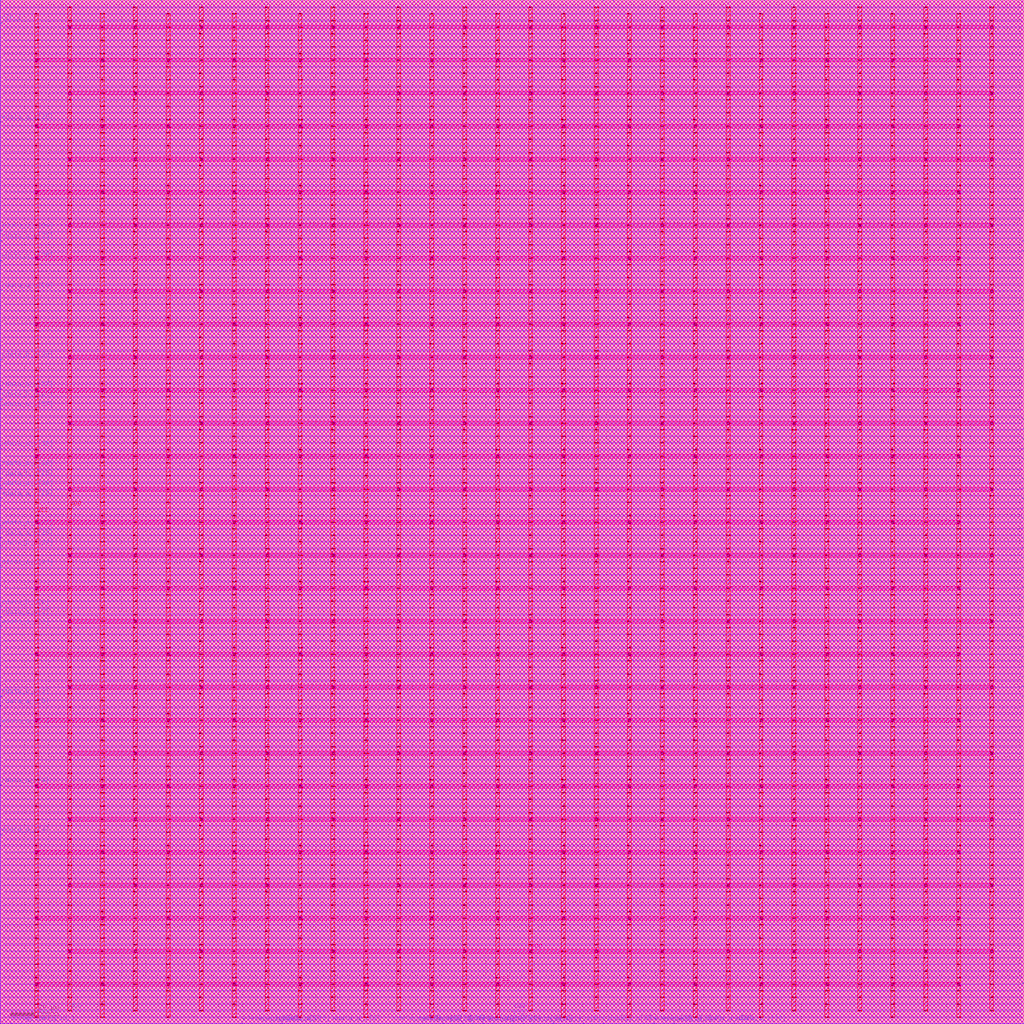
<source format=lef>
VERSION 5.8 ;
BUSBITCHARS "[]" ;
DIVIDERCHAR "/" ;
UNITS
    DATABASE MICRONS 1000 ;
END UNITS

VIA ibex_register_file_ff_via2_3_1600_480_1_5_320_320
  VIARULE M1M2_PR ;
  CUTSIZE 0.15 0.15 ;
  LAYERS met1 via met2 ;
  CUTSPACING 0.17 0.17 ;
  ENCLOSURE 0.085 0.165 0.055 0.085 ;
  ROWCOL 1 5 ;
END ibex_register_file_ff_via2_3_1600_480_1_5_320_320

VIA ibex_register_file_ff_via3_4_1600_480_1_4_400_400
  VIARULE M2M3_PR ;
  CUTSIZE 0.2 0.2 ;
  LAYERS met2 via2 met3 ;
  CUTSPACING 0.2 0.2 ;
  ENCLOSURE 0.04 0.085 0.065 0.065 ;
  ROWCOL 1 4 ;
END ibex_register_file_ff_via3_4_1600_480_1_4_400_400

VIA ibex_register_file_ff_via4_5_1600_480_1_4_400_400
  VIARULE M3M4_PR ;
  CUTSIZE 0.2 0.2 ;
  LAYERS met3 via3 met4 ;
  CUTSPACING 0.2 0.2 ;
  ENCLOSURE 0.09 0.06 0.1 0.065 ;
  ROWCOL 1 4 ;
END ibex_register_file_ff_via4_5_1600_480_1_4_400_400

VIA ibex_register_file_ff_via5_6_1600_1600_1_1_1600_1600
  VIARULE M4M5_PR ;
  CUTSIZE 0.8 0.8 ;
  LAYERS met4 via4 met5 ;
  CUTSPACING 0.8 0.8 ;
  ENCLOSURE 0.4 0.19 0.31 0.4 ;
END ibex_register_file_ff_via5_6_1600_1600_1_1_1600_1600

MACRO ibex_register_file_ff
  FOREIGN ibex_register_file_ff 0 0 ;
  CLASS BLOCK ;
  SIZE 421.97 BY 421.97 ;
  PIN VDD
    USE POWER ;
    DIRECTION INOUT ;
    PORT
      LAYER met5 ;
        RECT  27.72 409.92 409.28 411.52 ;
        RECT  27.72 382.72 409.28 384.32 ;
        RECT  27.72 355.52 409.28 357.12 ;
        RECT  27.72 328.32 409.28 329.92 ;
        RECT  27.72 301.12 409.28 302.72 ;
        RECT  27.72 273.92 409.28 275.52 ;
        RECT  27.72 246.72 409.28 248.32 ;
        RECT  27.72 219.52 409.28 221.12 ;
        RECT  27.72 192.32 409.28 193.92 ;
        RECT  27.72 165.12 409.28 166.72 ;
        RECT  27.72 137.92 409.28 139.52 ;
        RECT  27.72 110.72 409.28 112.32 ;
        RECT  27.72 83.52 409.28 85.12 ;
        RECT  27.72 56.32 409.28 57.92 ;
        RECT  27.72 29.12 409.28 30.72 ;
      LAYER met4 ;
        RECT  407.68 5.2 409.28 419.12 ;
        RECT  380.54 5.2 382.14 419.12 ;
        RECT  353.4 5.2 355 419.12 ;
        RECT  326.26 5.2 327.86 419.12 ;
        RECT  299.12 5.2 300.72 419.12 ;
        RECT  271.98 5.2 273.58 419.12 ;
        RECT  244.84 5.2 246.44 419.12 ;
        RECT  217.7 5.2 219.3 419.12 ;
        RECT  190.56 5.2 192.16 419.12 ;
        RECT  163.42 5.2 165.02 419.12 ;
        RECT  136.28 5.2 137.88 419.12 ;
        RECT  109.14 5.2 110.74 419.12 ;
        RECT  82 5.2 83.6 419.12 ;
        RECT  54.86 5.2 56.46 419.12 ;
        RECT  27.72 5.2 29.32 419.12 ;
      LAYER met1 ;
        RECT  1.38 418.64 420.9 419.12 ;
        RECT  1.38 413.2 420.9 413.68 ;
        RECT  1.38 407.76 420.9 408.24 ;
        RECT  1.38 402.32 420.9 402.8 ;
        RECT  1.38 396.88 420.9 397.36 ;
        RECT  1.38 391.44 420.9 391.92 ;
        RECT  1.38 386 420.9 386.48 ;
        RECT  1.38 380.56 420.9 381.04 ;
        RECT  1.38 375.12 420.9 375.6 ;
        RECT  1.38 369.68 420.9 370.16 ;
        RECT  1.38 364.24 420.9 364.72 ;
        RECT  1.38 358.8 420.9 359.28 ;
        RECT  1.38 353.36 420.9 353.84 ;
        RECT  1.38 347.92 420.9 348.4 ;
        RECT  1.38 342.48 420.9 342.96 ;
        RECT  1.38 337.04 420.9 337.52 ;
        RECT  1.38 331.6 420.9 332.08 ;
        RECT  1.38 326.16 420.9 326.64 ;
        RECT  1.38 320.72 420.9 321.2 ;
        RECT  1.38 315.28 420.9 315.76 ;
        RECT  1.38 309.84 420.9 310.32 ;
        RECT  1.38 304.4 420.9 304.88 ;
        RECT  1.38 298.96 420.9 299.44 ;
        RECT  1.38 293.52 420.9 294 ;
        RECT  1.38 288.08 420.9 288.56 ;
        RECT  1.38 282.64 420.9 283.12 ;
        RECT  1.38 277.2 420.9 277.68 ;
        RECT  1.38 271.76 420.9 272.24 ;
        RECT  1.38 266.32 420.9 266.8 ;
        RECT  1.38 260.88 420.9 261.36 ;
        RECT  1.38 255.44 420.9 255.92 ;
        RECT  1.38 250 420.9 250.48 ;
        RECT  1.38 244.56 420.9 245.04 ;
        RECT  1.38 239.12 420.9 239.6 ;
        RECT  1.38 233.68 420.9 234.16 ;
        RECT  1.38 228.24 420.9 228.72 ;
        RECT  1.38 222.8 420.9 223.28 ;
        RECT  1.38 217.36 420.9 217.84 ;
        RECT  1.38 211.92 420.9 212.4 ;
        RECT  1.38 206.48 420.9 206.96 ;
        RECT  1.38 201.04 420.9 201.52 ;
        RECT  1.38 195.6 420.9 196.08 ;
        RECT  1.38 190.16 420.9 190.64 ;
        RECT  1.38 184.72 420.9 185.2 ;
        RECT  1.38 179.28 420.9 179.76 ;
        RECT  1.38 173.84 420.9 174.32 ;
        RECT  1.38 168.4 420.9 168.88 ;
        RECT  1.38 162.96 420.9 163.44 ;
        RECT  1.38 157.52 420.9 158 ;
        RECT  1.38 152.08 420.9 152.56 ;
        RECT  1.38 146.64 420.9 147.12 ;
        RECT  1.38 141.2 420.9 141.68 ;
        RECT  1.38 135.76 420.9 136.24 ;
        RECT  1.38 130.32 420.9 130.8 ;
        RECT  1.38 124.88 420.9 125.36 ;
        RECT  1.38 119.44 420.9 119.92 ;
        RECT  1.38 114 420.9 114.48 ;
        RECT  1.38 108.56 420.9 109.04 ;
        RECT  1.38 103.12 420.9 103.6 ;
        RECT  1.38 97.68 420.9 98.16 ;
        RECT  1.38 92.24 420.9 92.72 ;
        RECT  1.38 86.8 420.9 87.28 ;
        RECT  1.38 81.36 420.9 81.84 ;
        RECT  1.38 75.92 420.9 76.4 ;
        RECT  1.38 70.48 420.9 70.96 ;
        RECT  1.38 65.04 420.9 65.52 ;
        RECT  1.38 59.6 420.9 60.08 ;
        RECT  1.38 54.16 420.9 54.64 ;
        RECT  1.38 48.72 420.9 49.2 ;
        RECT  1.38 43.28 420.9 43.76 ;
        RECT  1.38 37.84 420.9 38.32 ;
        RECT  1.38 32.4 420.9 32.88 ;
        RECT  1.38 26.96 420.9 27.44 ;
        RECT  1.38 21.52 420.9 22 ;
        RECT  1.38 16.08 420.9 16.56 ;
        RECT  1.38 10.64 420.9 11.12 ;
        RECT  1.38 5.2 420.9 5.68 ;
      VIA 408.48 410.72 ibex_register_file_ff_via5_6_1600_1600_1_1_1600_1600 ;
      VIA 408.48 383.52 ibex_register_file_ff_via5_6_1600_1600_1_1_1600_1600 ;
      VIA 408.48 356.32 ibex_register_file_ff_via5_6_1600_1600_1_1_1600_1600 ;
      VIA 408.48 329.12 ibex_register_file_ff_via5_6_1600_1600_1_1_1600_1600 ;
      VIA 408.48 301.92 ibex_register_file_ff_via5_6_1600_1600_1_1_1600_1600 ;
      VIA 408.48 274.72 ibex_register_file_ff_via5_6_1600_1600_1_1_1600_1600 ;
      VIA 408.48 247.52 ibex_register_file_ff_via5_6_1600_1600_1_1_1600_1600 ;
      VIA 408.48 220.32 ibex_register_file_ff_via5_6_1600_1600_1_1_1600_1600 ;
      VIA 408.48 193.12 ibex_register_file_ff_via5_6_1600_1600_1_1_1600_1600 ;
      VIA 408.48 165.92 ibex_register_file_ff_via5_6_1600_1600_1_1_1600_1600 ;
      VIA 408.48 138.72 ibex_register_file_ff_via5_6_1600_1600_1_1_1600_1600 ;
      VIA 408.48 111.52 ibex_register_file_ff_via5_6_1600_1600_1_1_1600_1600 ;
      VIA 408.48 84.32 ibex_register_file_ff_via5_6_1600_1600_1_1_1600_1600 ;
      VIA 408.48 57.12 ibex_register_file_ff_via5_6_1600_1600_1_1_1600_1600 ;
      VIA 408.48 29.92 ibex_register_file_ff_via5_6_1600_1600_1_1_1600_1600 ;
      VIA 381.34 410.72 ibex_register_file_ff_via5_6_1600_1600_1_1_1600_1600 ;
      VIA 381.34 383.52 ibex_register_file_ff_via5_6_1600_1600_1_1_1600_1600 ;
      VIA 381.34 356.32 ibex_register_file_ff_via5_6_1600_1600_1_1_1600_1600 ;
      VIA 381.34 329.12 ibex_register_file_ff_via5_6_1600_1600_1_1_1600_1600 ;
      VIA 381.34 301.92 ibex_register_file_ff_via5_6_1600_1600_1_1_1600_1600 ;
      VIA 381.34 274.72 ibex_register_file_ff_via5_6_1600_1600_1_1_1600_1600 ;
      VIA 381.34 247.52 ibex_register_file_ff_via5_6_1600_1600_1_1_1600_1600 ;
      VIA 381.34 220.32 ibex_register_file_ff_via5_6_1600_1600_1_1_1600_1600 ;
      VIA 381.34 193.12 ibex_register_file_ff_via5_6_1600_1600_1_1_1600_1600 ;
      VIA 381.34 165.92 ibex_register_file_ff_via5_6_1600_1600_1_1_1600_1600 ;
      VIA 381.34 138.72 ibex_register_file_ff_via5_6_1600_1600_1_1_1600_1600 ;
      VIA 381.34 111.52 ibex_register_file_ff_via5_6_1600_1600_1_1_1600_1600 ;
      VIA 381.34 84.32 ibex_register_file_ff_via5_6_1600_1600_1_1_1600_1600 ;
      VIA 381.34 57.12 ibex_register_file_ff_via5_6_1600_1600_1_1_1600_1600 ;
      VIA 381.34 29.92 ibex_register_file_ff_via5_6_1600_1600_1_1_1600_1600 ;
      VIA 354.2 410.72 ibex_register_file_ff_via5_6_1600_1600_1_1_1600_1600 ;
      VIA 354.2 383.52 ibex_register_file_ff_via5_6_1600_1600_1_1_1600_1600 ;
      VIA 354.2 356.32 ibex_register_file_ff_via5_6_1600_1600_1_1_1600_1600 ;
      VIA 354.2 329.12 ibex_register_file_ff_via5_6_1600_1600_1_1_1600_1600 ;
      VIA 354.2 301.92 ibex_register_file_ff_via5_6_1600_1600_1_1_1600_1600 ;
      VIA 354.2 274.72 ibex_register_file_ff_via5_6_1600_1600_1_1_1600_1600 ;
      VIA 354.2 247.52 ibex_register_file_ff_via5_6_1600_1600_1_1_1600_1600 ;
      VIA 354.2 220.32 ibex_register_file_ff_via5_6_1600_1600_1_1_1600_1600 ;
      VIA 354.2 193.12 ibex_register_file_ff_via5_6_1600_1600_1_1_1600_1600 ;
      VIA 354.2 165.92 ibex_register_file_ff_via5_6_1600_1600_1_1_1600_1600 ;
      VIA 354.2 138.72 ibex_register_file_ff_via5_6_1600_1600_1_1_1600_1600 ;
      VIA 354.2 111.52 ibex_register_file_ff_via5_6_1600_1600_1_1_1600_1600 ;
      VIA 354.2 84.32 ibex_register_file_ff_via5_6_1600_1600_1_1_1600_1600 ;
      VIA 354.2 57.12 ibex_register_file_ff_via5_6_1600_1600_1_1_1600_1600 ;
      VIA 354.2 29.92 ibex_register_file_ff_via5_6_1600_1600_1_1_1600_1600 ;
      VIA 327.06 410.72 ibex_register_file_ff_via5_6_1600_1600_1_1_1600_1600 ;
      VIA 327.06 383.52 ibex_register_file_ff_via5_6_1600_1600_1_1_1600_1600 ;
      VIA 327.06 356.32 ibex_register_file_ff_via5_6_1600_1600_1_1_1600_1600 ;
      VIA 327.06 329.12 ibex_register_file_ff_via5_6_1600_1600_1_1_1600_1600 ;
      VIA 327.06 301.92 ibex_register_file_ff_via5_6_1600_1600_1_1_1600_1600 ;
      VIA 327.06 274.72 ibex_register_file_ff_via5_6_1600_1600_1_1_1600_1600 ;
      VIA 327.06 247.52 ibex_register_file_ff_via5_6_1600_1600_1_1_1600_1600 ;
      VIA 327.06 220.32 ibex_register_file_ff_via5_6_1600_1600_1_1_1600_1600 ;
      VIA 327.06 193.12 ibex_register_file_ff_via5_6_1600_1600_1_1_1600_1600 ;
      VIA 327.06 165.92 ibex_register_file_ff_via5_6_1600_1600_1_1_1600_1600 ;
      VIA 327.06 138.72 ibex_register_file_ff_via5_6_1600_1600_1_1_1600_1600 ;
      VIA 327.06 111.52 ibex_register_file_ff_via5_6_1600_1600_1_1_1600_1600 ;
      VIA 327.06 84.32 ibex_register_file_ff_via5_6_1600_1600_1_1_1600_1600 ;
      VIA 327.06 57.12 ibex_register_file_ff_via5_6_1600_1600_1_1_1600_1600 ;
      VIA 327.06 29.92 ibex_register_file_ff_via5_6_1600_1600_1_1_1600_1600 ;
      VIA 299.92 410.72 ibex_register_file_ff_via5_6_1600_1600_1_1_1600_1600 ;
      VIA 299.92 383.52 ibex_register_file_ff_via5_6_1600_1600_1_1_1600_1600 ;
      VIA 299.92 356.32 ibex_register_file_ff_via5_6_1600_1600_1_1_1600_1600 ;
      VIA 299.92 329.12 ibex_register_file_ff_via5_6_1600_1600_1_1_1600_1600 ;
      VIA 299.92 301.92 ibex_register_file_ff_via5_6_1600_1600_1_1_1600_1600 ;
      VIA 299.92 274.72 ibex_register_file_ff_via5_6_1600_1600_1_1_1600_1600 ;
      VIA 299.92 247.52 ibex_register_file_ff_via5_6_1600_1600_1_1_1600_1600 ;
      VIA 299.92 220.32 ibex_register_file_ff_via5_6_1600_1600_1_1_1600_1600 ;
      VIA 299.92 193.12 ibex_register_file_ff_via5_6_1600_1600_1_1_1600_1600 ;
      VIA 299.92 165.92 ibex_register_file_ff_via5_6_1600_1600_1_1_1600_1600 ;
      VIA 299.92 138.72 ibex_register_file_ff_via5_6_1600_1600_1_1_1600_1600 ;
      VIA 299.92 111.52 ibex_register_file_ff_via5_6_1600_1600_1_1_1600_1600 ;
      VIA 299.92 84.32 ibex_register_file_ff_via5_6_1600_1600_1_1_1600_1600 ;
      VIA 299.92 57.12 ibex_register_file_ff_via5_6_1600_1600_1_1_1600_1600 ;
      VIA 299.92 29.92 ibex_register_file_ff_via5_6_1600_1600_1_1_1600_1600 ;
      VIA 272.78 410.72 ibex_register_file_ff_via5_6_1600_1600_1_1_1600_1600 ;
      VIA 272.78 383.52 ibex_register_file_ff_via5_6_1600_1600_1_1_1600_1600 ;
      VIA 272.78 356.32 ibex_register_file_ff_via5_6_1600_1600_1_1_1600_1600 ;
      VIA 272.78 329.12 ibex_register_file_ff_via5_6_1600_1600_1_1_1600_1600 ;
      VIA 272.78 301.92 ibex_register_file_ff_via5_6_1600_1600_1_1_1600_1600 ;
      VIA 272.78 274.72 ibex_register_file_ff_via5_6_1600_1600_1_1_1600_1600 ;
      VIA 272.78 247.52 ibex_register_file_ff_via5_6_1600_1600_1_1_1600_1600 ;
      VIA 272.78 220.32 ibex_register_file_ff_via5_6_1600_1600_1_1_1600_1600 ;
      VIA 272.78 193.12 ibex_register_file_ff_via5_6_1600_1600_1_1_1600_1600 ;
      VIA 272.78 165.92 ibex_register_file_ff_via5_6_1600_1600_1_1_1600_1600 ;
      VIA 272.78 138.72 ibex_register_file_ff_via5_6_1600_1600_1_1_1600_1600 ;
      VIA 272.78 111.52 ibex_register_file_ff_via5_6_1600_1600_1_1_1600_1600 ;
      VIA 272.78 84.32 ibex_register_file_ff_via5_6_1600_1600_1_1_1600_1600 ;
      VIA 272.78 57.12 ibex_register_file_ff_via5_6_1600_1600_1_1_1600_1600 ;
      VIA 272.78 29.92 ibex_register_file_ff_via5_6_1600_1600_1_1_1600_1600 ;
      VIA 245.64 410.72 ibex_register_file_ff_via5_6_1600_1600_1_1_1600_1600 ;
      VIA 245.64 383.52 ibex_register_file_ff_via5_6_1600_1600_1_1_1600_1600 ;
      VIA 245.64 356.32 ibex_register_file_ff_via5_6_1600_1600_1_1_1600_1600 ;
      VIA 245.64 329.12 ibex_register_file_ff_via5_6_1600_1600_1_1_1600_1600 ;
      VIA 245.64 301.92 ibex_register_file_ff_via5_6_1600_1600_1_1_1600_1600 ;
      VIA 245.64 274.72 ibex_register_file_ff_via5_6_1600_1600_1_1_1600_1600 ;
      VIA 245.64 247.52 ibex_register_file_ff_via5_6_1600_1600_1_1_1600_1600 ;
      VIA 245.64 220.32 ibex_register_file_ff_via5_6_1600_1600_1_1_1600_1600 ;
      VIA 245.64 193.12 ibex_register_file_ff_via5_6_1600_1600_1_1_1600_1600 ;
      VIA 245.64 165.92 ibex_register_file_ff_via5_6_1600_1600_1_1_1600_1600 ;
      VIA 245.64 138.72 ibex_register_file_ff_via5_6_1600_1600_1_1_1600_1600 ;
      VIA 245.64 111.52 ibex_register_file_ff_via5_6_1600_1600_1_1_1600_1600 ;
      VIA 245.64 84.32 ibex_register_file_ff_via5_6_1600_1600_1_1_1600_1600 ;
      VIA 245.64 57.12 ibex_register_file_ff_via5_6_1600_1600_1_1_1600_1600 ;
      VIA 245.64 29.92 ibex_register_file_ff_via5_6_1600_1600_1_1_1600_1600 ;
      VIA 218.5 410.72 ibex_register_file_ff_via5_6_1600_1600_1_1_1600_1600 ;
      VIA 218.5 383.52 ibex_register_file_ff_via5_6_1600_1600_1_1_1600_1600 ;
      VIA 218.5 356.32 ibex_register_file_ff_via5_6_1600_1600_1_1_1600_1600 ;
      VIA 218.5 329.12 ibex_register_file_ff_via5_6_1600_1600_1_1_1600_1600 ;
      VIA 218.5 301.92 ibex_register_file_ff_via5_6_1600_1600_1_1_1600_1600 ;
      VIA 218.5 274.72 ibex_register_file_ff_via5_6_1600_1600_1_1_1600_1600 ;
      VIA 218.5 247.52 ibex_register_file_ff_via5_6_1600_1600_1_1_1600_1600 ;
      VIA 218.5 220.32 ibex_register_file_ff_via5_6_1600_1600_1_1_1600_1600 ;
      VIA 218.5 193.12 ibex_register_file_ff_via5_6_1600_1600_1_1_1600_1600 ;
      VIA 218.5 165.92 ibex_register_file_ff_via5_6_1600_1600_1_1_1600_1600 ;
      VIA 218.5 138.72 ibex_register_file_ff_via5_6_1600_1600_1_1_1600_1600 ;
      VIA 218.5 111.52 ibex_register_file_ff_via5_6_1600_1600_1_1_1600_1600 ;
      VIA 218.5 84.32 ibex_register_file_ff_via5_6_1600_1600_1_1_1600_1600 ;
      VIA 218.5 57.12 ibex_register_file_ff_via5_6_1600_1600_1_1_1600_1600 ;
      VIA 218.5 29.92 ibex_register_file_ff_via5_6_1600_1600_1_1_1600_1600 ;
      VIA 191.36 410.72 ibex_register_file_ff_via5_6_1600_1600_1_1_1600_1600 ;
      VIA 191.36 383.52 ibex_register_file_ff_via5_6_1600_1600_1_1_1600_1600 ;
      VIA 191.36 356.32 ibex_register_file_ff_via5_6_1600_1600_1_1_1600_1600 ;
      VIA 191.36 329.12 ibex_register_file_ff_via5_6_1600_1600_1_1_1600_1600 ;
      VIA 191.36 301.92 ibex_register_file_ff_via5_6_1600_1600_1_1_1600_1600 ;
      VIA 191.36 274.72 ibex_register_file_ff_via5_6_1600_1600_1_1_1600_1600 ;
      VIA 191.36 247.52 ibex_register_file_ff_via5_6_1600_1600_1_1_1600_1600 ;
      VIA 191.36 220.32 ibex_register_file_ff_via5_6_1600_1600_1_1_1600_1600 ;
      VIA 191.36 193.12 ibex_register_file_ff_via5_6_1600_1600_1_1_1600_1600 ;
      VIA 191.36 165.92 ibex_register_file_ff_via5_6_1600_1600_1_1_1600_1600 ;
      VIA 191.36 138.72 ibex_register_file_ff_via5_6_1600_1600_1_1_1600_1600 ;
      VIA 191.36 111.52 ibex_register_file_ff_via5_6_1600_1600_1_1_1600_1600 ;
      VIA 191.36 84.32 ibex_register_file_ff_via5_6_1600_1600_1_1_1600_1600 ;
      VIA 191.36 57.12 ibex_register_file_ff_via5_6_1600_1600_1_1_1600_1600 ;
      VIA 191.36 29.92 ibex_register_file_ff_via5_6_1600_1600_1_1_1600_1600 ;
      VIA 164.22 410.72 ibex_register_file_ff_via5_6_1600_1600_1_1_1600_1600 ;
      VIA 164.22 383.52 ibex_register_file_ff_via5_6_1600_1600_1_1_1600_1600 ;
      VIA 164.22 356.32 ibex_register_file_ff_via5_6_1600_1600_1_1_1600_1600 ;
      VIA 164.22 329.12 ibex_register_file_ff_via5_6_1600_1600_1_1_1600_1600 ;
      VIA 164.22 301.92 ibex_register_file_ff_via5_6_1600_1600_1_1_1600_1600 ;
      VIA 164.22 274.72 ibex_register_file_ff_via5_6_1600_1600_1_1_1600_1600 ;
      VIA 164.22 247.52 ibex_register_file_ff_via5_6_1600_1600_1_1_1600_1600 ;
      VIA 164.22 220.32 ibex_register_file_ff_via5_6_1600_1600_1_1_1600_1600 ;
      VIA 164.22 193.12 ibex_register_file_ff_via5_6_1600_1600_1_1_1600_1600 ;
      VIA 164.22 165.92 ibex_register_file_ff_via5_6_1600_1600_1_1_1600_1600 ;
      VIA 164.22 138.72 ibex_register_file_ff_via5_6_1600_1600_1_1_1600_1600 ;
      VIA 164.22 111.52 ibex_register_file_ff_via5_6_1600_1600_1_1_1600_1600 ;
      VIA 164.22 84.32 ibex_register_file_ff_via5_6_1600_1600_1_1_1600_1600 ;
      VIA 164.22 57.12 ibex_register_file_ff_via5_6_1600_1600_1_1_1600_1600 ;
      VIA 164.22 29.92 ibex_register_file_ff_via5_6_1600_1600_1_1_1600_1600 ;
      VIA 137.08 410.72 ibex_register_file_ff_via5_6_1600_1600_1_1_1600_1600 ;
      VIA 137.08 383.52 ibex_register_file_ff_via5_6_1600_1600_1_1_1600_1600 ;
      VIA 137.08 356.32 ibex_register_file_ff_via5_6_1600_1600_1_1_1600_1600 ;
      VIA 137.08 329.12 ibex_register_file_ff_via5_6_1600_1600_1_1_1600_1600 ;
      VIA 137.08 301.92 ibex_register_file_ff_via5_6_1600_1600_1_1_1600_1600 ;
      VIA 137.08 274.72 ibex_register_file_ff_via5_6_1600_1600_1_1_1600_1600 ;
      VIA 137.08 247.52 ibex_register_file_ff_via5_6_1600_1600_1_1_1600_1600 ;
      VIA 137.08 220.32 ibex_register_file_ff_via5_6_1600_1600_1_1_1600_1600 ;
      VIA 137.08 193.12 ibex_register_file_ff_via5_6_1600_1600_1_1_1600_1600 ;
      VIA 137.08 165.92 ibex_register_file_ff_via5_6_1600_1600_1_1_1600_1600 ;
      VIA 137.08 138.72 ibex_register_file_ff_via5_6_1600_1600_1_1_1600_1600 ;
      VIA 137.08 111.52 ibex_register_file_ff_via5_6_1600_1600_1_1_1600_1600 ;
      VIA 137.08 84.32 ibex_register_file_ff_via5_6_1600_1600_1_1_1600_1600 ;
      VIA 137.08 57.12 ibex_register_file_ff_via5_6_1600_1600_1_1_1600_1600 ;
      VIA 137.08 29.92 ibex_register_file_ff_via5_6_1600_1600_1_1_1600_1600 ;
      VIA 109.94 410.72 ibex_register_file_ff_via5_6_1600_1600_1_1_1600_1600 ;
      VIA 109.94 383.52 ibex_register_file_ff_via5_6_1600_1600_1_1_1600_1600 ;
      VIA 109.94 356.32 ibex_register_file_ff_via5_6_1600_1600_1_1_1600_1600 ;
      VIA 109.94 329.12 ibex_register_file_ff_via5_6_1600_1600_1_1_1600_1600 ;
      VIA 109.94 301.92 ibex_register_file_ff_via5_6_1600_1600_1_1_1600_1600 ;
      VIA 109.94 274.72 ibex_register_file_ff_via5_6_1600_1600_1_1_1600_1600 ;
      VIA 109.94 247.52 ibex_register_file_ff_via5_6_1600_1600_1_1_1600_1600 ;
      VIA 109.94 220.32 ibex_register_file_ff_via5_6_1600_1600_1_1_1600_1600 ;
      VIA 109.94 193.12 ibex_register_file_ff_via5_6_1600_1600_1_1_1600_1600 ;
      VIA 109.94 165.92 ibex_register_file_ff_via5_6_1600_1600_1_1_1600_1600 ;
      VIA 109.94 138.72 ibex_register_file_ff_via5_6_1600_1600_1_1_1600_1600 ;
      VIA 109.94 111.52 ibex_register_file_ff_via5_6_1600_1600_1_1_1600_1600 ;
      VIA 109.94 84.32 ibex_register_file_ff_via5_6_1600_1600_1_1_1600_1600 ;
      VIA 109.94 57.12 ibex_register_file_ff_via5_6_1600_1600_1_1_1600_1600 ;
      VIA 109.94 29.92 ibex_register_file_ff_via5_6_1600_1600_1_1_1600_1600 ;
      VIA 82.8 410.72 ibex_register_file_ff_via5_6_1600_1600_1_1_1600_1600 ;
      VIA 82.8 383.52 ibex_register_file_ff_via5_6_1600_1600_1_1_1600_1600 ;
      VIA 82.8 356.32 ibex_register_file_ff_via5_6_1600_1600_1_1_1600_1600 ;
      VIA 82.8 329.12 ibex_register_file_ff_via5_6_1600_1600_1_1_1600_1600 ;
      VIA 82.8 301.92 ibex_register_file_ff_via5_6_1600_1600_1_1_1600_1600 ;
      VIA 82.8 274.72 ibex_register_file_ff_via5_6_1600_1600_1_1_1600_1600 ;
      VIA 82.8 247.52 ibex_register_file_ff_via5_6_1600_1600_1_1_1600_1600 ;
      VIA 82.8 220.32 ibex_register_file_ff_via5_6_1600_1600_1_1_1600_1600 ;
      VIA 82.8 193.12 ibex_register_file_ff_via5_6_1600_1600_1_1_1600_1600 ;
      VIA 82.8 165.92 ibex_register_file_ff_via5_6_1600_1600_1_1_1600_1600 ;
      VIA 82.8 138.72 ibex_register_file_ff_via5_6_1600_1600_1_1_1600_1600 ;
      VIA 82.8 111.52 ibex_register_file_ff_via5_6_1600_1600_1_1_1600_1600 ;
      VIA 82.8 84.32 ibex_register_file_ff_via5_6_1600_1600_1_1_1600_1600 ;
      VIA 82.8 57.12 ibex_register_file_ff_via5_6_1600_1600_1_1_1600_1600 ;
      VIA 82.8 29.92 ibex_register_file_ff_via5_6_1600_1600_1_1_1600_1600 ;
      VIA 55.66 410.72 ibex_register_file_ff_via5_6_1600_1600_1_1_1600_1600 ;
      VIA 55.66 383.52 ibex_register_file_ff_via5_6_1600_1600_1_1_1600_1600 ;
      VIA 55.66 356.32 ibex_register_file_ff_via5_6_1600_1600_1_1_1600_1600 ;
      VIA 55.66 329.12 ibex_register_file_ff_via5_6_1600_1600_1_1_1600_1600 ;
      VIA 55.66 301.92 ibex_register_file_ff_via5_6_1600_1600_1_1_1600_1600 ;
      VIA 55.66 274.72 ibex_register_file_ff_via5_6_1600_1600_1_1_1600_1600 ;
      VIA 55.66 247.52 ibex_register_file_ff_via5_6_1600_1600_1_1_1600_1600 ;
      VIA 55.66 220.32 ibex_register_file_ff_via5_6_1600_1600_1_1_1600_1600 ;
      VIA 55.66 193.12 ibex_register_file_ff_via5_6_1600_1600_1_1_1600_1600 ;
      VIA 55.66 165.92 ibex_register_file_ff_via5_6_1600_1600_1_1_1600_1600 ;
      VIA 55.66 138.72 ibex_register_file_ff_via5_6_1600_1600_1_1_1600_1600 ;
      VIA 55.66 111.52 ibex_register_file_ff_via5_6_1600_1600_1_1_1600_1600 ;
      VIA 55.66 84.32 ibex_register_file_ff_via5_6_1600_1600_1_1_1600_1600 ;
      VIA 55.66 57.12 ibex_register_file_ff_via5_6_1600_1600_1_1_1600_1600 ;
      VIA 55.66 29.92 ibex_register_file_ff_via5_6_1600_1600_1_1_1600_1600 ;
      VIA 28.52 410.72 ibex_register_file_ff_via5_6_1600_1600_1_1_1600_1600 ;
      VIA 28.52 383.52 ibex_register_file_ff_via5_6_1600_1600_1_1_1600_1600 ;
      VIA 28.52 356.32 ibex_register_file_ff_via5_6_1600_1600_1_1_1600_1600 ;
      VIA 28.52 329.12 ibex_register_file_ff_via5_6_1600_1600_1_1_1600_1600 ;
      VIA 28.52 301.92 ibex_register_file_ff_via5_6_1600_1600_1_1_1600_1600 ;
      VIA 28.52 274.72 ibex_register_file_ff_via5_6_1600_1600_1_1_1600_1600 ;
      VIA 28.52 247.52 ibex_register_file_ff_via5_6_1600_1600_1_1_1600_1600 ;
      VIA 28.52 220.32 ibex_register_file_ff_via5_6_1600_1600_1_1_1600_1600 ;
      VIA 28.52 193.12 ibex_register_file_ff_via5_6_1600_1600_1_1_1600_1600 ;
      VIA 28.52 165.92 ibex_register_file_ff_via5_6_1600_1600_1_1_1600_1600 ;
      VIA 28.52 138.72 ibex_register_file_ff_via5_6_1600_1600_1_1_1600_1600 ;
      VIA 28.52 111.52 ibex_register_file_ff_via5_6_1600_1600_1_1_1600_1600 ;
      VIA 28.52 84.32 ibex_register_file_ff_via5_6_1600_1600_1_1_1600_1600 ;
      VIA 28.52 57.12 ibex_register_file_ff_via5_6_1600_1600_1_1_1600_1600 ;
      VIA 28.52 29.92 ibex_register_file_ff_via5_6_1600_1600_1_1_1600_1600 ;
      LAYER met3 ;
        RECT  407.69 418.715 409.27 419.045 ;
      VIA 408.48 418.88 ibex_register_file_ff_via4_5_1600_480_1_4_400_400 ;
      LAYER met2 ;
        RECT  407.71 418.695 409.25 419.065 ;
      VIA 408.48 418.88 ibex_register_file_ff_via3_4_1600_480_1_4_400_400 ;
      VIA 408.48 418.88 ibex_register_file_ff_via2_3_1600_480_1_5_320_320 ;
      LAYER met3 ;
        RECT  407.69 413.275 409.27 413.605 ;
      VIA 408.48 413.44 ibex_register_file_ff_via4_5_1600_480_1_4_400_400 ;
      LAYER met2 ;
        RECT  407.71 413.255 409.25 413.625 ;
      VIA 408.48 413.44 ibex_register_file_ff_via3_4_1600_480_1_4_400_400 ;
      VIA 408.48 413.44 ibex_register_file_ff_via2_3_1600_480_1_5_320_320 ;
      LAYER met3 ;
        RECT  407.69 407.835 409.27 408.165 ;
      VIA 408.48 408 ibex_register_file_ff_via4_5_1600_480_1_4_400_400 ;
      LAYER met2 ;
        RECT  407.71 407.815 409.25 408.185 ;
      VIA 408.48 408 ibex_register_file_ff_via3_4_1600_480_1_4_400_400 ;
      VIA 408.48 408 ibex_register_file_ff_via2_3_1600_480_1_5_320_320 ;
      LAYER met3 ;
        RECT  407.69 402.395 409.27 402.725 ;
      VIA 408.48 402.56 ibex_register_file_ff_via4_5_1600_480_1_4_400_400 ;
      LAYER met2 ;
        RECT  407.71 402.375 409.25 402.745 ;
      VIA 408.48 402.56 ibex_register_file_ff_via3_4_1600_480_1_4_400_400 ;
      VIA 408.48 402.56 ibex_register_file_ff_via2_3_1600_480_1_5_320_320 ;
      LAYER met3 ;
        RECT  407.69 396.955 409.27 397.285 ;
      VIA 408.48 397.12 ibex_register_file_ff_via4_5_1600_480_1_4_400_400 ;
      LAYER met2 ;
        RECT  407.71 396.935 409.25 397.305 ;
      VIA 408.48 397.12 ibex_register_file_ff_via3_4_1600_480_1_4_400_400 ;
      VIA 408.48 397.12 ibex_register_file_ff_via2_3_1600_480_1_5_320_320 ;
      LAYER met3 ;
        RECT  407.69 391.515 409.27 391.845 ;
      VIA 408.48 391.68 ibex_register_file_ff_via4_5_1600_480_1_4_400_400 ;
      LAYER met2 ;
        RECT  407.71 391.495 409.25 391.865 ;
      VIA 408.48 391.68 ibex_register_file_ff_via3_4_1600_480_1_4_400_400 ;
      VIA 408.48 391.68 ibex_register_file_ff_via2_3_1600_480_1_5_320_320 ;
      LAYER met3 ;
        RECT  407.69 386.075 409.27 386.405 ;
      VIA 408.48 386.24 ibex_register_file_ff_via4_5_1600_480_1_4_400_400 ;
      LAYER met2 ;
        RECT  407.71 386.055 409.25 386.425 ;
      VIA 408.48 386.24 ibex_register_file_ff_via3_4_1600_480_1_4_400_400 ;
      VIA 408.48 386.24 ibex_register_file_ff_via2_3_1600_480_1_5_320_320 ;
      LAYER met3 ;
        RECT  407.69 380.635 409.27 380.965 ;
      VIA 408.48 380.8 ibex_register_file_ff_via4_5_1600_480_1_4_400_400 ;
      LAYER met2 ;
        RECT  407.71 380.615 409.25 380.985 ;
      VIA 408.48 380.8 ibex_register_file_ff_via3_4_1600_480_1_4_400_400 ;
      VIA 408.48 380.8 ibex_register_file_ff_via2_3_1600_480_1_5_320_320 ;
      LAYER met3 ;
        RECT  407.69 375.195 409.27 375.525 ;
      VIA 408.48 375.36 ibex_register_file_ff_via4_5_1600_480_1_4_400_400 ;
      LAYER met2 ;
        RECT  407.71 375.175 409.25 375.545 ;
      VIA 408.48 375.36 ibex_register_file_ff_via3_4_1600_480_1_4_400_400 ;
      VIA 408.48 375.36 ibex_register_file_ff_via2_3_1600_480_1_5_320_320 ;
      LAYER met3 ;
        RECT  407.69 369.755 409.27 370.085 ;
      VIA 408.48 369.92 ibex_register_file_ff_via4_5_1600_480_1_4_400_400 ;
      LAYER met2 ;
        RECT  407.71 369.735 409.25 370.105 ;
      VIA 408.48 369.92 ibex_register_file_ff_via3_4_1600_480_1_4_400_400 ;
      VIA 408.48 369.92 ibex_register_file_ff_via2_3_1600_480_1_5_320_320 ;
      LAYER met3 ;
        RECT  407.69 364.315 409.27 364.645 ;
      VIA 408.48 364.48 ibex_register_file_ff_via4_5_1600_480_1_4_400_400 ;
      LAYER met2 ;
        RECT  407.71 364.295 409.25 364.665 ;
      VIA 408.48 364.48 ibex_register_file_ff_via3_4_1600_480_1_4_400_400 ;
      VIA 408.48 364.48 ibex_register_file_ff_via2_3_1600_480_1_5_320_320 ;
      LAYER met3 ;
        RECT  407.69 358.875 409.27 359.205 ;
      VIA 408.48 359.04 ibex_register_file_ff_via4_5_1600_480_1_4_400_400 ;
      LAYER met2 ;
        RECT  407.71 358.855 409.25 359.225 ;
      VIA 408.48 359.04 ibex_register_file_ff_via3_4_1600_480_1_4_400_400 ;
      VIA 408.48 359.04 ibex_register_file_ff_via2_3_1600_480_1_5_320_320 ;
      LAYER met3 ;
        RECT  407.69 353.435 409.27 353.765 ;
      VIA 408.48 353.6 ibex_register_file_ff_via4_5_1600_480_1_4_400_400 ;
      LAYER met2 ;
        RECT  407.71 353.415 409.25 353.785 ;
      VIA 408.48 353.6 ibex_register_file_ff_via3_4_1600_480_1_4_400_400 ;
      VIA 408.48 353.6 ibex_register_file_ff_via2_3_1600_480_1_5_320_320 ;
      LAYER met3 ;
        RECT  407.69 347.995 409.27 348.325 ;
      VIA 408.48 348.16 ibex_register_file_ff_via4_5_1600_480_1_4_400_400 ;
      LAYER met2 ;
        RECT  407.71 347.975 409.25 348.345 ;
      VIA 408.48 348.16 ibex_register_file_ff_via3_4_1600_480_1_4_400_400 ;
      VIA 408.48 348.16 ibex_register_file_ff_via2_3_1600_480_1_5_320_320 ;
      LAYER met3 ;
        RECT  407.69 342.555 409.27 342.885 ;
      VIA 408.48 342.72 ibex_register_file_ff_via4_5_1600_480_1_4_400_400 ;
      LAYER met2 ;
        RECT  407.71 342.535 409.25 342.905 ;
      VIA 408.48 342.72 ibex_register_file_ff_via3_4_1600_480_1_4_400_400 ;
      VIA 408.48 342.72 ibex_register_file_ff_via2_3_1600_480_1_5_320_320 ;
      LAYER met3 ;
        RECT  407.69 337.115 409.27 337.445 ;
      VIA 408.48 337.28 ibex_register_file_ff_via4_5_1600_480_1_4_400_400 ;
      LAYER met2 ;
        RECT  407.71 337.095 409.25 337.465 ;
      VIA 408.48 337.28 ibex_register_file_ff_via3_4_1600_480_1_4_400_400 ;
      VIA 408.48 337.28 ibex_register_file_ff_via2_3_1600_480_1_5_320_320 ;
      LAYER met3 ;
        RECT  407.69 331.675 409.27 332.005 ;
      VIA 408.48 331.84 ibex_register_file_ff_via4_5_1600_480_1_4_400_400 ;
      LAYER met2 ;
        RECT  407.71 331.655 409.25 332.025 ;
      VIA 408.48 331.84 ibex_register_file_ff_via3_4_1600_480_1_4_400_400 ;
      VIA 408.48 331.84 ibex_register_file_ff_via2_3_1600_480_1_5_320_320 ;
      LAYER met3 ;
        RECT  407.69 326.235 409.27 326.565 ;
      VIA 408.48 326.4 ibex_register_file_ff_via4_5_1600_480_1_4_400_400 ;
      LAYER met2 ;
        RECT  407.71 326.215 409.25 326.585 ;
      VIA 408.48 326.4 ibex_register_file_ff_via3_4_1600_480_1_4_400_400 ;
      VIA 408.48 326.4 ibex_register_file_ff_via2_3_1600_480_1_5_320_320 ;
      LAYER met3 ;
        RECT  407.69 320.795 409.27 321.125 ;
      VIA 408.48 320.96 ibex_register_file_ff_via4_5_1600_480_1_4_400_400 ;
      LAYER met2 ;
        RECT  407.71 320.775 409.25 321.145 ;
      VIA 408.48 320.96 ibex_register_file_ff_via3_4_1600_480_1_4_400_400 ;
      VIA 408.48 320.96 ibex_register_file_ff_via2_3_1600_480_1_5_320_320 ;
      LAYER met3 ;
        RECT  407.69 315.355 409.27 315.685 ;
      VIA 408.48 315.52 ibex_register_file_ff_via4_5_1600_480_1_4_400_400 ;
      LAYER met2 ;
        RECT  407.71 315.335 409.25 315.705 ;
      VIA 408.48 315.52 ibex_register_file_ff_via3_4_1600_480_1_4_400_400 ;
      VIA 408.48 315.52 ibex_register_file_ff_via2_3_1600_480_1_5_320_320 ;
      LAYER met3 ;
        RECT  407.69 309.915 409.27 310.245 ;
      VIA 408.48 310.08 ibex_register_file_ff_via4_5_1600_480_1_4_400_400 ;
      LAYER met2 ;
        RECT  407.71 309.895 409.25 310.265 ;
      VIA 408.48 310.08 ibex_register_file_ff_via3_4_1600_480_1_4_400_400 ;
      VIA 408.48 310.08 ibex_register_file_ff_via2_3_1600_480_1_5_320_320 ;
      LAYER met3 ;
        RECT  407.69 304.475 409.27 304.805 ;
      VIA 408.48 304.64 ibex_register_file_ff_via4_5_1600_480_1_4_400_400 ;
      LAYER met2 ;
        RECT  407.71 304.455 409.25 304.825 ;
      VIA 408.48 304.64 ibex_register_file_ff_via3_4_1600_480_1_4_400_400 ;
      VIA 408.48 304.64 ibex_register_file_ff_via2_3_1600_480_1_5_320_320 ;
      LAYER met3 ;
        RECT  407.69 299.035 409.27 299.365 ;
      VIA 408.48 299.2 ibex_register_file_ff_via4_5_1600_480_1_4_400_400 ;
      LAYER met2 ;
        RECT  407.71 299.015 409.25 299.385 ;
      VIA 408.48 299.2 ibex_register_file_ff_via3_4_1600_480_1_4_400_400 ;
      VIA 408.48 299.2 ibex_register_file_ff_via2_3_1600_480_1_5_320_320 ;
      LAYER met3 ;
        RECT  407.69 293.595 409.27 293.925 ;
      VIA 408.48 293.76 ibex_register_file_ff_via4_5_1600_480_1_4_400_400 ;
      LAYER met2 ;
        RECT  407.71 293.575 409.25 293.945 ;
      VIA 408.48 293.76 ibex_register_file_ff_via3_4_1600_480_1_4_400_400 ;
      VIA 408.48 293.76 ibex_register_file_ff_via2_3_1600_480_1_5_320_320 ;
      LAYER met3 ;
        RECT  407.69 288.155 409.27 288.485 ;
      VIA 408.48 288.32 ibex_register_file_ff_via4_5_1600_480_1_4_400_400 ;
      LAYER met2 ;
        RECT  407.71 288.135 409.25 288.505 ;
      VIA 408.48 288.32 ibex_register_file_ff_via3_4_1600_480_1_4_400_400 ;
      VIA 408.48 288.32 ibex_register_file_ff_via2_3_1600_480_1_5_320_320 ;
      LAYER met3 ;
        RECT  407.69 282.715 409.27 283.045 ;
      VIA 408.48 282.88 ibex_register_file_ff_via4_5_1600_480_1_4_400_400 ;
      LAYER met2 ;
        RECT  407.71 282.695 409.25 283.065 ;
      VIA 408.48 282.88 ibex_register_file_ff_via3_4_1600_480_1_4_400_400 ;
      VIA 408.48 282.88 ibex_register_file_ff_via2_3_1600_480_1_5_320_320 ;
      LAYER met3 ;
        RECT  407.69 277.275 409.27 277.605 ;
      VIA 408.48 277.44 ibex_register_file_ff_via4_5_1600_480_1_4_400_400 ;
      LAYER met2 ;
        RECT  407.71 277.255 409.25 277.625 ;
      VIA 408.48 277.44 ibex_register_file_ff_via3_4_1600_480_1_4_400_400 ;
      VIA 408.48 277.44 ibex_register_file_ff_via2_3_1600_480_1_5_320_320 ;
      LAYER met3 ;
        RECT  407.69 271.835 409.27 272.165 ;
      VIA 408.48 272 ibex_register_file_ff_via4_5_1600_480_1_4_400_400 ;
      LAYER met2 ;
        RECT  407.71 271.815 409.25 272.185 ;
      VIA 408.48 272 ibex_register_file_ff_via3_4_1600_480_1_4_400_400 ;
      VIA 408.48 272 ibex_register_file_ff_via2_3_1600_480_1_5_320_320 ;
      LAYER met3 ;
        RECT  407.69 266.395 409.27 266.725 ;
      VIA 408.48 266.56 ibex_register_file_ff_via4_5_1600_480_1_4_400_400 ;
      LAYER met2 ;
        RECT  407.71 266.375 409.25 266.745 ;
      VIA 408.48 266.56 ibex_register_file_ff_via3_4_1600_480_1_4_400_400 ;
      VIA 408.48 266.56 ibex_register_file_ff_via2_3_1600_480_1_5_320_320 ;
      LAYER met3 ;
        RECT  407.69 260.955 409.27 261.285 ;
      VIA 408.48 261.12 ibex_register_file_ff_via4_5_1600_480_1_4_400_400 ;
      LAYER met2 ;
        RECT  407.71 260.935 409.25 261.305 ;
      VIA 408.48 261.12 ibex_register_file_ff_via3_4_1600_480_1_4_400_400 ;
      VIA 408.48 261.12 ibex_register_file_ff_via2_3_1600_480_1_5_320_320 ;
      LAYER met3 ;
        RECT  407.69 255.515 409.27 255.845 ;
      VIA 408.48 255.68 ibex_register_file_ff_via4_5_1600_480_1_4_400_400 ;
      LAYER met2 ;
        RECT  407.71 255.495 409.25 255.865 ;
      VIA 408.48 255.68 ibex_register_file_ff_via3_4_1600_480_1_4_400_400 ;
      VIA 408.48 255.68 ibex_register_file_ff_via2_3_1600_480_1_5_320_320 ;
      LAYER met3 ;
        RECT  407.69 250.075 409.27 250.405 ;
      VIA 408.48 250.24 ibex_register_file_ff_via4_5_1600_480_1_4_400_400 ;
      LAYER met2 ;
        RECT  407.71 250.055 409.25 250.425 ;
      VIA 408.48 250.24 ibex_register_file_ff_via3_4_1600_480_1_4_400_400 ;
      VIA 408.48 250.24 ibex_register_file_ff_via2_3_1600_480_1_5_320_320 ;
      LAYER met3 ;
        RECT  407.69 244.635 409.27 244.965 ;
      VIA 408.48 244.8 ibex_register_file_ff_via4_5_1600_480_1_4_400_400 ;
      LAYER met2 ;
        RECT  407.71 244.615 409.25 244.985 ;
      VIA 408.48 244.8 ibex_register_file_ff_via3_4_1600_480_1_4_400_400 ;
      VIA 408.48 244.8 ibex_register_file_ff_via2_3_1600_480_1_5_320_320 ;
      LAYER met3 ;
        RECT  407.69 239.195 409.27 239.525 ;
      VIA 408.48 239.36 ibex_register_file_ff_via4_5_1600_480_1_4_400_400 ;
      LAYER met2 ;
        RECT  407.71 239.175 409.25 239.545 ;
      VIA 408.48 239.36 ibex_register_file_ff_via3_4_1600_480_1_4_400_400 ;
      VIA 408.48 239.36 ibex_register_file_ff_via2_3_1600_480_1_5_320_320 ;
      LAYER met3 ;
        RECT  407.69 233.755 409.27 234.085 ;
      VIA 408.48 233.92 ibex_register_file_ff_via4_5_1600_480_1_4_400_400 ;
      LAYER met2 ;
        RECT  407.71 233.735 409.25 234.105 ;
      VIA 408.48 233.92 ibex_register_file_ff_via3_4_1600_480_1_4_400_400 ;
      VIA 408.48 233.92 ibex_register_file_ff_via2_3_1600_480_1_5_320_320 ;
      LAYER met3 ;
        RECT  407.69 228.315 409.27 228.645 ;
      VIA 408.48 228.48 ibex_register_file_ff_via4_5_1600_480_1_4_400_400 ;
      LAYER met2 ;
        RECT  407.71 228.295 409.25 228.665 ;
      VIA 408.48 228.48 ibex_register_file_ff_via3_4_1600_480_1_4_400_400 ;
      VIA 408.48 228.48 ibex_register_file_ff_via2_3_1600_480_1_5_320_320 ;
      LAYER met3 ;
        RECT  407.69 222.875 409.27 223.205 ;
      VIA 408.48 223.04 ibex_register_file_ff_via4_5_1600_480_1_4_400_400 ;
      LAYER met2 ;
        RECT  407.71 222.855 409.25 223.225 ;
      VIA 408.48 223.04 ibex_register_file_ff_via3_4_1600_480_1_4_400_400 ;
      VIA 408.48 223.04 ibex_register_file_ff_via2_3_1600_480_1_5_320_320 ;
      LAYER met3 ;
        RECT  407.69 217.435 409.27 217.765 ;
      VIA 408.48 217.6 ibex_register_file_ff_via4_5_1600_480_1_4_400_400 ;
      LAYER met2 ;
        RECT  407.71 217.415 409.25 217.785 ;
      VIA 408.48 217.6 ibex_register_file_ff_via3_4_1600_480_1_4_400_400 ;
      VIA 408.48 217.6 ibex_register_file_ff_via2_3_1600_480_1_5_320_320 ;
      LAYER met3 ;
        RECT  407.69 211.995 409.27 212.325 ;
      VIA 408.48 212.16 ibex_register_file_ff_via4_5_1600_480_1_4_400_400 ;
      LAYER met2 ;
        RECT  407.71 211.975 409.25 212.345 ;
      VIA 408.48 212.16 ibex_register_file_ff_via3_4_1600_480_1_4_400_400 ;
      VIA 408.48 212.16 ibex_register_file_ff_via2_3_1600_480_1_5_320_320 ;
      LAYER met3 ;
        RECT  407.69 206.555 409.27 206.885 ;
      VIA 408.48 206.72 ibex_register_file_ff_via4_5_1600_480_1_4_400_400 ;
      LAYER met2 ;
        RECT  407.71 206.535 409.25 206.905 ;
      VIA 408.48 206.72 ibex_register_file_ff_via3_4_1600_480_1_4_400_400 ;
      VIA 408.48 206.72 ibex_register_file_ff_via2_3_1600_480_1_5_320_320 ;
      LAYER met3 ;
        RECT  407.69 201.115 409.27 201.445 ;
      VIA 408.48 201.28 ibex_register_file_ff_via4_5_1600_480_1_4_400_400 ;
      LAYER met2 ;
        RECT  407.71 201.095 409.25 201.465 ;
      VIA 408.48 201.28 ibex_register_file_ff_via3_4_1600_480_1_4_400_400 ;
      VIA 408.48 201.28 ibex_register_file_ff_via2_3_1600_480_1_5_320_320 ;
      LAYER met3 ;
        RECT  407.69 195.675 409.27 196.005 ;
      VIA 408.48 195.84 ibex_register_file_ff_via4_5_1600_480_1_4_400_400 ;
      LAYER met2 ;
        RECT  407.71 195.655 409.25 196.025 ;
      VIA 408.48 195.84 ibex_register_file_ff_via3_4_1600_480_1_4_400_400 ;
      VIA 408.48 195.84 ibex_register_file_ff_via2_3_1600_480_1_5_320_320 ;
      LAYER met3 ;
        RECT  407.69 190.235 409.27 190.565 ;
      VIA 408.48 190.4 ibex_register_file_ff_via4_5_1600_480_1_4_400_400 ;
      LAYER met2 ;
        RECT  407.71 190.215 409.25 190.585 ;
      VIA 408.48 190.4 ibex_register_file_ff_via3_4_1600_480_1_4_400_400 ;
      VIA 408.48 190.4 ibex_register_file_ff_via2_3_1600_480_1_5_320_320 ;
      LAYER met3 ;
        RECT  407.69 184.795 409.27 185.125 ;
      VIA 408.48 184.96 ibex_register_file_ff_via4_5_1600_480_1_4_400_400 ;
      LAYER met2 ;
        RECT  407.71 184.775 409.25 185.145 ;
      VIA 408.48 184.96 ibex_register_file_ff_via3_4_1600_480_1_4_400_400 ;
      VIA 408.48 184.96 ibex_register_file_ff_via2_3_1600_480_1_5_320_320 ;
      LAYER met3 ;
        RECT  407.69 179.355 409.27 179.685 ;
      VIA 408.48 179.52 ibex_register_file_ff_via4_5_1600_480_1_4_400_400 ;
      LAYER met2 ;
        RECT  407.71 179.335 409.25 179.705 ;
      VIA 408.48 179.52 ibex_register_file_ff_via3_4_1600_480_1_4_400_400 ;
      VIA 408.48 179.52 ibex_register_file_ff_via2_3_1600_480_1_5_320_320 ;
      LAYER met3 ;
        RECT  407.69 173.915 409.27 174.245 ;
      VIA 408.48 174.08 ibex_register_file_ff_via4_5_1600_480_1_4_400_400 ;
      LAYER met2 ;
        RECT  407.71 173.895 409.25 174.265 ;
      VIA 408.48 174.08 ibex_register_file_ff_via3_4_1600_480_1_4_400_400 ;
      VIA 408.48 174.08 ibex_register_file_ff_via2_3_1600_480_1_5_320_320 ;
      LAYER met3 ;
        RECT  407.69 168.475 409.27 168.805 ;
      VIA 408.48 168.64 ibex_register_file_ff_via4_5_1600_480_1_4_400_400 ;
      LAYER met2 ;
        RECT  407.71 168.455 409.25 168.825 ;
      VIA 408.48 168.64 ibex_register_file_ff_via3_4_1600_480_1_4_400_400 ;
      VIA 408.48 168.64 ibex_register_file_ff_via2_3_1600_480_1_5_320_320 ;
      LAYER met3 ;
        RECT  407.69 163.035 409.27 163.365 ;
      VIA 408.48 163.2 ibex_register_file_ff_via4_5_1600_480_1_4_400_400 ;
      LAYER met2 ;
        RECT  407.71 163.015 409.25 163.385 ;
      VIA 408.48 163.2 ibex_register_file_ff_via3_4_1600_480_1_4_400_400 ;
      VIA 408.48 163.2 ibex_register_file_ff_via2_3_1600_480_1_5_320_320 ;
      LAYER met3 ;
        RECT  407.69 157.595 409.27 157.925 ;
      VIA 408.48 157.76 ibex_register_file_ff_via4_5_1600_480_1_4_400_400 ;
      LAYER met2 ;
        RECT  407.71 157.575 409.25 157.945 ;
      VIA 408.48 157.76 ibex_register_file_ff_via3_4_1600_480_1_4_400_400 ;
      VIA 408.48 157.76 ibex_register_file_ff_via2_3_1600_480_1_5_320_320 ;
      LAYER met3 ;
        RECT  407.69 152.155 409.27 152.485 ;
      VIA 408.48 152.32 ibex_register_file_ff_via4_5_1600_480_1_4_400_400 ;
      LAYER met2 ;
        RECT  407.71 152.135 409.25 152.505 ;
      VIA 408.48 152.32 ibex_register_file_ff_via3_4_1600_480_1_4_400_400 ;
      VIA 408.48 152.32 ibex_register_file_ff_via2_3_1600_480_1_5_320_320 ;
      LAYER met3 ;
        RECT  407.69 146.715 409.27 147.045 ;
      VIA 408.48 146.88 ibex_register_file_ff_via4_5_1600_480_1_4_400_400 ;
      LAYER met2 ;
        RECT  407.71 146.695 409.25 147.065 ;
      VIA 408.48 146.88 ibex_register_file_ff_via3_4_1600_480_1_4_400_400 ;
      VIA 408.48 146.88 ibex_register_file_ff_via2_3_1600_480_1_5_320_320 ;
      LAYER met3 ;
        RECT  407.69 141.275 409.27 141.605 ;
      VIA 408.48 141.44 ibex_register_file_ff_via4_5_1600_480_1_4_400_400 ;
      LAYER met2 ;
        RECT  407.71 141.255 409.25 141.625 ;
      VIA 408.48 141.44 ibex_register_file_ff_via3_4_1600_480_1_4_400_400 ;
      VIA 408.48 141.44 ibex_register_file_ff_via2_3_1600_480_1_5_320_320 ;
      LAYER met3 ;
        RECT  407.69 135.835 409.27 136.165 ;
      VIA 408.48 136 ibex_register_file_ff_via4_5_1600_480_1_4_400_400 ;
      LAYER met2 ;
        RECT  407.71 135.815 409.25 136.185 ;
      VIA 408.48 136 ibex_register_file_ff_via3_4_1600_480_1_4_400_400 ;
      VIA 408.48 136 ibex_register_file_ff_via2_3_1600_480_1_5_320_320 ;
      LAYER met3 ;
        RECT  407.69 130.395 409.27 130.725 ;
      VIA 408.48 130.56 ibex_register_file_ff_via4_5_1600_480_1_4_400_400 ;
      LAYER met2 ;
        RECT  407.71 130.375 409.25 130.745 ;
      VIA 408.48 130.56 ibex_register_file_ff_via3_4_1600_480_1_4_400_400 ;
      VIA 408.48 130.56 ibex_register_file_ff_via2_3_1600_480_1_5_320_320 ;
      LAYER met3 ;
        RECT  407.69 124.955 409.27 125.285 ;
      VIA 408.48 125.12 ibex_register_file_ff_via4_5_1600_480_1_4_400_400 ;
      LAYER met2 ;
        RECT  407.71 124.935 409.25 125.305 ;
      VIA 408.48 125.12 ibex_register_file_ff_via3_4_1600_480_1_4_400_400 ;
      VIA 408.48 125.12 ibex_register_file_ff_via2_3_1600_480_1_5_320_320 ;
      LAYER met3 ;
        RECT  407.69 119.515 409.27 119.845 ;
      VIA 408.48 119.68 ibex_register_file_ff_via4_5_1600_480_1_4_400_400 ;
      LAYER met2 ;
        RECT  407.71 119.495 409.25 119.865 ;
      VIA 408.48 119.68 ibex_register_file_ff_via3_4_1600_480_1_4_400_400 ;
      VIA 408.48 119.68 ibex_register_file_ff_via2_3_1600_480_1_5_320_320 ;
      LAYER met3 ;
        RECT  407.69 114.075 409.27 114.405 ;
      VIA 408.48 114.24 ibex_register_file_ff_via4_5_1600_480_1_4_400_400 ;
      LAYER met2 ;
        RECT  407.71 114.055 409.25 114.425 ;
      VIA 408.48 114.24 ibex_register_file_ff_via3_4_1600_480_1_4_400_400 ;
      VIA 408.48 114.24 ibex_register_file_ff_via2_3_1600_480_1_5_320_320 ;
      LAYER met3 ;
        RECT  407.69 108.635 409.27 108.965 ;
      VIA 408.48 108.8 ibex_register_file_ff_via4_5_1600_480_1_4_400_400 ;
      LAYER met2 ;
        RECT  407.71 108.615 409.25 108.985 ;
      VIA 408.48 108.8 ibex_register_file_ff_via3_4_1600_480_1_4_400_400 ;
      VIA 408.48 108.8 ibex_register_file_ff_via2_3_1600_480_1_5_320_320 ;
      LAYER met3 ;
        RECT  407.69 103.195 409.27 103.525 ;
      VIA 408.48 103.36 ibex_register_file_ff_via4_5_1600_480_1_4_400_400 ;
      LAYER met2 ;
        RECT  407.71 103.175 409.25 103.545 ;
      VIA 408.48 103.36 ibex_register_file_ff_via3_4_1600_480_1_4_400_400 ;
      VIA 408.48 103.36 ibex_register_file_ff_via2_3_1600_480_1_5_320_320 ;
      LAYER met3 ;
        RECT  407.69 97.755 409.27 98.085 ;
      VIA 408.48 97.92 ibex_register_file_ff_via4_5_1600_480_1_4_400_400 ;
      LAYER met2 ;
        RECT  407.71 97.735 409.25 98.105 ;
      VIA 408.48 97.92 ibex_register_file_ff_via3_4_1600_480_1_4_400_400 ;
      VIA 408.48 97.92 ibex_register_file_ff_via2_3_1600_480_1_5_320_320 ;
      LAYER met3 ;
        RECT  407.69 92.315 409.27 92.645 ;
      VIA 408.48 92.48 ibex_register_file_ff_via4_5_1600_480_1_4_400_400 ;
      LAYER met2 ;
        RECT  407.71 92.295 409.25 92.665 ;
      VIA 408.48 92.48 ibex_register_file_ff_via3_4_1600_480_1_4_400_400 ;
      VIA 408.48 92.48 ibex_register_file_ff_via2_3_1600_480_1_5_320_320 ;
      LAYER met3 ;
        RECT  407.69 86.875 409.27 87.205 ;
      VIA 408.48 87.04 ibex_register_file_ff_via4_5_1600_480_1_4_400_400 ;
      LAYER met2 ;
        RECT  407.71 86.855 409.25 87.225 ;
      VIA 408.48 87.04 ibex_register_file_ff_via3_4_1600_480_1_4_400_400 ;
      VIA 408.48 87.04 ibex_register_file_ff_via2_3_1600_480_1_5_320_320 ;
      LAYER met3 ;
        RECT  407.69 81.435 409.27 81.765 ;
      VIA 408.48 81.6 ibex_register_file_ff_via4_5_1600_480_1_4_400_400 ;
      LAYER met2 ;
        RECT  407.71 81.415 409.25 81.785 ;
      VIA 408.48 81.6 ibex_register_file_ff_via3_4_1600_480_1_4_400_400 ;
      VIA 408.48 81.6 ibex_register_file_ff_via2_3_1600_480_1_5_320_320 ;
      LAYER met3 ;
        RECT  407.69 75.995 409.27 76.325 ;
      VIA 408.48 76.16 ibex_register_file_ff_via4_5_1600_480_1_4_400_400 ;
      LAYER met2 ;
        RECT  407.71 75.975 409.25 76.345 ;
      VIA 408.48 76.16 ibex_register_file_ff_via3_4_1600_480_1_4_400_400 ;
      VIA 408.48 76.16 ibex_register_file_ff_via2_3_1600_480_1_5_320_320 ;
      LAYER met3 ;
        RECT  407.69 70.555 409.27 70.885 ;
      VIA 408.48 70.72 ibex_register_file_ff_via4_5_1600_480_1_4_400_400 ;
      LAYER met2 ;
        RECT  407.71 70.535 409.25 70.905 ;
      VIA 408.48 70.72 ibex_register_file_ff_via3_4_1600_480_1_4_400_400 ;
      VIA 408.48 70.72 ibex_register_file_ff_via2_3_1600_480_1_5_320_320 ;
      LAYER met3 ;
        RECT  407.69 65.115 409.27 65.445 ;
      VIA 408.48 65.28 ibex_register_file_ff_via4_5_1600_480_1_4_400_400 ;
      LAYER met2 ;
        RECT  407.71 65.095 409.25 65.465 ;
      VIA 408.48 65.28 ibex_register_file_ff_via3_4_1600_480_1_4_400_400 ;
      VIA 408.48 65.28 ibex_register_file_ff_via2_3_1600_480_1_5_320_320 ;
      LAYER met3 ;
        RECT  407.69 59.675 409.27 60.005 ;
      VIA 408.48 59.84 ibex_register_file_ff_via4_5_1600_480_1_4_400_400 ;
      LAYER met2 ;
        RECT  407.71 59.655 409.25 60.025 ;
      VIA 408.48 59.84 ibex_register_file_ff_via3_4_1600_480_1_4_400_400 ;
      VIA 408.48 59.84 ibex_register_file_ff_via2_3_1600_480_1_5_320_320 ;
      LAYER met3 ;
        RECT  407.69 54.235 409.27 54.565 ;
      VIA 408.48 54.4 ibex_register_file_ff_via4_5_1600_480_1_4_400_400 ;
      LAYER met2 ;
        RECT  407.71 54.215 409.25 54.585 ;
      VIA 408.48 54.4 ibex_register_file_ff_via3_4_1600_480_1_4_400_400 ;
      VIA 408.48 54.4 ibex_register_file_ff_via2_3_1600_480_1_5_320_320 ;
      LAYER met3 ;
        RECT  407.69 48.795 409.27 49.125 ;
      VIA 408.48 48.96 ibex_register_file_ff_via4_5_1600_480_1_4_400_400 ;
      LAYER met2 ;
        RECT  407.71 48.775 409.25 49.145 ;
      VIA 408.48 48.96 ibex_register_file_ff_via3_4_1600_480_1_4_400_400 ;
      VIA 408.48 48.96 ibex_register_file_ff_via2_3_1600_480_1_5_320_320 ;
      LAYER met3 ;
        RECT  407.69 43.355 409.27 43.685 ;
      VIA 408.48 43.52 ibex_register_file_ff_via4_5_1600_480_1_4_400_400 ;
      LAYER met2 ;
        RECT  407.71 43.335 409.25 43.705 ;
      VIA 408.48 43.52 ibex_register_file_ff_via3_4_1600_480_1_4_400_400 ;
      VIA 408.48 43.52 ibex_register_file_ff_via2_3_1600_480_1_5_320_320 ;
      LAYER met3 ;
        RECT  407.69 37.915 409.27 38.245 ;
      VIA 408.48 38.08 ibex_register_file_ff_via4_5_1600_480_1_4_400_400 ;
      LAYER met2 ;
        RECT  407.71 37.895 409.25 38.265 ;
      VIA 408.48 38.08 ibex_register_file_ff_via3_4_1600_480_1_4_400_400 ;
      VIA 408.48 38.08 ibex_register_file_ff_via2_3_1600_480_1_5_320_320 ;
      LAYER met3 ;
        RECT  407.69 32.475 409.27 32.805 ;
      VIA 408.48 32.64 ibex_register_file_ff_via4_5_1600_480_1_4_400_400 ;
      LAYER met2 ;
        RECT  407.71 32.455 409.25 32.825 ;
      VIA 408.48 32.64 ibex_register_file_ff_via3_4_1600_480_1_4_400_400 ;
      VIA 408.48 32.64 ibex_register_file_ff_via2_3_1600_480_1_5_320_320 ;
      LAYER met3 ;
        RECT  407.69 27.035 409.27 27.365 ;
      VIA 408.48 27.2 ibex_register_file_ff_via4_5_1600_480_1_4_400_400 ;
      LAYER met2 ;
        RECT  407.71 27.015 409.25 27.385 ;
      VIA 408.48 27.2 ibex_register_file_ff_via3_4_1600_480_1_4_400_400 ;
      VIA 408.48 27.2 ibex_register_file_ff_via2_3_1600_480_1_5_320_320 ;
      LAYER met3 ;
        RECT  407.69 21.595 409.27 21.925 ;
      VIA 408.48 21.76 ibex_register_file_ff_via4_5_1600_480_1_4_400_400 ;
      LAYER met2 ;
        RECT  407.71 21.575 409.25 21.945 ;
      VIA 408.48 21.76 ibex_register_file_ff_via3_4_1600_480_1_4_400_400 ;
      VIA 408.48 21.76 ibex_register_file_ff_via2_3_1600_480_1_5_320_320 ;
      LAYER met3 ;
        RECT  407.69 16.155 409.27 16.485 ;
      VIA 408.48 16.32 ibex_register_file_ff_via4_5_1600_480_1_4_400_400 ;
      LAYER met2 ;
        RECT  407.71 16.135 409.25 16.505 ;
      VIA 408.48 16.32 ibex_register_file_ff_via3_4_1600_480_1_4_400_400 ;
      VIA 408.48 16.32 ibex_register_file_ff_via2_3_1600_480_1_5_320_320 ;
      LAYER met3 ;
        RECT  407.69 10.715 409.27 11.045 ;
      VIA 408.48 10.88 ibex_register_file_ff_via4_5_1600_480_1_4_400_400 ;
      LAYER met2 ;
        RECT  407.71 10.695 409.25 11.065 ;
      VIA 408.48 10.88 ibex_register_file_ff_via3_4_1600_480_1_4_400_400 ;
      VIA 408.48 10.88 ibex_register_file_ff_via2_3_1600_480_1_5_320_320 ;
      LAYER met3 ;
        RECT  407.69 5.275 409.27 5.605 ;
      VIA 408.48 5.44 ibex_register_file_ff_via4_5_1600_480_1_4_400_400 ;
      LAYER met2 ;
        RECT  407.71 5.255 409.25 5.625 ;
      VIA 408.48 5.44 ibex_register_file_ff_via3_4_1600_480_1_4_400_400 ;
      VIA 408.48 5.44 ibex_register_file_ff_via2_3_1600_480_1_5_320_320 ;
      LAYER met3 ;
        RECT  380.55 418.715 382.13 419.045 ;
      VIA 381.34 418.88 ibex_register_file_ff_via4_5_1600_480_1_4_400_400 ;
      LAYER met2 ;
        RECT  380.57 418.695 382.11 419.065 ;
      VIA 381.34 418.88 ibex_register_file_ff_via3_4_1600_480_1_4_400_400 ;
      VIA 381.34 418.88 ibex_register_file_ff_via2_3_1600_480_1_5_320_320 ;
      LAYER met3 ;
        RECT  380.55 413.275 382.13 413.605 ;
      VIA 381.34 413.44 ibex_register_file_ff_via4_5_1600_480_1_4_400_400 ;
      LAYER met2 ;
        RECT  380.57 413.255 382.11 413.625 ;
      VIA 381.34 413.44 ibex_register_file_ff_via3_4_1600_480_1_4_400_400 ;
      VIA 381.34 413.44 ibex_register_file_ff_via2_3_1600_480_1_5_320_320 ;
      LAYER met3 ;
        RECT  380.55 407.835 382.13 408.165 ;
      VIA 381.34 408 ibex_register_file_ff_via4_5_1600_480_1_4_400_400 ;
      LAYER met2 ;
        RECT  380.57 407.815 382.11 408.185 ;
      VIA 381.34 408 ibex_register_file_ff_via3_4_1600_480_1_4_400_400 ;
      VIA 381.34 408 ibex_register_file_ff_via2_3_1600_480_1_5_320_320 ;
      LAYER met3 ;
        RECT  380.55 402.395 382.13 402.725 ;
      VIA 381.34 402.56 ibex_register_file_ff_via4_5_1600_480_1_4_400_400 ;
      LAYER met2 ;
        RECT  380.57 402.375 382.11 402.745 ;
      VIA 381.34 402.56 ibex_register_file_ff_via3_4_1600_480_1_4_400_400 ;
      VIA 381.34 402.56 ibex_register_file_ff_via2_3_1600_480_1_5_320_320 ;
      LAYER met3 ;
        RECT  380.55 396.955 382.13 397.285 ;
      VIA 381.34 397.12 ibex_register_file_ff_via4_5_1600_480_1_4_400_400 ;
      LAYER met2 ;
        RECT  380.57 396.935 382.11 397.305 ;
      VIA 381.34 397.12 ibex_register_file_ff_via3_4_1600_480_1_4_400_400 ;
      VIA 381.34 397.12 ibex_register_file_ff_via2_3_1600_480_1_5_320_320 ;
      LAYER met3 ;
        RECT  380.55 391.515 382.13 391.845 ;
      VIA 381.34 391.68 ibex_register_file_ff_via4_5_1600_480_1_4_400_400 ;
      LAYER met2 ;
        RECT  380.57 391.495 382.11 391.865 ;
      VIA 381.34 391.68 ibex_register_file_ff_via3_4_1600_480_1_4_400_400 ;
      VIA 381.34 391.68 ibex_register_file_ff_via2_3_1600_480_1_5_320_320 ;
      LAYER met3 ;
        RECT  380.55 386.075 382.13 386.405 ;
      VIA 381.34 386.24 ibex_register_file_ff_via4_5_1600_480_1_4_400_400 ;
      LAYER met2 ;
        RECT  380.57 386.055 382.11 386.425 ;
      VIA 381.34 386.24 ibex_register_file_ff_via3_4_1600_480_1_4_400_400 ;
      VIA 381.34 386.24 ibex_register_file_ff_via2_3_1600_480_1_5_320_320 ;
      LAYER met3 ;
        RECT  380.55 380.635 382.13 380.965 ;
      VIA 381.34 380.8 ibex_register_file_ff_via4_5_1600_480_1_4_400_400 ;
      LAYER met2 ;
        RECT  380.57 380.615 382.11 380.985 ;
      VIA 381.34 380.8 ibex_register_file_ff_via3_4_1600_480_1_4_400_400 ;
      VIA 381.34 380.8 ibex_register_file_ff_via2_3_1600_480_1_5_320_320 ;
      LAYER met3 ;
        RECT  380.55 375.195 382.13 375.525 ;
      VIA 381.34 375.36 ibex_register_file_ff_via4_5_1600_480_1_4_400_400 ;
      LAYER met2 ;
        RECT  380.57 375.175 382.11 375.545 ;
      VIA 381.34 375.36 ibex_register_file_ff_via3_4_1600_480_1_4_400_400 ;
      VIA 381.34 375.36 ibex_register_file_ff_via2_3_1600_480_1_5_320_320 ;
      LAYER met3 ;
        RECT  380.55 369.755 382.13 370.085 ;
      VIA 381.34 369.92 ibex_register_file_ff_via4_5_1600_480_1_4_400_400 ;
      LAYER met2 ;
        RECT  380.57 369.735 382.11 370.105 ;
      VIA 381.34 369.92 ibex_register_file_ff_via3_4_1600_480_1_4_400_400 ;
      VIA 381.34 369.92 ibex_register_file_ff_via2_3_1600_480_1_5_320_320 ;
      LAYER met3 ;
        RECT  380.55 364.315 382.13 364.645 ;
      VIA 381.34 364.48 ibex_register_file_ff_via4_5_1600_480_1_4_400_400 ;
      LAYER met2 ;
        RECT  380.57 364.295 382.11 364.665 ;
      VIA 381.34 364.48 ibex_register_file_ff_via3_4_1600_480_1_4_400_400 ;
      VIA 381.34 364.48 ibex_register_file_ff_via2_3_1600_480_1_5_320_320 ;
      LAYER met3 ;
        RECT  380.55 358.875 382.13 359.205 ;
      VIA 381.34 359.04 ibex_register_file_ff_via4_5_1600_480_1_4_400_400 ;
      LAYER met2 ;
        RECT  380.57 358.855 382.11 359.225 ;
      VIA 381.34 359.04 ibex_register_file_ff_via3_4_1600_480_1_4_400_400 ;
      VIA 381.34 359.04 ibex_register_file_ff_via2_3_1600_480_1_5_320_320 ;
      LAYER met3 ;
        RECT  380.55 353.435 382.13 353.765 ;
      VIA 381.34 353.6 ibex_register_file_ff_via4_5_1600_480_1_4_400_400 ;
      LAYER met2 ;
        RECT  380.57 353.415 382.11 353.785 ;
      VIA 381.34 353.6 ibex_register_file_ff_via3_4_1600_480_1_4_400_400 ;
      VIA 381.34 353.6 ibex_register_file_ff_via2_3_1600_480_1_5_320_320 ;
      LAYER met3 ;
        RECT  380.55 347.995 382.13 348.325 ;
      VIA 381.34 348.16 ibex_register_file_ff_via4_5_1600_480_1_4_400_400 ;
      LAYER met2 ;
        RECT  380.57 347.975 382.11 348.345 ;
      VIA 381.34 348.16 ibex_register_file_ff_via3_4_1600_480_1_4_400_400 ;
      VIA 381.34 348.16 ibex_register_file_ff_via2_3_1600_480_1_5_320_320 ;
      LAYER met3 ;
        RECT  380.55 342.555 382.13 342.885 ;
      VIA 381.34 342.72 ibex_register_file_ff_via4_5_1600_480_1_4_400_400 ;
      LAYER met2 ;
        RECT  380.57 342.535 382.11 342.905 ;
      VIA 381.34 342.72 ibex_register_file_ff_via3_4_1600_480_1_4_400_400 ;
      VIA 381.34 342.72 ibex_register_file_ff_via2_3_1600_480_1_5_320_320 ;
      LAYER met3 ;
        RECT  380.55 337.115 382.13 337.445 ;
      VIA 381.34 337.28 ibex_register_file_ff_via4_5_1600_480_1_4_400_400 ;
      LAYER met2 ;
        RECT  380.57 337.095 382.11 337.465 ;
      VIA 381.34 337.28 ibex_register_file_ff_via3_4_1600_480_1_4_400_400 ;
      VIA 381.34 337.28 ibex_register_file_ff_via2_3_1600_480_1_5_320_320 ;
      LAYER met3 ;
        RECT  380.55 331.675 382.13 332.005 ;
      VIA 381.34 331.84 ibex_register_file_ff_via4_5_1600_480_1_4_400_400 ;
      LAYER met2 ;
        RECT  380.57 331.655 382.11 332.025 ;
      VIA 381.34 331.84 ibex_register_file_ff_via3_4_1600_480_1_4_400_400 ;
      VIA 381.34 331.84 ibex_register_file_ff_via2_3_1600_480_1_5_320_320 ;
      LAYER met3 ;
        RECT  380.55 326.235 382.13 326.565 ;
      VIA 381.34 326.4 ibex_register_file_ff_via4_5_1600_480_1_4_400_400 ;
      LAYER met2 ;
        RECT  380.57 326.215 382.11 326.585 ;
      VIA 381.34 326.4 ibex_register_file_ff_via3_4_1600_480_1_4_400_400 ;
      VIA 381.34 326.4 ibex_register_file_ff_via2_3_1600_480_1_5_320_320 ;
      LAYER met3 ;
        RECT  380.55 320.795 382.13 321.125 ;
      VIA 381.34 320.96 ibex_register_file_ff_via4_5_1600_480_1_4_400_400 ;
      LAYER met2 ;
        RECT  380.57 320.775 382.11 321.145 ;
      VIA 381.34 320.96 ibex_register_file_ff_via3_4_1600_480_1_4_400_400 ;
      VIA 381.34 320.96 ibex_register_file_ff_via2_3_1600_480_1_5_320_320 ;
      LAYER met3 ;
        RECT  380.55 315.355 382.13 315.685 ;
      VIA 381.34 315.52 ibex_register_file_ff_via4_5_1600_480_1_4_400_400 ;
      LAYER met2 ;
        RECT  380.57 315.335 382.11 315.705 ;
      VIA 381.34 315.52 ibex_register_file_ff_via3_4_1600_480_1_4_400_400 ;
      VIA 381.34 315.52 ibex_register_file_ff_via2_3_1600_480_1_5_320_320 ;
      LAYER met3 ;
        RECT  380.55 309.915 382.13 310.245 ;
      VIA 381.34 310.08 ibex_register_file_ff_via4_5_1600_480_1_4_400_400 ;
      LAYER met2 ;
        RECT  380.57 309.895 382.11 310.265 ;
      VIA 381.34 310.08 ibex_register_file_ff_via3_4_1600_480_1_4_400_400 ;
      VIA 381.34 310.08 ibex_register_file_ff_via2_3_1600_480_1_5_320_320 ;
      LAYER met3 ;
        RECT  380.55 304.475 382.13 304.805 ;
      VIA 381.34 304.64 ibex_register_file_ff_via4_5_1600_480_1_4_400_400 ;
      LAYER met2 ;
        RECT  380.57 304.455 382.11 304.825 ;
      VIA 381.34 304.64 ibex_register_file_ff_via3_4_1600_480_1_4_400_400 ;
      VIA 381.34 304.64 ibex_register_file_ff_via2_3_1600_480_1_5_320_320 ;
      LAYER met3 ;
        RECT  380.55 299.035 382.13 299.365 ;
      VIA 381.34 299.2 ibex_register_file_ff_via4_5_1600_480_1_4_400_400 ;
      LAYER met2 ;
        RECT  380.57 299.015 382.11 299.385 ;
      VIA 381.34 299.2 ibex_register_file_ff_via3_4_1600_480_1_4_400_400 ;
      VIA 381.34 299.2 ibex_register_file_ff_via2_3_1600_480_1_5_320_320 ;
      LAYER met3 ;
        RECT  380.55 293.595 382.13 293.925 ;
      VIA 381.34 293.76 ibex_register_file_ff_via4_5_1600_480_1_4_400_400 ;
      LAYER met2 ;
        RECT  380.57 293.575 382.11 293.945 ;
      VIA 381.34 293.76 ibex_register_file_ff_via3_4_1600_480_1_4_400_400 ;
      VIA 381.34 293.76 ibex_register_file_ff_via2_3_1600_480_1_5_320_320 ;
      LAYER met3 ;
        RECT  380.55 288.155 382.13 288.485 ;
      VIA 381.34 288.32 ibex_register_file_ff_via4_5_1600_480_1_4_400_400 ;
      LAYER met2 ;
        RECT  380.57 288.135 382.11 288.505 ;
      VIA 381.34 288.32 ibex_register_file_ff_via3_4_1600_480_1_4_400_400 ;
      VIA 381.34 288.32 ibex_register_file_ff_via2_3_1600_480_1_5_320_320 ;
      LAYER met3 ;
        RECT  380.55 282.715 382.13 283.045 ;
      VIA 381.34 282.88 ibex_register_file_ff_via4_5_1600_480_1_4_400_400 ;
      LAYER met2 ;
        RECT  380.57 282.695 382.11 283.065 ;
      VIA 381.34 282.88 ibex_register_file_ff_via3_4_1600_480_1_4_400_400 ;
      VIA 381.34 282.88 ibex_register_file_ff_via2_3_1600_480_1_5_320_320 ;
      LAYER met3 ;
        RECT  380.55 277.275 382.13 277.605 ;
      VIA 381.34 277.44 ibex_register_file_ff_via4_5_1600_480_1_4_400_400 ;
      LAYER met2 ;
        RECT  380.57 277.255 382.11 277.625 ;
      VIA 381.34 277.44 ibex_register_file_ff_via3_4_1600_480_1_4_400_400 ;
      VIA 381.34 277.44 ibex_register_file_ff_via2_3_1600_480_1_5_320_320 ;
      LAYER met3 ;
        RECT  380.55 271.835 382.13 272.165 ;
      VIA 381.34 272 ibex_register_file_ff_via4_5_1600_480_1_4_400_400 ;
      LAYER met2 ;
        RECT  380.57 271.815 382.11 272.185 ;
      VIA 381.34 272 ibex_register_file_ff_via3_4_1600_480_1_4_400_400 ;
      VIA 381.34 272 ibex_register_file_ff_via2_3_1600_480_1_5_320_320 ;
      LAYER met3 ;
        RECT  380.55 266.395 382.13 266.725 ;
      VIA 381.34 266.56 ibex_register_file_ff_via4_5_1600_480_1_4_400_400 ;
      LAYER met2 ;
        RECT  380.57 266.375 382.11 266.745 ;
      VIA 381.34 266.56 ibex_register_file_ff_via3_4_1600_480_1_4_400_400 ;
      VIA 381.34 266.56 ibex_register_file_ff_via2_3_1600_480_1_5_320_320 ;
      LAYER met3 ;
        RECT  380.55 260.955 382.13 261.285 ;
      VIA 381.34 261.12 ibex_register_file_ff_via4_5_1600_480_1_4_400_400 ;
      LAYER met2 ;
        RECT  380.57 260.935 382.11 261.305 ;
      VIA 381.34 261.12 ibex_register_file_ff_via3_4_1600_480_1_4_400_400 ;
      VIA 381.34 261.12 ibex_register_file_ff_via2_3_1600_480_1_5_320_320 ;
      LAYER met3 ;
        RECT  380.55 255.515 382.13 255.845 ;
      VIA 381.34 255.68 ibex_register_file_ff_via4_5_1600_480_1_4_400_400 ;
      LAYER met2 ;
        RECT  380.57 255.495 382.11 255.865 ;
      VIA 381.34 255.68 ibex_register_file_ff_via3_4_1600_480_1_4_400_400 ;
      VIA 381.34 255.68 ibex_register_file_ff_via2_3_1600_480_1_5_320_320 ;
      LAYER met3 ;
        RECT  380.55 250.075 382.13 250.405 ;
      VIA 381.34 250.24 ibex_register_file_ff_via4_5_1600_480_1_4_400_400 ;
      LAYER met2 ;
        RECT  380.57 250.055 382.11 250.425 ;
      VIA 381.34 250.24 ibex_register_file_ff_via3_4_1600_480_1_4_400_400 ;
      VIA 381.34 250.24 ibex_register_file_ff_via2_3_1600_480_1_5_320_320 ;
      LAYER met3 ;
        RECT  380.55 244.635 382.13 244.965 ;
      VIA 381.34 244.8 ibex_register_file_ff_via4_5_1600_480_1_4_400_400 ;
      LAYER met2 ;
        RECT  380.57 244.615 382.11 244.985 ;
      VIA 381.34 244.8 ibex_register_file_ff_via3_4_1600_480_1_4_400_400 ;
      VIA 381.34 244.8 ibex_register_file_ff_via2_3_1600_480_1_5_320_320 ;
      LAYER met3 ;
        RECT  380.55 239.195 382.13 239.525 ;
      VIA 381.34 239.36 ibex_register_file_ff_via4_5_1600_480_1_4_400_400 ;
      LAYER met2 ;
        RECT  380.57 239.175 382.11 239.545 ;
      VIA 381.34 239.36 ibex_register_file_ff_via3_4_1600_480_1_4_400_400 ;
      VIA 381.34 239.36 ibex_register_file_ff_via2_3_1600_480_1_5_320_320 ;
      LAYER met3 ;
        RECT  380.55 233.755 382.13 234.085 ;
      VIA 381.34 233.92 ibex_register_file_ff_via4_5_1600_480_1_4_400_400 ;
      LAYER met2 ;
        RECT  380.57 233.735 382.11 234.105 ;
      VIA 381.34 233.92 ibex_register_file_ff_via3_4_1600_480_1_4_400_400 ;
      VIA 381.34 233.92 ibex_register_file_ff_via2_3_1600_480_1_5_320_320 ;
      LAYER met3 ;
        RECT  380.55 228.315 382.13 228.645 ;
      VIA 381.34 228.48 ibex_register_file_ff_via4_5_1600_480_1_4_400_400 ;
      LAYER met2 ;
        RECT  380.57 228.295 382.11 228.665 ;
      VIA 381.34 228.48 ibex_register_file_ff_via3_4_1600_480_1_4_400_400 ;
      VIA 381.34 228.48 ibex_register_file_ff_via2_3_1600_480_1_5_320_320 ;
      LAYER met3 ;
        RECT  380.55 222.875 382.13 223.205 ;
      VIA 381.34 223.04 ibex_register_file_ff_via4_5_1600_480_1_4_400_400 ;
      LAYER met2 ;
        RECT  380.57 222.855 382.11 223.225 ;
      VIA 381.34 223.04 ibex_register_file_ff_via3_4_1600_480_1_4_400_400 ;
      VIA 381.34 223.04 ibex_register_file_ff_via2_3_1600_480_1_5_320_320 ;
      LAYER met3 ;
        RECT  380.55 217.435 382.13 217.765 ;
      VIA 381.34 217.6 ibex_register_file_ff_via4_5_1600_480_1_4_400_400 ;
      LAYER met2 ;
        RECT  380.57 217.415 382.11 217.785 ;
      VIA 381.34 217.6 ibex_register_file_ff_via3_4_1600_480_1_4_400_400 ;
      VIA 381.34 217.6 ibex_register_file_ff_via2_3_1600_480_1_5_320_320 ;
      LAYER met3 ;
        RECT  380.55 211.995 382.13 212.325 ;
      VIA 381.34 212.16 ibex_register_file_ff_via4_5_1600_480_1_4_400_400 ;
      LAYER met2 ;
        RECT  380.57 211.975 382.11 212.345 ;
      VIA 381.34 212.16 ibex_register_file_ff_via3_4_1600_480_1_4_400_400 ;
      VIA 381.34 212.16 ibex_register_file_ff_via2_3_1600_480_1_5_320_320 ;
      LAYER met3 ;
        RECT  380.55 206.555 382.13 206.885 ;
      VIA 381.34 206.72 ibex_register_file_ff_via4_5_1600_480_1_4_400_400 ;
      LAYER met2 ;
        RECT  380.57 206.535 382.11 206.905 ;
      VIA 381.34 206.72 ibex_register_file_ff_via3_4_1600_480_1_4_400_400 ;
      VIA 381.34 206.72 ibex_register_file_ff_via2_3_1600_480_1_5_320_320 ;
      LAYER met3 ;
        RECT  380.55 201.115 382.13 201.445 ;
      VIA 381.34 201.28 ibex_register_file_ff_via4_5_1600_480_1_4_400_400 ;
      LAYER met2 ;
        RECT  380.57 201.095 382.11 201.465 ;
      VIA 381.34 201.28 ibex_register_file_ff_via3_4_1600_480_1_4_400_400 ;
      VIA 381.34 201.28 ibex_register_file_ff_via2_3_1600_480_1_5_320_320 ;
      LAYER met3 ;
        RECT  380.55 195.675 382.13 196.005 ;
      VIA 381.34 195.84 ibex_register_file_ff_via4_5_1600_480_1_4_400_400 ;
      LAYER met2 ;
        RECT  380.57 195.655 382.11 196.025 ;
      VIA 381.34 195.84 ibex_register_file_ff_via3_4_1600_480_1_4_400_400 ;
      VIA 381.34 195.84 ibex_register_file_ff_via2_3_1600_480_1_5_320_320 ;
      LAYER met3 ;
        RECT  380.55 190.235 382.13 190.565 ;
      VIA 381.34 190.4 ibex_register_file_ff_via4_5_1600_480_1_4_400_400 ;
      LAYER met2 ;
        RECT  380.57 190.215 382.11 190.585 ;
      VIA 381.34 190.4 ibex_register_file_ff_via3_4_1600_480_1_4_400_400 ;
      VIA 381.34 190.4 ibex_register_file_ff_via2_3_1600_480_1_5_320_320 ;
      LAYER met3 ;
        RECT  380.55 184.795 382.13 185.125 ;
      VIA 381.34 184.96 ibex_register_file_ff_via4_5_1600_480_1_4_400_400 ;
      LAYER met2 ;
        RECT  380.57 184.775 382.11 185.145 ;
      VIA 381.34 184.96 ibex_register_file_ff_via3_4_1600_480_1_4_400_400 ;
      VIA 381.34 184.96 ibex_register_file_ff_via2_3_1600_480_1_5_320_320 ;
      LAYER met3 ;
        RECT  380.55 179.355 382.13 179.685 ;
      VIA 381.34 179.52 ibex_register_file_ff_via4_5_1600_480_1_4_400_400 ;
      LAYER met2 ;
        RECT  380.57 179.335 382.11 179.705 ;
      VIA 381.34 179.52 ibex_register_file_ff_via3_4_1600_480_1_4_400_400 ;
      VIA 381.34 179.52 ibex_register_file_ff_via2_3_1600_480_1_5_320_320 ;
      LAYER met3 ;
        RECT  380.55 173.915 382.13 174.245 ;
      VIA 381.34 174.08 ibex_register_file_ff_via4_5_1600_480_1_4_400_400 ;
      LAYER met2 ;
        RECT  380.57 173.895 382.11 174.265 ;
      VIA 381.34 174.08 ibex_register_file_ff_via3_4_1600_480_1_4_400_400 ;
      VIA 381.34 174.08 ibex_register_file_ff_via2_3_1600_480_1_5_320_320 ;
      LAYER met3 ;
        RECT  380.55 168.475 382.13 168.805 ;
      VIA 381.34 168.64 ibex_register_file_ff_via4_5_1600_480_1_4_400_400 ;
      LAYER met2 ;
        RECT  380.57 168.455 382.11 168.825 ;
      VIA 381.34 168.64 ibex_register_file_ff_via3_4_1600_480_1_4_400_400 ;
      VIA 381.34 168.64 ibex_register_file_ff_via2_3_1600_480_1_5_320_320 ;
      LAYER met3 ;
        RECT  380.55 163.035 382.13 163.365 ;
      VIA 381.34 163.2 ibex_register_file_ff_via4_5_1600_480_1_4_400_400 ;
      LAYER met2 ;
        RECT  380.57 163.015 382.11 163.385 ;
      VIA 381.34 163.2 ibex_register_file_ff_via3_4_1600_480_1_4_400_400 ;
      VIA 381.34 163.2 ibex_register_file_ff_via2_3_1600_480_1_5_320_320 ;
      LAYER met3 ;
        RECT  380.55 157.595 382.13 157.925 ;
      VIA 381.34 157.76 ibex_register_file_ff_via4_5_1600_480_1_4_400_400 ;
      LAYER met2 ;
        RECT  380.57 157.575 382.11 157.945 ;
      VIA 381.34 157.76 ibex_register_file_ff_via3_4_1600_480_1_4_400_400 ;
      VIA 381.34 157.76 ibex_register_file_ff_via2_3_1600_480_1_5_320_320 ;
      LAYER met3 ;
        RECT  380.55 152.155 382.13 152.485 ;
      VIA 381.34 152.32 ibex_register_file_ff_via4_5_1600_480_1_4_400_400 ;
      LAYER met2 ;
        RECT  380.57 152.135 382.11 152.505 ;
      VIA 381.34 152.32 ibex_register_file_ff_via3_4_1600_480_1_4_400_400 ;
      VIA 381.34 152.32 ibex_register_file_ff_via2_3_1600_480_1_5_320_320 ;
      LAYER met3 ;
        RECT  380.55 146.715 382.13 147.045 ;
      VIA 381.34 146.88 ibex_register_file_ff_via4_5_1600_480_1_4_400_400 ;
      LAYER met2 ;
        RECT  380.57 146.695 382.11 147.065 ;
      VIA 381.34 146.88 ibex_register_file_ff_via3_4_1600_480_1_4_400_400 ;
      VIA 381.34 146.88 ibex_register_file_ff_via2_3_1600_480_1_5_320_320 ;
      LAYER met3 ;
        RECT  380.55 141.275 382.13 141.605 ;
      VIA 381.34 141.44 ibex_register_file_ff_via4_5_1600_480_1_4_400_400 ;
      LAYER met2 ;
        RECT  380.57 141.255 382.11 141.625 ;
      VIA 381.34 141.44 ibex_register_file_ff_via3_4_1600_480_1_4_400_400 ;
      VIA 381.34 141.44 ibex_register_file_ff_via2_3_1600_480_1_5_320_320 ;
      LAYER met3 ;
        RECT  380.55 135.835 382.13 136.165 ;
      VIA 381.34 136 ibex_register_file_ff_via4_5_1600_480_1_4_400_400 ;
      LAYER met2 ;
        RECT  380.57 135.815 382.11 136.185 ;
      VIA 381.34 136 ibex_register_file_ff_via3_4_1600_480_1_4_400_400 ;
      VIA 381.34 136 ibex_register_file_ff_via2_3_1600_480_1_5_320_320 ;
      LAYER met3 ;
        RECT  380.55 130.395 382.13 130.725 ;
      VIA 381.34 130.56 ibex_register_file_ff_via4_5_1600_480_1_4_400_400 ;
      LAYER met2 ;
        RECT  380.57 130.375 382.11 130.745 ;
      VIA 381.34 130.56 ibex_register_file_ff_via3_4_1600_480_1_4_400_400 ;
      VIA 381.34 130.56 ibex_register_file_ff_via2_3_1600_480_1_5_320_320 ;
      LAYER met3 ;
        RECT  380.55 124.955 382.13 125.285 ;
      VIA 381.34 125.12 ibex_register_file_ff_via4_5_1600_480_1_4_400_400 ;
      LAYER met2 ;
        RECT  380.57 124.935 382.11 125.305 ;
      VIA 381.34 125.12 ibex_register_file_ff_via3_4_1600_480_1_4_400_400 ;
      VIA 381.34 125.12 ibex_register_file_ff_via2_3_1600_480_1_5_320_320 ;
      LAYER met3 ;
        RECT  380.55 119.515 382.13 119.845 ;
      VIA 381.34 119.68 ibex_register_file_ff_via4_5_1600_480_1_4_400_400 ;
      LAYER met2 ;
        RECT  380.57 119.495 382.11 119.865 ;
      VIA 381.34 119.68 ibex_register_file_ff_via3_4_1600_480_1_4_400_400 ;
      VIA 381.34 119.68 ibex_register_file_ff_via2_3_1600_480_1_5_320_320 ;
      LAYER met3 ;
        RECT  380.55 114.075 382.13 114.405 ;
      VIA 381.34 114.24 ibex_register_file_ff_via4_5_1600_480_1_4_400_400 ;
      LAYER met2 ;
        RECT  380.57 114.055 382.11 114.425 ;
      VIA 381.34 114.24 ibex_register_file_ff_via3_4_1600_480_1_4_400_400 ;
      VIA 381.34 114.24 ibex_register_file_ff_via2_3_1600_480_1_5_320_320 ;
      LAYER met3 ;
        RECT  380.55 108.635 382.13 108.965 ;
      VIA 381.34 108.8 ibex_register_file_ff_via4_5_1600_480_1_4_400_400 ;
      LAYER met2 ;
        RECT  380.57 108.615 382.11 108.985 ;
      VIA 381.34 108.8 ibex_register_file_ff_via3_4_1600_480_1_4_400_400 ;
      VIA 381.34 108.8 ibex_register_file_ff_via2_3_1600_480_1_5_320_320 ;
      LAYER met3 ;
        RECT  380.55 103.195 382.13 103.525 ;
      VIA 381.34 103.36 ibex_register_file_ff_via4_5_1600_480_1_4_400_400 ;
      LAYER met2 ;
        RECT  380.57 103.175 382.11 103.545 ;
      VIA 381.34 103.36 ibex_register_file_ff_via3_4_1600_480_1_4_400_400 ;
      VIA 381.34 103.36 ibex_register_file_ff_via2_3_1600_480_1_5_320_320 ;
      LAYER met3 ;
        RECT  380.55 97.755 382.13 98.085 ;
      VIA 381.34 97.92 ibex_register_file_ff_via4_5_1600_480_1_4_400_400 ;
      LAYER met2 ;
        RECT  380.57 97.735 382.11 98.105 ;
      VIA 381.34 97.92 ibex_register_file_ff_via3_4_1600_480_1_4_400_400 ;
      VIA 381.34 97.92 ibex_register_file_ff_via2_3_1600_480_1_5_320_320 ;
      LAYER met3 ;
        RECT  380.55 92.315 382.13 92.645 ;
      VIA 381.34 92.48 ibex_register_file_ff_via4_5_1600_480_1_4_400_400 ;
      LAYER met2 ;
        RECT  380.57 92.295 382.11 92.665 ;
      VIA 381.34 92.48 ibex_register_file_ff_via3_4_1600_480_1_4_400_400 ;
      VIA 381.34 92.48 ibex_register_file_ff_via2_3_1600_480_1_5_320_320 ;
      LAYER met3 ;
        RECT  380.55 86.875 382.13 87.205 ;
      VIA 381.34 87.04 ibex_register_file_ff_via4_5_1600_480_1_4_400_400 ;
      LAYER met2 ;
        RECT  380.57 86.855 382.11 87.225 ;
      VIA 381.34 87.04 ibex_register_file_ff_via3_4_1600_480_1_4_400_400 ;
      VIA 381.34 87.04 ibex_register_file_ff_via2_3_1600_480_1_5_320_320 ;
      LAYER met3 ;
        RECT  380.55 81.435 382.13 81.765 ;
      VIA 381.34 81.6 ibex_register_file_ff_via4_5_1600_480_1_4_400_400 ;
      LAYER met2 ;
        RECT  380.57 81.415 382.11 81.785 ;
      VIA 381.34 81.6 ibex_register_file_ff_via3_4_1600_480_1_4_400_400 ;
      VIA 381.34 81.6 ibex_register_file_ff_via2_3_1600_480_1_5_320_320 ;
      LAYER met3 ;
        RECT  380.55 75.995 382.13 76.325 ;
      VIA 381.34 76.16 ibex_register_file_ff_via4_5_1600_480_1_4_400_400 ;
      LAYER met2 ;
        RECT  380.57 75.975 382.11 76.345 ;
      VIA 381.34 76.16 ibex_register_file_ff_via3_4_1600_480_1_4_400_400 ;
      VIA 381.34 76.16 ibex_register_file_ff_via2_3_1600_480_1_5_320_320 ;
      LAYER met3 ;
        RECT  380.55 70.555 382.13 70.885 ;
      VIA 381.34 70.72 ibex_register_file_ff_via4_5_1600_480_1_4_400_400 ;
      LAYER met2 ;
        RECT  380.57 70.535 382.11 70.905 ;
      VIA 381.34 70.72 ibex_register_file_ff_via3_4_1600_480_1_4_400_400 ;
      VIA 381.34 70.72 ibex_register_file_ff_via2_3_1600_480_1_5_320_320 ;
      LAYER met3 ;
        RECT  380.55 65.115 382.13 65.445 ;
      VIA 381.34 65.28 ibex_register_file_ff_via4_5_1600_480_1_4_400_400 ;
      LAYER met2 ;
        RECT  380.57 65.095 382.11 65.465 ;
      VIA 381.34 65.28 ibex_register_file_ff_via3_4_1600_480_1_4_400_400 ;
      VIA 381.34 65.28 ibex_register_file_ff_via2_3_1600_480_1_5_320_320 ;
      LAYER met3 ;
        RECT  380.55 59.675 382.13 60.005 ;
      VIA 381.34 59.84 ibex_register_file_ff_via4_5_1600_480_1_4_400_400 ;
      LAYER met2 ;
        RECT  380.57 59.655 382.11 60.025 ;
      VIA 381.34 59.84 ibex_register_file_ff_via3_4_1600_480_1_4_400_400 ;
      VIA 381.34 59.84 ibex_register_file_ff_via2_3_1600_480_1_5_320_320 ;
      LAYER met3 ;
        RECT  380.55 54.235 382.13 54.565 ;
      VIA 381.34 54.4 ibex_register_file_ff_via4_5_1600_480_1_4_400_400 ;
      LAYER met2 ;
        RECT  380.57 54.215 382.11 54.585 ;
      VIA 381.34 54.4 ibex_register_file_ff_via3_4_1600_480_1_4_400_400 ;
      VIA 381.34 54.4 ibex_register_file_ff_via2_3_1600_480_1_5_320_320 ;
      LAYER met3 ;
        RECT  380.55 48.795 382.13 49.125 ;
      VIA 381.34 48.96 ibex_register_file_ff_via4_5_1600_480_1_4_400_400 ;
      LAYER met2 ;
        RECT  380.57 48.775 382.11 49.145 ;
      VIA 381.34 48.96 ibex_register_file_ff_via3_4_1600_480_1_4_400_400 ;
      VIA 381.34 48.96 ibex_register_file_ff_via2_3_1600_480_1_5_320_320 ;
      LAYER met3 ;
        RECT  380.55 43.355 382.13 43.685 ;
      VIA 381.34 43.52 ibex_register_file_ff_via4_5_1600_480_1_4_400_400 ;
      LAYER met2 ;
        RECT  380.57 43.335 382.11 43.705 ;
      VIA 381.34 43.52 ibex_register_file_ff_via3_4_1600_480_1_4_400_400 ;
      VIA 381.34 43.52 ibex_register_file_ff_via2_3_1600_480_1_5_320_320 ;
      LAYER met3 ;
        RECT  380.55 37.915 382.13 38.245 ;
      VIA 381.34 38.08 ibex_register_file_ff_via4_5_1600_480_1_4_400_400 ;
      LAYER met2 ;
        RECT  380.57 37.895 382.11 38.265 ;
      VIA 381.34 38.08 ibex_register_file_ff_via3_4_1600_480_1_4_400_400 ;
      VIA 381.34 38.08 ibex_register_file_ff_via2_3_1600_480_1_5_320_320 ;
      LAYER met3 ;
        RECT  380.55 32.475 382.13 32.805 ;
      VIA 381.34 32.64 ibex_register_file_ff_via4_5_1600_480_1_4_400_400 ;
      LAYER met2 ;
        RECT  380.57 32.455 382.11 32.825 ;
      VIA 381.34 32.64 ibex_register_file_ff_via3_4_1600_480_1_4_400_400 ;
      VIA 381.34 32.64 ibex_register_file_ff_via2_3_1600_480_1_5_320_320 ;
      LAYER met3 ;
        RECT  380.55 27.035 382.13 27.365 ;
      VIA 381.34 27.2 ibex_register_file_ff_via4_5_1600_480_1_4_400_400 ;
      LAYER met2 ;
        RECT  380.57 27.015 382.11 27.385 ;
      VIA 381.34 27.2 ibex_register_file_ff_via3_4_1600_480_1_4_400_400 ;
      VIA 381.34 27.2 ibex_register_file_ff_via2_3_1600_480_1_5_320_320 ;
      LAYER met3 ;
        RECT  380.55 21.595 382.13 21.925 ;
      VIA 381.34 21.76 ibex_register_file_ff_via4_5_1600_480_1_4_400_400 ;
      LAYER met2 ;
        RECT  380.57 21.575 382.11 21.945 ;
      VIA 381.34 21.76 ibex_register_file_ff_via3_4_1600_480_1_4_400_400 ;
      VIA 381.34 21.76 ibex_register_file_ff_via2_3_1600_480_1_5_320_320 ;
      LAYER met3 ;
        RECT  380.55 16.155 382.13 16.485 ;
      VIA 381.34 16.32 ibex_register_file_ff_via4_5_1600_480_1_4_400_400 ;
      LAYER met2 ;
        RECT  380.57 16.135 382.11 16.505 ;
      VIA 381.34 16.32 ibex_register_file_ff_via3_4_1600_480_1_4_400_400 ;
      VIA 381.34 16.32 ibex_register_file_ff_via2_3_1600_480_1_5_320_320 ;
      LAYER met3 ;
        RECT  380.55 10.715 382.13 11.045 ;
      VIA 381.34 10.88 ibex_register_file_ff_via4_5_1600_480_1_4_400_400 ;
      LAYER met2 ;
        RECT  380.57 10.695 382.11 11.065 ;
      VIA 381.34 10.88 ibex_register_file_ff_via3_4_1600_480_1_4_400_400 ;
      VIA 381.34 10.88 ibex_register_file_ff_via2_3_1600_480_1_5_320_320 ;
      LAYER met3 ;
        RECT  380.55 5.275 382.13 5.605 ;
      VIA 381.34 5.44 ibex_register_file_ff_via4_5_1600_480_1_4_400_400 ;
      LAYER met2 ;
        RECT  380.57 5.255 382.11 5.625 ;
      VIA 381.34 5.44 ibex_register_file_ff_via3_4_1600_480_1_4_400_400 ;
      VIA 381.34 5.44 ibex_register_file_ff_via2_3_1600_480_1_5_320_320 ;
      LAYER met3 ;
        RECT  353.41 418.715 354.99 419.045 ;
      VIA 354.2 418.88 ibex_register_file_ff_via4_5_1600_480_1_4_400_400 ;
      LAYER met2 ;
        RECT  353.43 418.695 354.97 419.065 ;
      VIA 354.2 418.88 ibex_register_file_ff_via3_4_1600_480_1_4_400_400 ;
      VIA 354.2 418.88 ibex_register_file_ff_via2_3_1600_480_1_5_320_320 ;
      LAYER met3 ;
        RECT  353.41 413.275 354.99 413.605 ;
      VIA 354.2 413.44 ibex_register_file_ff_via4_5_1600_480_1_4_400_400 ;
      LAYER met2 ;
        RECT  353.43 413.255 354.97 413.625 ;
      VIA 354.2 413.44 ibex_register_file_ff_via3_4_1600_480_1_4_400_400 ;
      VIA 354.2 413.44 ibex_register_file_ff_via2_3_1600_480_1_5_320_320 ;
      LAYER met3 ;
        RECT  353.41 407.835 354.99 408.165 ;
      VIA 354.2 408 ibex_register_file_ff_via4_5_1600_480_1_4_400_400 ;
      LAYER met2 ;
        RECT  353.43 407.815 354.97 408.185 ;
      VIA 354.2 408 ibex_register_file_ff_via3_4_1600_480_1_4_400_400 ;
      VIA 354.2 408 ibex_register_file_ff_via2_3_1600_480_1_5_320_320 ;
      LAYER met3 ;
        RECT  353.41 402.395 354.99 402.725 ;
      VIA 354.2 402.56 ibex_register_file_ff_via4_5_1600_480_1_4_400_400 ;
      LAYER met2 ;
        RECT  353.43 402.375 354.97 402.745 ;
      VIA 354.2 402.56 ibex_register_file_ff_via3_4_1600_480_1_4_400_400 ;
      VIA 354.2 402.56 ibex_register_file_ff_via2_3_1600_480_1_5_320_320 ;
      LAYER met3 ;
        RECT  353.41 396.955 354.99 397.285 ;
      VIA 354.2 397.12 ibex_register_file_ff_via4_5_1600_480_1_4_400_400 ;
      LAYER met2 ;
        RECT  353.43 396.935 354.97 397.305 ;
      VIA 354.2 397.12 ibex_register_file_ff_via3_4_1600_480_1_4_400_400 ;
      VIA 354.2 397.12 ibex_register_file_ff_via2_3_1600_480_1_5_320_320 ;
      LAYER met3 ;
        RECT  353.41 391.515 354.99 391.845 ;
      VIA 354.2 391.68 ibex_register_file_ff_via4_5_1600_480_1_4_400_400 ;
      LAYER met2 ;
        RECT  353.43 391.495 354.97 391.865 ;
      VIA 354.2 391.68 ibex_register_file_ff_via3_4_1600_480_1_4_400_400 ;
      VIA 354.2 391.68 ibex_register_file_ff_via2_3_1600_480_1_5_320_320 ;
      LAYER met3 ;
        RECT  353.41 386.075 354.99 386.405 ;
      VIA 354.2 386.24 ibex_register_file_ff_via4_5_1600_480_1_4_400_400 ;
      LAYER met2 ;
        RECT  353.43 386.055 354.97 386.425 ;
      VIA 354.2 386.24 ibex_register_file_ff_via3_4_1600_480_1_4_400_400 ;
      VIA 354.2 386.24 ibex_register_file_ff_via2_3_1600_480_1_5_320_320 ;
      LAYER met3 ;
        RECT  353.41 380.635 354.99 380.965 ;
      VIA 354.2 380.8 ibex_register_file_ff_via4_5_1600_480_1_4_400_400 ;
      LAYER met2 ;
        RECT  353.43 380.615 354.97 380.985 ;
      VIA 354.2 380.8 ibex_register_file_ff_via3_4_1600_480_1_4_400_400 ;
      VIA 354.2 380.8 ibex_register_file_ff_via2_3_1600_480_1_5_320_320 ;
      LAYER met3 ;
        RECT  353.41 375.195 354.99 375.525 ;
      VIA 354.2 375.36 ibex_register_file_ff_via4_5_1600_480_1_4_400_400 ;
      LAYER met2 ;
        RECT  353.43 375.175 354.97 375.545 ;
      VIA 354.2 375.36 ibex_register_file_ff_via3_4_1600_480_1_4_400_400 ;
      VIA 354.2 375.36 ibex_register_file_ff_via2_3_1600_480_1_5_320_320 ;
      LAYER met3 ;
        RECT  353.41 369.755 354.99 370.085 ;
      VIA 354.2 369.92 ibex_register_file_ff_via4_5_1600_480_1_4_400_400 ;
      LAYER met2 ;
        RECT  353.43 369.735 354.97 370.105 ;
      VIA 354.2 369.92 ibex_register_file_ff_via3_4_1600_480_1_4_400_400 ;
      VIA 354.2 369.92 ibex_register_file_ff_via2_3_1600_480_1_5_320_320 ;
      LAYER met3 ;
        RECT  353.41 364.315 354.99 364.645 ;
      VIA 354.2 364.48 ibex_register_file_ff_via4_5_1600_480_1_4_400_400 ;
      LAYER met2 ;
        RECT  353.43 364.295 354.97 364.665 ;
      VIA 354.2 364.48 ibex_register_file_ff_via3_4_1600_480_1_4_400_400 ;
      VIA 354.2 364.48 ibex_register_file_ff_via2_3_1600_480_1_5_320_320 ;
      LAYER met3 ;
        RECT  353.41 358.875 354.99 359.205 ;
      VIA 354.2 359.04 ibex_register_file_ff_via4_5_1600_480_1_4_400_400 ;
      LAYER met2 ;
        RECT  353.43 358.855 354.97 359.225 ;
      VIA 354.2 359.04 ibex_register_file_ff_via3_4_1600_480_1_4_400_400 ;
      VIA 354.2 359.04 ibex_register_file_ff_via2_3_1600_480_1_5_320_320 ;
      LAYER met3 ;
        RECT  353.41 353.435 354.99 353.765 ;
      VIA 354.2 353.6 ibex_register_file_ff_via4_5_1600_480_1_4_400_400 ;
      LAYER met2 ;
        RECT  353.43 353.415 354.97 353.785 ;
      VIA 354.2 353.6 ibex_register_file_ff_via3_4_1600_480_1_4_400_400 ;
      VIA 354.2 353.6 ibex_register_file_ff_via2_3_1600_480_1_5_320_320 ;
      LAYER met3 ;
        RECT  353.41 347.995 354.99 348.325 ;
      VIA 354.2 348.16 ibex_register_file_ff_via4_5_1600_480_1_4_400_400 ;
      LAYER met2 ;
        RECT  353.43 347.975 354.97 348.345 ;
      VIA 354.2 348.16 ibex_register_file_ff_via3_4_1600_480_1_4_400_400 ;
      VIA 354.2 348.16 ibex_register_file_ff_via2_3_1600_480_1_5_320_320 ;
      LAYER met3 ;
        RECT  353.41 342.555 354.99 342.885 ;
      VIA 354.2 342.72 ibex_register_file_ff_via4_5_1600_480_1_4_400_400 ;
      LAYER met2 ;
        RECT  353.43 342.535 354.97 342.905 ;
      VIA 354.2 342.72 ibex_register_file_ff_via3_4_1600_480_1_4_400_400 ;
      VIA 354.2 342.72 ibex_register_file_ff_via2_3_1600_480_1_5_320_320 ;
      LAYER met3 ;
        RECT  353.41 337.115 354.99 337.445 ;
      VIA 354.2 337.28 ibex_register_file_ff_via4_5_1600_480_1_4_400_400 ;
      LAYER met2 ;
        RECT  353.43 337.095 354.97 337.465 ;
      VIA 354.2 337.28 ibex_register_file_ff_via3_4_1600_480_1_4_400_400 ;
      VIA 354.2 337.28 ibex_register_file_ff_via2_3_1600_480_1_5_320_320 ;
      LAYER met3 ;
        RECT  353.41 331.675 354.99 332.005 ;
      VIA 354.2 331.84 ibex_register_file_ff_via4_5_1600_480_1_4_400_400 ;
      LAYER met2 ;
        RECT  353.43 331.655 354.97 332.025 ;
      VIA 354.2 331.84 ibex_register_file_ff_via3_4_1600_480_1_4_400_400 ;
      VIA 354.2 331.84 ibex_register_file_ff_via2_3_1600_480_1_5_320_320 ;
      LAYER met3 ;
        RECT  353.41 326.235 354.99 326.565 ;
      VIA 354.2 326.4 ibex_register_file_ff_via4_5_1600_480_1_4_400_400 ;
      LAYER met2 ;
        RECT  353.43 326.215 354.97 326.585 ;
      VIA 354.2 326.4 ibex_register_file_ff_via3_4_1600_480_1_4_400_400 ;
      VIA 354.2 326.4 ibex_register_file_ff_via2_3_1600_480_1_5_320_320 ;
      LAYER met3 ;
        RECT  353.41 320.795 354.99 321.125 ;
      VIA 354.2 320.96 ibex_register_file_ff_via4_5_1600_480_1_4_400_400 ;
      LAYER met2 ;
        RECT  353.43 320.775 354.97 321.145 ;
      VIA 354.2 320.96 ibex_register_file_ff_via3_4_1600_480_1_4_400_400 ;
      VIA 354.2 320.96 ibex_register_file_ff_via2_3_1600_480_1_5_320_320 ;
      LAYER met3 ;
        RECT  353.41 315.355 354.99 315.685 ;
      VIA 354.2 315.52 ibex_register_file_ff_via4_5_1600_480_1_4_400_400 ;
      LAYER met2 ;
        RECT  353.43 315.335 354.97 315.705 ;
      VIA 354.2 315.52 ibex_register_file_ff_via3_4_1600_480_1_4_400_400 ;
      VIA 354.2 315.52 ibex_register_file_ff_via2_3_1600_480_1_5_320_320 ;
      LAYER met3 ;
        RECT  353.41 309.915 354.99 310.245 ;
      VIA 354.2 310.08 ibex_register_file_ff_via4_5_1600_480_1_4_400_400 ;
      LAYER met2 ;
        RECT  353.43 309.895 354.97 310.265 ;
      VIA 354.2 310.08 ibex_register_file_ff_via3_4_1600_480_1_4_400_400 ;
      VIA 354.2 310.08 ibex_register_file_ff_via2_3_1600_480_1_5_320_320 ;
      LAYER met3 ;
        RECT  353.41 304.475 354.99 304.805 ;
      VIA 354.2 304.64 ibex_register_file_ff_via4_5_1600_480_1_4_400_400 ;
      LAYER met2 ;
        RECT  353.43 304.455 354.97 304.825 ;
      VIA 354.2 304.64 ibex_register_file_ff_via3_4_1600_480_1_4_400_400 ;
      VIA 354.2 304.64 ibex_register_file_ff_via2_3_1600_480_1_5_320_320 ;
      LAYER met3 ;
        RECT  353.41 299.035 354.99 299.365 ;
      VIA 354.2 299.2 ibex_register_file_ff_via4_5_1600_480_1_4_400_400 ;
      LAYER met2 ;
        RECT  353.43 299.015 354.97 299.385 ;
      VIA 354.2 299.2 ibex_register_file_ff_via3_4_1600_480_1_4_400_400 ;
      VIA 354.2 299.2 ibex_register_file_ff_via2_3_1600_480_1_5_320_320 ;
      LAYER met3 ;
        RECT  353.41 293.595 354.99 293.925 ;
      VIA 354.2 293.76 ibex_register_file_ff_via4_5_1600_480_1_4_400_400 ;
      LAYER met2 ;
        RECT  353.43 293.575 354.97 293.945 ;
      VIA 354.2 293.76 ibex_register_file_ff_via3_4_1600_480_1_4_400_400 ;
      VIA 354.2 293.76 ibex_register_file_ff_via2_3_1600_480_1_5_320_320 ;
      LAYER met3 ;
        RECT  353.41 288.155 354.99 288.485 ;
      VIA 354.2 288.32 ibex_register_file_ff_via4_5_1600_480_1_4_400_400 ;
      LAYER met2 ;
        RECT  353.43 288.135 354.97 288.505 ;
      VIA 354.2 288.32 ibex_register_file_ff_via3_4_1600_480_1_4_400_400 ;
      VIA 354.2 288.32 ibex_register_file_ff_via2_3_1600_480_1_5_320_320 ;
      LAYER met3 ;
        RECT  353.41 282.715 354.99 283.045 ;
      VIA 354.2 282.88 ibex_register_file_ff_via4_5_1600_480_1_4_400_400 ;
      LAYER met2 ;
        RECT  353.43 282.695 354.97 283.065 ;
      VIA 354.2 282.88 ibex_register_file_ff_via3_4_1600_480_1_4_400_400 ;
      VIA 354.2 282.88 ibex_register_file_ff_via2_3_1600_480_1_5_320_320 ;
      LAYER met3 ;
        RECT  353.41 277.275 354.99 277.605 ;
      VIA 354.2 277.44 ibex_register_file_ff_via4_5_1600_480_1_4_400_400 ;
      LAYER met2 ;
        RECT  353.43 277.255 354.97 277.625 ;
      VIA 354.2 277.44 ibex_register_file_ff_via3_4_1600_480_1_4_400_400 ;
      VIA 354.2 277.44 ibex_register_file_ff_via2_3_1600_480_1_5_320_320 ;
      LAYER met3 ;
        RECT  353.41 271.835 354.99 272.165 ;
      VIA 354.2 272 ibex_register_file_ff_via4_5_1600_480_1_4_400_400 ;
      LAYER met2 ;
        RECT  353.43 271.815 354.97 272.185 ;
      VIA 354.2 272 ibex_register_file_ff_via3_4_1600_480_1_4_400_400 ;
      VIA 354.2 272 ibex_register_file_ff_via2_3_1600_480_1_5_320_320 ;
      LAYER met3 ;
        RECT  353.41 266.395 354.99 266.725 ;
      VIA 354.2 266.56 ibex_register_file_ff_via4_5_1600_480_1_4_400_400 ;
      LAYER met2 ;
        RECT  353.43 266.375 354.97 266.745 ;
      VIA 354.2 266.56 ibex_register_file_ff_via3_4_1600_480_1_4_400_400 ;
      VIA 354.2 266.56 ibex_register_file_ff_via2_3_1600_480_1_5_320_320 ;
      LAYER met3 ;
        RECT  353.41 260.955 354.99 261.285 ;
      VIA 354.2 261.12 ibex_register_file_ff_via4_5_1600_480_1_4_400_400 ;
      LAYER met2 ;
        RECT  353.43 260.935 354.97 261.305 ;
      VIA 354.2 261.12 ibex_register_file_ff_via3_4_1600_480_1_4_400_400 ;
      VIA 354.2 261.12 ibex_register_file_ff_via2_3_1600_480_1_5_320_320 ;
      LAYER met3 ;
        RECT  353.41 255.515 354.99 255.845 ;
      VIA 354.2 255.68 ibex_register_file_ff_via4_5_1600_480_1_4_400_400 ;
      LAYER met2 ;
        RECT  353.43 255.495 354.97 255.865 ;
      VIA 354.2 255.68 ibex_register_file_ff_via3_4_1600_480_1_4_400_400 ;
      VIA 354.2 255.68 ibex_register_file_ff_via2_3_1600_480_1_5_320_320 ;
      LAYER met3 ;
        RECT  353.41 250.075 354.99 250.405 ;
      VIA 354.2 250.24 ibex_register_file_ff_via4_5_1600_480_1_4_400_400 ;
      LAYER met2 ;
        RECT  353.43 250.055 354.97 250.425 ;
      VIA 354.2 250.24 ibex_register_file_ff_via3_4_1600_480_1_4_400_400 ;
      VIA 354.2 250.24 ibex_register_file_ff_via2_3_1600_480_1_5_320_320 ;
      LAYER met3 ;
        RECT  353.41 244.635 354.99 244.965 ;
      VIA 354.2 244.8 ibex_register_file_ff_via4_5_1600_480_1_4_400_400 ;
      LAYER met2 ;
        RECT  353.43 244.615 354.97 244.985 ;
      VIA 354.2 244.8 ibex_register_file_ff_via3_4_1600_480_1_4_400_400 ;
      VIA 354.2 244.8 ibex_register_file_ff_via2_3_1600_480_1_5_320_320 ;
      LAYER met3 ;
        RECT  353.41 239.195 354.99 239.525 ;
      VIA 354.2 239.36 ibex_register_file_ff_via4_5_1600_480_1_4_400_400 ;
      LAYER met2 ;
        RECT  353.43 239.175 354.97 239.545 ;
      VIA 354.2 239.36 ibex_register_file_ff_via3_4_1600_480_1_4_400_400 ;
      VIA 354.2 239.36 ibex_register_file_ff_via2_3_1600_480_1_5_320_320 ;
      LAYER met3 ;
        RECT  353.41 233.755 354.99 234.085 ;
      VIA 354.2 233.92 ibex_register_file_ff_via4_5_1600_480_1_4_400_400 ;
      LAYER met2 ;
        RECT  353.43 233.735 354.97 234.105 ;
      VIA 354.2 233.92 ibex_register_file_ff_via3_4_1600_480_1_4_400_400 ;
      VIA 354.2 233.92 ibex_register_file_ff_via2_3_1600_480_1_5_320_320 ;
      LAYER met3 ;
        RECT  353.41 228.315 354.99 228.645 ;
      VIA 354.2 228.48 ibex_register_file_ff_via4_5_1600_480_1_4_400_400 ;
      LAYER met2 ;
        RECT  353.43 228.295 354.97 228.665 ;
      VIA 354.2 228.48 ibex_register_file_ff_via3_4_1600_480_1_4_400_400 ;
      VIA 354.2 228.48 ibex_register_file_ff_via2_3_1600_480_1_5_320_320 ;
      LAYER met3 ;
        RECT  353.41 222.875 354.99 223.205 ;
      VIA 354.2 223.04 ibex_register_file_ff_via4_5_1600_480_1_4_400_400 ;
      LAYER met2 ;
        RECT  353.43 222.855 354.97 223.225 ;
      VIA 354.2 223.04 ibex_register_file_ff_via3_4_1600_480_1_4_400_400 ;
      VIA 354.2 223.04 ibex_register_file_ff_via2_3_1600_480_1_5_320_320 ;
      LAYER met3 ;
        RECT  353.41 217.435 354.99 217.765 ;
      VIA 354.2 217.6 ibex_register_file_ff_via4_5_1600_480_1_4_400_400 ;
      LAYER met2 ;
        RECT  353.43 217.415 354.97 217.785 ;
      VIA 354.2 217.6 ibex_register_file_ff_via3_4_1600_480_1_4_400_400 ;
      VIA 354.2 217.6 ibex_register_file_ff_via2_3_1600_480_1_5_320_320 ;
      LAYER met3 ;
        RECT  353.41 211.995 354.99 212.325 ;
      VIA 354.2 212.16 ibex_register_file_ff_via4_5_1600_480_1_4_400_400 ;
      LAYER met2 ;
        RECT  353.43 211.975 354.97 212.345 ;
      VIA 354.2 212.16 ibex_register_file_ff_via3_4_1600_480_1_4_400_400 ;
      VIA 354.2 212.16 ibex_register_file_ff_via2_3_1600_480_1_5_320_320 ;
      LAYER met3 ;
        RECT  353.41 206.555 354.99 206.885 ;
      VIA 354.2 206.72 ibex_register_file_ff_via4_5_1600_480_1_4_400_400 ;
      LAYER met2 ;
        RECT  353.43 206.535 354.97 206.905 ;
      VIA 354.2 206.72 ibex_register_file_ff_via3_4_1600_480_1_4_400_400 ;
      VIA 354.2 206.72 ibex_register_file_ff_via2_3_1600_480_1_5_320_320 ;
      LAYER met3 ;
        RECT  353.41 201.115 354.99 201.445 ;
      VIA 354.2 201.28 ibex_register_file_ff_via4_5_1600_480_1_4_400_400 ;
      LAYER met2 ;
        RECT  353.43 201.095 354.97 201.465 ;
      VIA 354.2 201.28 ibex_register_file_ff_via3_4_1600_480_1_4_400_400 ;
      VIA 354.2 201.28 ibex_register_file_ff_via2_3_1600_480_1_5_320_320 ;
      LAYER met3 ;
        RECT  353.41 195.675 354.99 196.005 ;
      VIA 354.2 195.84 ibex_register_file_ff_via4_5_1600_480_1_4_400_400 ;
      LAYER met2 ;
        RECT  353.43 195.655 354.97 196.025 ;
      VIA 354.2 195.84 ibex_register_file_ff_via3_4_1600_480_1_4_400_400 ;
      VIA 354.2 195.84 ibex_register_file_ff_via2_3_1600_480_1_5_320_320 ;
      LAYER met3 ;
        RECT  353.41 190.235 354.99 190.565 ;
      VIA 354.2 190.4 ibex_register_file_ff_via4_5_1600_480_1_4_400_400 ;
      LAYER met2 ;
        RECT  353.43 190.215 354.97 190.585 ;
      VIA 354.2 190.4 ibex_register_file_ff_via3_4_1600_480_1_4_400_400 ;
      VIA 354.2 190.4 ibex_register_file_ff_via2_3_1600_480_1_5_320_320 ;
      LAYER met3 ;
        RECT  353.41 184.795 354.99 185.125 ;
      VIA 354.2 184.96 ibex_register_file_ff_via4_5_1600_480_1_4_400_400 ;
      LAYER met2 ;
        RECT  353.43 184.775 354.97 185.145 ;
      VIA 354.2 184.96 ibex_register_file_ff_via3_4_1600_480_1_4_400_400 ;
      VIA 354.2 184.96 ibex_register_file_ff_via2_3_1600_480_1_5_320_320 ;
      LAYER met3 ;
        RECT  353.41 179.355 354.99 179.685 ;
      VIA 354.2 179.52 ibex_register_file_ff_via4_5_1600_480_1_4_400_400 ;
      LAYER met2 ;
        RECT  353.43 179.335 354.97 179.705 ;
      VIA 354.2 179.52 ibex_register_file_ff_via3_4_1600_480_1_4_400_400 ;
      VIA 354.2 179.52 ibex_register_file_ff_via2_3_1600_480_1_5_320_320 ;
      LAYER met3 ;
        RECT  353.41 173.915 354.99 174.245 ;
      VIA 354.2 174.08 ibex_register_file_ff_via4_5_1600_480_1_4_400_400 ;
      LAYER met2 ;
        RECT  353.43 173.895 354.97 174.265 ;
      VIA 354.2 174.08 ibex_register_file_ff_via3_4_1600_480_1_4_400_400 ;
      VIA 354.2 174.08 ibex_register_file_ff_via2_3_1600_480_1_5_320_320 ;
      LAYER met3 ;
        RECT  353.41 168.475 354.99 168.805 ;
      VIA 354.2 168.64 ibex_register_file_ff_via4_5_1600_480_1_4_400_400 ;
      LAYER met2 ;
        RECT  353.43 168.455 354.97 168.825 ;
      VIA 354.2 168.64 ibex_register_file_ff_via3_4_1600_480_1_4_400_400 ;
      VIA 354.2 168.64 ibex_register_file_ff_via2_3_1600_480_1_5_320_320 ;
      LAYER met3 ;
        RECT  353.41 163.035 354.99 163.365 ;
      VIA 354.2 163.2 ibex_register_file_ff_via4_5_1600_480_1_4_400_400 ;
      LAYER met2 ;
        RECT  353.43 163.015 354.97 163.385 ;
      VIA 354.2 163.2 ibex_register_file_ff_via3_4_1600_480_1_4_400_400 ;
      VIA 354.2 163.2 ibex_register_file_ff_via2_3_1600_480_1_5_320_320 ;
      LAYER met3 ;
        RECT  353.41 157.595 354.99 157.925 ;
      VIA 354.2 157.76 ibex_register_file_ff_via4_5_1600_480_1_4_400_400 ;
      LAYER met2 ;
        RECT  353.43 157.575 354.97 157.945 ;
      VIA 354.2 157.76 ibex_register_file_ff_via3_4_1600_480_1_4_400_400 ;
      VIA 354.2 157.76 ibex_register_file_ff_via2_3_1600_480_1_5_320_320 ;
      LAYER met3 ;
        RECT  353.41 152.155 354.99 152.485 ;
      VIA 354.2 152.32 ibex_register_file_ff_via4_5_1600_480_1_4_400_400 ;
      LAYER met2 ;
        RECT  353.43 152.135 354.97 152.505 ;
      VIA 354.2 152.32 ibex_register_file_ff_via3_4_1600_480_1_4_400_400 ;
      VIA 354.2 152.32 ibex_register_file_ff_via2_3_1600_480_1_5_320_320 ;
      LAYER met3 ;
        RECT  353.41 146.715 354.99 147.045 ;
      VIA 354.2 146.88 ibex_register_file_ff_via4_5_1600_480_1_4_400_400 ;
      LAYER met2 ;
        RECT  353.43 146.695 354.97 147.065 ;
      VIA 354.2 146.88 ibex_register_file_ff_via3_4_1600_480_1_4_400_400 ;
      VIA 354.2 146.88 ibex_register_file_ff_via2_3_1600_480_1_5_320_320 ;
      LAYER met3 ;
        RECT  353.41 141.275 354.99 141.605 ;
      VIA 354.2 141.44 ibex_register_file_ff_via4_5_1600_480_1_4_400_400 ;
      LAYER met2 ;
        RECT  353.43 141.255 354.97 141.625 ;
      VIA 354.2 141.44 ibex_register_file_ff_via3_4_1600_480_1_4_400_400 ;
      VIA 354.2 141.44 ibex_register_file_ff_via2_3_1600_480_1_5_320_320 ;
      LAYER met3 ;
        RECT  353.41 135.835 354.99 136.165 ;
      VIA 354.2 136 ibex_register_file_ff_via4_5_1600_480_1_4_400_400 ;
      LAYER met2 ;
        RECT  353.43 135.815 354.97 136.185 ;
      VIA 354.2 136 ibex_register_file_ff_via3_4_1600_480_1_4_400_400 ;
      VIA 354.2 136 ibex_register_file_ff_via2_3_1600_480_1_5_320_320 ;
      LAYER met3 ;
        RECT  353.41 130.395 354.99 130.725 ;
      VIA 354.2 130.56 ibex_register_file_ff_via4_5_1600_480_1_4_400_400 ;
      LAYER met2 ;
        RECT  353.43 130.375 354.97 130.745 ;
      VIA 354.2 130.56 ibex_register_file_ff_via3_4_1600_480_1_4_400_400 ;
      VIA 354.2 130.56 ibex_register_file_ff_via2_3_1600_480_1_5_320_320 ;
      LAYER met3 ;
        RECT  353.41 124.955 354.99 125.285 ;
      VIA 354.2 125.12 ibex_register_file_ff_via4_5_1600_480_1_4_400_400 ;
      LAYER met2 ;
        RECT  353.43 124.935 354.97 125.305 ;
      VIA 354.2 125.12 ibex_register_file_ff_via3_4_1600_480_1_4_400_400 ;
      VIA 354.2 125.12 ibex_register_file_ff_via2_3_1600_480_1_5_320_320 ;
      LAYER met3 ;
        RECT  353.41 119.515 354.99 119.845 ;
      VIA 354.2 119.68 ibex_register_file_ff_via4_5_1600_480_1_4_400_400 ;
      LAYER met2 ;
        RECT  353.43 119.495 354.97 119.865 ;
      VIA 354.2 119.68 ibex_register_file_ff_via3_4_1600_480_1_4_400_400 ;
      VIA 354.2 119.68 ibex_register_file_ff_via2_3_1600_480_1_5_320_320 ;
      LAYER met3 ;
        RECT  353.41 114.075 354.99 114.405 ;
      VIA 354.2 114.24 ibex_register_file_ff_via4_5_1600_480_1_4_400_400 ;
      LAYER met2 ;
        RECT  353.43 114.055 354.97 114.425 ;
      VIA 354.2 114.24 ibex_register_file_ff_via3_4_1600_480_1_4_400_400 ;
      VIA 354.2 114.24 ibex_register_file_ff_via2_3_1600_480_1_5_320_320 ;
      LAYER met3 ;
        RECT  353.41 108.635 354.99 108.965 ;
      VIA 354.2 108.8 ibex_register_file_ff_via4_5_1600_480_1_4_400_400 ;
      LAYER met2 ;
        RECT  353.43 108.615 354.97 108.985 ;
      VIA 354.2 108.8 ibex_register_file_ff_via3_4_1600_480_1_4_400_400 ;
      VIA 354.2 108.8 ibex_register_file_ff_via2_3_1600_480_1_5_320_320 ;
      LAYER met3 ;
        RECT  353.41 103.195 354.99 103.525 ;
      VIA 354.2 103.36 ibex_register_file_ff_via4_5_1600_480_1_4_400_400 ;
      LAYER met2 ;
        RECT  353.43 103.175 354.97 103.545 ;
      VIA 354.2 103.36 ibex_register_file_ff_via3_4_1600_480_1_4_400_400 ;
      VIA 354.2 103.36 ibex_register_file_ff_via2_3_1600_480_1_5_320_320 ;
      LAYER met3 ;
        RECT  353.41 97.755 354.99 98.085 ;
      VIA 354.2 97.92 ibex_register_file_ff_via4_5_1600_480_1_4_400_400 ;
      LAYER met2 ;
        RECT  353.43 97.735 354.97 98.105 ;
      VIA 354.2 97.92 ibex_register_file_ff_via3_4_1600_480_1_4_400_400 ;
      VIA 354.2 97.92 ibex_register_file_ff_via2_3_1600_480_1_5_320_320 ;
      LAYER met3 ;
        RECT  353.41 92.315 354.99 92.645 ;
      VIA 354.2 92.48 ibex_register_file_ff_via4_5_1600_480_1_4_400_400 ;
      LAYER met2 ;
        RECT  353.43 92.295 354.97 92.665 ;
      VIA 354.2 92.48 ibex_register_file_ff_via3_4_1600_480_1_4_400_400 ;
      VIA 354.2 92.48 ibex_register_file_ff_via2_3_1600_480_1_5_320_320 ;
      LAYER met3 ;
        RECT  353.41 86.875 354.99 87.205 ;
      VIA 354.2 87.04 ibex_register_file_ff_via4_5_1600_480_1_4_400_400 ;
      LAYER met2 ;
        RECT  353.43 86.855 354.97 87.225 ;
      VIA 354.2 87.04 ibex_register_file_ff_via3_4_1600_480_1_4_400_400 ;
      VIA 354.2 87.04 ibex_register_file_ff_via2_3_1600_480_1_5_320_320 ;
      LAYER met3 ;
        RECT  353.41 81.435 354.99 81.765 ;
      VIA 354.2 81.6 ibex_register_file_ff_via4_5_1600_480_1_4_400_400 ;
      LAYER met2 ;
        RECT  353.43 81.415 354.97 81.785 ;
      VIA 354.2 81.6 ibex_register_file_ff_via3_4_1600_480_1_4_400_400 ;
      VIA 354.2 81.6 ibex_register_file_ff_via2_3_1600_480_1_5_320_320 ;
      LAYER met3 ;
        RECT  353.41 75.995 354.99 76.325 ;
      VIA 354.2 76.16 ibex_register_file_ff_via4_5_1600_480_1_4_400_400 ;
      LAYER met2 ;
        RECT  353.43 75.975 354.97 76.345 ;
      VIA 354.2 76.16 ibex_register_file_ff_via3_4_1600_480_1_4_400_400 ;
      VIA 354.2 76.16 ibex_register_file_ff_via2_3_1600_480_1_5_320_320 ;
      LAYER met3 ;
        RECT  353.41 70.555 354.99 70.885 ;
      VIA 354.2 70.72 ibex_register_file_ff_via4_5_1600_480_1_4_400_400 ;
      LAYER met2 ;
        RECT  353.43 70.535 354.97 70.905 ;
      VIA 354.2 70.72 ibex_register_file_ff_via3_4_1600_480_1_4_400_400 ;
      VIA 354.2 70.72 ibex_register_file_ff_via2_3_1600_480_1_5_320_320 ;
      LAYER met3 ;
        RECT  353.41 65.115 354.99 65.445 ;
      VIA 354.2 65.28 ibex_register_file_ff_via4_5_1600_480_1_4_400_400 ;
      LAYER met2 ;
        RECT  353.43 65.095 354.97 65.465 ;
      VIA 354.2 65.28 ibex_register_file_ff_via3_4_1600_480_1_4_400_400 ;
      VIA 354.2 65.28 ibex_register_file_ff_via2_3_1600_480_1_5_320_320 ;
      LAYER met3 ;
        RECT  353.41 59.675 354.99 60.005 ;
      VIA 354.2 59.84 ibex_register_file_ff_via4_5_1600_480_1_4_400_400 ;
      LAYER met2 ;
        RECT  353.43 59.655 354.97 60.025 ;
      VIA 354.2 59.84 ibex_register_file_ff_via3_4_1600_480_1_4_400_400 ;
      VIA 354.2 59.84 ibex_register_file_ff_via2_3_1600_480_1_5_320_320 ;
      LAYER met3 ;
        RECT  353.41 54.235 354.99 54.565 ;
      VIA 354.2 54.4 ibex_register_file_ff_via4_5_1600_480_1_4_400_400 ;
      LAYER met2 ;
        RECT  353.43 54.215 354.97 54.585 ;
      VIA 354.2 54.4 ibex_register_file_ff_via3_4_1600_480_1_4_400_400 ;
      VIA 354.2 54.4 ibex_register_file_ff_via2_3_1600_480_1_5_320_320 ;
      LAYER met3 ;
        RECT  353.41 48.795 354.99 49.125 ;
      VIA 354.2 48.96 ibex_register_file_ff_via4_5_1600_480_1_4_400_400 ;
      LAYER met2 ;
        RECT  353.43 48.775 354.97 49.145 ;
      VIA 354.2 48.96 ibex_register_file_ff_via3_4_1600_480_1_4_400_400 ;
      VIA 354.2 48.96 ibex_register_file_ff_via2_3_1600_480_1_5_320_320 ;
      LAYER met3 ;
        RECT  353.41 43.355 354.99 43.685 ;
      VIA 354.2 43.52 ibex_register_file_ff_via4_5_1600_480_1_4_400_400 ;
      LAYER met2 ;
        RECT  353.43 43.335 354.97 43.705 ;
      VIA 354.2 43.52 ibex_register_file_ff_via3_4_1600_480_1_4_400_400 ;
      VIA 354.2 43.52 ibex_register_file_ff_via2_3_1600_480_1_5_320_320 ;
      LAYER met3 ;
        RECT  353.41 37.915 354.99 38.245 ;
      VIA 354.2 38.08 ibex_register_file_ff_via4_5_1600_480_1_4_400_400 ;
      LAYER met2 ;
        RECT  353.43 37.895 354.97 38.265 ;
      VIA 354.2 38.08 ibex_register_file_ff_via3_4_1600_480_1_4_400_400 ;
      VIA 354.2 38.08 ibex_register_file_ff_via2_3_1600_480_1_5_320_320 ;
      LAYER met3 ;
        RECT  353.41 32.475 354.99 32.805 ;
      VIA 354.2 32.64 ibex_register_file_ff_via4_5_1600_480_1_4_400_400 ;
      LAYER met2 ;
        RECT  353.43 32.455 354.97 32.825 ;
      VIA 354.2 32.64 ibex_register_file_ff_via3_4_1600_480_1_4_400_400 ;
      VIA 354.2 32.64 ibex_register_file_ff_via2_3_1600_480_1_5_320_320 ;
      LAYER met3 ;
        RECT  353.41 27.035 354.99 27.365 ;
      VIA 354.2 27.2 ibex_register_file_ff_via4_5_1600_480_1_4_400_400 ;
      LAYER met2 ;
        RECT  353.43 27.015 354.97 27.385 ;
      VIA 354.2 27.2 ibex_register_file_ff_via3_4_1600_480_1_4_400_400 ;
      VIA 354.2 27.2 ibex_register_file_ff_via2_3_1600_480_1_5_320_320 ;
      LAYER met3 ;
        RECT  353.41 21.595 354.99 21.925 ;
      VIA 354.2 21.76 ibex_register_file_ff_via4_5_1600_480_1_4_400_400 ;
      LAYER met2 ;
        RECT  353.43 21.575 354.97 21.945 ;
      VIA 354.2 21.76 ibex_register_file_ff_via3_4_1600_480_1_4_400_400 ;
      VIA 354.2 21.76 ibex_register_file_ff_via2_3_1600_480_1_5_320_320 ;
      LAYER met3 ;
        RECT  353.41 16.155 354.99 16.485 ;
      VIA 354.2 16.32 ibex_register_file_ff_via4_5_1600_480_1_4_400_400 ;
      LAYER met2 ;
        RECT  353.43 16.135 354.97 16.505 ;
      VIA 354.2 16.32 ibex_register_file_ff_via3_4_1600_480_1_4_400_400 ;
      VIA 354.2 16.32 ibex_register_file_ff_via2_3_1600_480_1_5_320_320 ;
      LAYER met3 ;
        RECT  353.41 10.715 354.99 11.045 ;
      VIA 354.2 10.88 ibex_register_file_ff_via4_5_1600_480_1_4_400_400 ;
      LAYER met2 ;
        RECT  353.43 10.695 354.97 11.065 ;
      VIA 354.2 10.88 ibex_register_file_ff_via3_4_1600_480_1_4_400_400 ;
      VIA 354.2 10.88 ibex_register_file_ff_via2_3_1600_480_1_5_320_320 ;
      LAYER met3 ;
        RECT  353.41 5.275 354.99 5.605 ;
      VIA 354.2 5.44 ibex_register_file_ff_via4_5_1600_480_1_4_400_400 ;
      LAYER met2 ;
        RECT  353.43 5.255 354.97 5.625 ;
      VIA 354.2 5.44 ibex_register_file_ff_via3_4_1600_480_1_4_400_400 ;
      VIA 354.2 5.44 ibex_register_file_ff_via2_3_1600_480_1_5_320_320 ;
      LAYER met3 ;
        RECT  326.27 418.715 327.85 419.045 ;
      VIA 327.06 418.88 ibex_register_file_ff_via4_5_1600_480_1_4_400_400 ;
      LAYER met2 ;
        RECT  326.29 418.695 327.83 419.065 ;
      VIA 327.06 418.88 ibex_register_file_ff_via3_4_1600_480_1_4_400_400 ;
      VIA 327.06 418.88 ibex_register_file_ff_via2_3_1600_480_1_5_320_320 ;
      LAYER met3 ;
        RECT  326.27 413.275 327.85 413.605 ;
      VIA 327.06 413.44 ibex_register_file_ff_via4_5_1600_480_1_4_400_400 ;
      LAYER met2 ;
        RECT  326.29 413.255 327.83 413.625 ;
      VIA 327.06 413.44 ibex_register_file_ff_via3_4_1600_480_1_4_400_400 ;
      VIA 327.06 413.44 ibex_register_file_ff_via2_3_1600_480_1_5_320_320 ;
      LAYER met3 ;
        RECT  326.27 407.835 327.85 408.165 ;
      VIA 327.06 408 ibex_register_file_ff_via4_5_1600_480_1_4_400_400 ;
      LAYER met2 ;
        RECT  326.29 407.815 327.83 408.185 ;
      VIA 327.06 408 ibex_register_file_ff_via3_4_1600_480_1_4_400_400 ;
      VIA 327.06 408 ibex_register_file_ff_via2_3_1600_480_1_5_320_320 ;
      LAYER met3 ;
        RECT  326.27 402.395 327.85 402.725 ;
      VIA 327.06 402.56 ibex_register_file_ff_via4_5_1600_480_1_4_400_400 ;
      LAYER met2 ;
        RECT  326.29 402.375 327.83 402.745 ;
      VIA 327.06 402.56 ibex_register_file_ff_via3_4_1600_480_1_4_400_400 ;
      VIA 327.06 402.56 ibex_register_file_ff_via2_3_1600_480_1_5_320_320 ;
      LAYER met3 ;
        RECT  326.27 396.955 327.85 397.285 ;
      VIA 327.06 397.12 ibex_register_file_ff_via4_5_1600_480_1_4_400_400 ;
      LAYER met2 ;
        RECT  326.29 396.935 327.83 397.305 ;
      VIA 327.06 397.12 ibex_register_file_ff_via3_4_1600_480_1_4_400_400 ;
      VIA 327.06 397.12 ibex_register_file_ff_via2_3_1600_480_1_5_320_320 ;
      LAYER met3 ;
        RECT  326.27 391.515 327.85 391.845 ;
      VIA 327.06 391.68 ibex_register_file_ff_via4_5_1600_480_1_4_400_400 ;
      LAYER met2 ;
        RECT  326.29 391.495 327.83 391.865 ;
      VIA 327.06 391.68 ibex_register_file_ff_via3_4_1600_480_1_4_400_400 ;
      VIA 327.06 391.68 ibex_register_file_ff_via2_3_1600_480_1_5_320_320 ;
      LAYER met3 ;
        RECT  326.27 386.075 327.85 386.405 ;
      VIA 327.06 386.24 ibex_register_file_ff_via4_5_1600_480_1_4_400_400 ;
      LAYER met2 ;
        RECT  326.29 386.055 327.83 386.425 ;
      VIA 327.06 386.24 ibex_register_file_ff_via3_4_1600_480_1_4_400_400 ;
      VIA 327.06 386.24 ibex_register_file_ff_via2_3_1600_480_1_5_320_320 ;
      LAYER met3 ;
        RECT  326.27 380.635 327.85 380.965 ;
      VIA 327.06 380.8 ibex_register_file_ff_via4_5_1600_480_1_4_400_400 ;
      LAYER met2 ;
        RECT  326.29 380.615 327.83 380.985 ;
      VIA 327.06 380.8 ibex_register_file_ff_via3_4_1600_480_1_4_400_400 ;
      VIA 327.06 380.8 ibex_register_file_ff_via2_3_1600_480_1_5_320_320 ;
      LAYER met3 ;
        RECT  326.27 375.195 327.85 375.525 ;
      VIA 327.06 375.36 ibex_register_file_ff_via4_5_1600_480_1_4_400_400 ;
      LAYER met2 ;
        RECT  326.29 375.175 327.83 375.545 ;
      VIA 327.06 375.36 ibex_register_file_ff_via3_4_1600_480_1_4_400_400 ;
      VIA 327.06 375.36 ibex_register_file_ff_via2_3_1600_480_1_5_320_320 ;
      LAYER met3 ;
        RECT  326.27 369.755 327.85 370.085 ;
      VIA 327.06 369.92 ibex_register_file_ff_via4_5_1600_480_1_4_400_400 ;
      LAYER met2 ;
        RECT  326.29 369.735 327.83 370.105 ;
      VIA 327.06 369.92 ibex_register_file_ff_via3_4_1600_480_1_4_400_400 ;
      VIA 327.06 369.92 ibex_register_file_ff_via2_3_1600_480_1_5_320_320 ;
      LAYER met3 ;
        RECT  326.27 364.315 327.85 364.645 ;
      VIA 327.06 364.48 ibex_register_file_ff_via4_5_1600_480_1_4_400_400 ;
      LAYER met2 ;
        RECT  326.29 364.295 327.83 364.665 ;
      VIA 327.06 364.48 ibex_register_file_ff_via3_4_1600_480_1_4_400_400 ;
      VIA 327.06 364.48 ibex_register_file_ff_via2_3_1600_480_1_5_320_320 ;
      LAYER met3 ;
        RECT  326.27 358.875 327.85 359.205 ;
      VIA 327.06 359.04 ibex_register_file_ff_via4_5_1600_480_1_4_400_400 ;
      LAYER met2 ;
        RECT  326.29 358.855 327.83 359.225 ;
      VIA 327.06 359.04 ibex_register_file_ff_via3_4_1600_480_1_4_400_400 ;
      VIA 327.06 359.04 ibex_register_file_ff_via2_3_1600_480_1_5_320_320 ;
      LAYER met3 ;
        RECT  326.27 353.435 327.85 353.765 ;
      VIA 327.06 353.6 ibex_register_file_ff_via4_5_1600_480_1_4_400_400 ;
      LAYER met2 ;
        RECT  326.29 353.415 327.83 353.785 ;
      VIA 327.06 353.6 ibex_register_file_ff_via3_4_1600_480_1_4_400_400 ;
      VIA 327.06 353.6 ibex_register_file_ff_via2_3_1600_480_1_5_320_320 ;
      LAYER met3 ;
        RECT  326.27 347.995 327.85 348.325 ;
      VIA 327.06 348.16 ibex_register_file_ff_via4_5_1600_480_1_4_400_400 ;
      LAYER met2 ;
        RECT  326.29 347.975 327.83 348.345 ;
      VIA 327.06 348.16 ibex_register_file_ff_via3_4_1600_480_1_4_400_400 ;
      VIA 327.06 348.16 ibex_register_file_ff_via2_3_1600_480_1_5_320_320 ;
      LAYER met3 ;
        RECT  326.27 342.555 327.85 342.885 ;
      VIA 327.06 342.72 ibex_register_file_ff_via4_5_1600_480_1_4_400_400 ;
      LAYER met2 ;
        RECT  326.29 342.535 327.83 342.905 ;
      VIA 327.06 342.72 ibex_register_file_ff_via3_4_1600_480_1_4_400_400 ;
      VIA 327.06 342.72 ibex_register_file_ff_via2_3_1600_480_1_5_320_320 ;
      LAYER met3 ;
        RECT  326.27 337.115 327.85 337.445 ;
      VIA 327.06 337.28 ibex_register_file_ff_via4_5_1600_480_1_4_400_400 ;
      LAYER met2 ;
        RECT  326.29 337.095 327.83 337.465 ;
      VIA 327.06 337.28 ibex_register_file_ff_via3_4_1600_480_1_4_400_400 ;
      VIA 327.06 337.28 ibex_register_file_ff_via2_3_1600_480_1_5_320_320 ;
      LAYER met3 ;
        RECT  326.27 331.675 327.85 332.005 ;
      VIA 327.06 331.84 ibex_register_file_ff_via4_5_1600_480_1_4_400_400 ;
      LAYER met2 ;
        RECT  326.29 331.655 327.83 332.025 ;
      VIA 327.06 331.84 ibex_register_file_ff_via3_4_1600_480_1_4_400_400 ;
      VIA 327.06 331.84 ibex_register_file_ff_via2_3_1600_480_1_5_320_320 ;
      LAYER met3 ;
        RECT  326.27 326.235 327.85 326.565 ;
      VIA 327.06 326.4 ibex_register_file_ff_via4_5_1600_480_1_4_400_400 ;
      LAYER met2 ;
        RECT  326.29 326.215 327.83 326.585 ;
      VIA 327.06 326.4 ibex_register_file_ff_via3_4_1600_480_1_4_400_400 ;
      VIA 327.06 326.4 ibex_register_file_ff_via2_3_1600_480_1_5_320_320 ;
      LAYER met3 ;
        RECT  326.27 320.795 327.85 321.125 ;
      VIA 327.06 320.96 ibex_register_file_ff_via4_5_1600_480_1_4_400_400 ;
      LAYER met2 ;
        RECT  326.29 320.775 327.83 321.145 ;
      VIA 327.06 320.96 ibex_register_file_ff_via3_4_1600_480_1_4_400_400 ;
      VIA 327.06 320.96 ibex_register_file_ff_via2_3_1600_480_1_5_320_320 ;
      LAYER met3 ;
        RECT  326.27 315.355 327.85 315.685 ;
      VIA 327.06 315.52 ibex_register_file_ff_via4_5_1600_480_1_4_400_400 ;
      LAYER met2 ;
        RECT  326.29 315.335 327.83 315.705 ;
      VIA 327.06 315.52 ibex_register_file_ff_via3_4_1600_480_1_4_400_400 ;
      VIA 327.06 315.52 ibex_register_file_ff_via2_3_1600_480_1_5_320_320 ;
      LAYER met3 ;
        RECT  326.27 309.915 327.85 310.245 ;
      VIA 327.06 310.08 ibex_register_file_ff_via4_5_1600_480_1_4_400_400 ;
      LAYER met2 ;
        RECT  326.29 309.895 327.83 310.265 ;
      VIA 327.06 310.08 ibex_register_file_ff_via3_4_1600_480_1_4_400_400 ;
      VIA 327.06 310.08 ibex_register_file_ff_via2_3_1600_480_1_5_320_320 ;
      LAYER met3 ;
        RECT  326.27 304.475 327.85 304.805 ;
      VIA 327.06 304.64 ibex_register_file_ff_via4_5_1600_480_1_4_400_400 ;
      LAYER met2 ;
        RECT  326.29 304.455 327.83 304.825 ;
      VIA 327.06 304.64 ibex_register_file_ff_via3_4_1600_480_1_4_400_400 ;
      VIA 327.06 304.64 ibex_register_file_ff_via2_3_1600_480_1_5_320_320 ;
      LAYER met3 ;
        RECT  326.27 299.035 327.85 299.365 ;
      VIA 327.06 299.2 ibex_register_file_ff_via4_5_1600_480_1_4_400_400 ;
      LAYER met2 ;
        RECT  326.29 299.015 327.83 299.385 ;
      VIA 327.06 299.2 ibex_register_file_ff_via3_4_1600_480_1_4_400_400 ;
      VIA 327.06 299.2 ibex_register_file_ff_via2_3_1600_480_1_5_320_320 ;
      LAYER met3 ;
        RECT  326.27 293.595 327.85 293.925 ;
      VIA 327.06 293.76 ibex_register_file_ff_via4_5_1600_480_1_4_400_400 ;
      LAYER met2 ;
        RECT  326.29 293.575 327.83 293.945 ;
      VIA 327.06 293.76 ibex_register_file_ff_via3_4_1600_480_1_4_400_400 ;
      VIA 327.06 293.76 ibex_register_file_ff_via2_3_1600_480_1_5_320_320 ;
      LAYER met3 ;
        RECT  326.27 288.155 327.85 288.485 ;
      VIA 327.06 288.32 ibex_register_file_ff_via4_5_1600_480_1_4_400_400 ;
      LAYER met2 ;
        RECT  326.29 288.135 327.83 288.505 ;
      VIA 327.06 288.32 ibex_register_file_ff_via3_4_1600_480_1_4_400_400 ;
      VIA 327.06 288.32 ibex_register_file_ff_via2_3_1600_480_1_5_320_320 ;
      LAYER met3 ;
        RECT  326.27 282.715 327.85 283.045 ;
      VIA 327.06 282.88 ibex_register_file_ff_via4_5_1600_480_1_4_400_400 ;
      LAYER met2 ;
        RECT  326.29 282.695 327.83 283.065 ;
      VIA 327.06 282.88 ibex_register_file_ff_via3_4_1600_480_1_4_400_400 ;
      VIA 327.06 282.88 ibex_register_file_ff_via2_3_1600_480_1_5_320_320 ;
      LAYER met3 ;
        RECT  326.27 277.275 327.85 277.605 ;
      VIA 327.06 277.44 ibex_register_file_ff_via4_5_1600_480_1_4_400_400 ;
      LAYER met2 ;
        RECT  326.29 277.255 327.83 277.625 ;
      VIA 327.06 277.44 ibex_register_file_ff_via3_4_1600_480_1_4_400_400 ;
      VIA 327.06 277.44 ibex_register_file_ff_via2_3_1600_480_1_5_320_320 ;
      LAYER met3 ;
        RECT  326.27 271.835 327.85 272.165 ;
      VIA 327.06 272 ibex_register_file_ff_via4_5_1600_480_1_4_400_400 ;
      LAYER met2 ;
        RECT  326.29 271.815 327.83 272.185 ;
      VIA 327.06 272 ibex_register_file_ff_via3_4_1600_480_1_4_400_400 ;
      VIA 327.06 272 ibex_register_file_ff_via2_3_1600_480_1_5_320_320 ;
      LAYER met3 ;
        RECT  326.27 266.395 327.85 266.725 ;
      VIA 327.06 266.56 ibex_register_file_ff_via4_5_1600_480_1_4_400_400 ;
      LAYER met2 ;
        RECT  326.29 266.375 327.83 266.745 ;
      VIA 327.06 266.56 ibex_register_file_ff_via3_4_1600_480_1_4_400_400 ;
      VIA 327.06 266.56 ibex_register_file_ff_via2_3_1600_480_1_5_320_320 ;
      LAYER met3 ;
        RECT  326.27 260.955 327.85 261.285 ;
      VIA 327.06 261.12 ibex_register_file_ff_via4_5_1600_480_1_4_400_400 ;
      LAYER met2 ;
        RECT  326.29 260.935 327.83 261.305 ;
      VIA 327.06 261.12 ibex_register_file_ff_via3_4_1600_480_1_4_400_400 ;
      VIA 327.06 261.12 ibex_register_file_ff_via2_3_1600_480_1_5_320_320 ;
      LAYER met3 ;
        RECT  326.27 255.515 327.85 255.845 ;
      VIA 327.06 255.68 ibex_register_file_ff_via4_5_1600_480_1_4_400_400 ;
      LAYER met2 ;
        RECT  326.29 255.495 327.83 255.865 ;
      VIA 327.06 255.68 ibex_register_file_ff_via3_4_1600_480_1_4_400_400 ;
      VIA 327.06 255.68 ibex_register_file_ff_via2_3_1600_480_1_5_320_320 ;
      LAYER met3 ;
        RECT  326.27 250.075 327.85 250.405 ;
      VIA 327.06 250.24 ibex_register_file_ff_via4_5_1600_480_1_4_400_400 ;
      LAYER met2 ;
        RECT  326.29 250.055 327.83 250.425 ;
      VIA 327.06 250.24 ibex_register_file_ff_via3_4_1600_480_1_4_400_400 ;
      VIA 327.06 250.24 ibex_register_file_ff_via2_3_1600_480_1_5_320_320 ;
      LAYER met3 ;
        RECT  326.27 244.635 327.85 244.965 ;
      VIA 327.06 244.8 ibex_register_file_ff_via4_5_1600_480_1_4_400_400 ;
      LAYER met2 ;
        RECT  326.29 244.615 327.83 244.985 ;
      VIA 327.06 244.8 ibex_register_file_ff_via3_4_1600_480_1_4_400_400 ;
      VIA 327.06 244.8 ibex_register_file_ff_via2_3_1600_480_1_5_320_320 ;
      LAYER met3 ;
        RECT  326.27 239.195 327.85 239.525 ;
      VIA 327.06 239.36 ibex_register_file_ff_via4_5_1600_480_1_4_400_400 ;
      LAYER met2 ;
        RECT  326.29 239.175 327.83 239.545 ;
      VIA 327.06 239.36 ibex_register_file_ff_via3_4_1600_480_1_4_400_400 ;
      VIA 327.06 239.36 ibex_register_file_ff_via2_3_1600_480_1_5_320_320 ;
      LAYER met3 ;
        RECT  326.27 233.755 327.85 234.085 ;
      VIA 327.06 233.92 ibex_register_file_ff_via4_5_1600_480_1_4_400_400 ;
      LAYER met2 ;
        RECT  326.29 233.735 327.83 234.105 ;
      VIA 327.06 233.92 ibex_register_file_ff_via3_4_1600_480_1_4_400_400 ;
      VIA 327.06 233.92 ibex_register_file_ff_via2_3_1600_480_1_5_320_320 ;
      LAYER met3 ;
        RECT  326.27 228.315 327.85 228.645 ;
      VIA 327.06 228.48 ibex_register_file_ff_via4_5_1600_480_1_4_400_400 ;
      LAYER met2 ;
        RECT  326.29 228.295 327.83 228.665 ;
      VIA 327.06 228.48 ibex_register_file_ff_via3_4_1600_480_1_4_400_400 ;
      VIA 327.06 228.48 ibex_register_file_ff_via2_3_1600_480_1_5_320_320 ;
      LAYER met3 ;
        RECT  326.27 222.875 327.85 223.205 ;
      VIA 327.06 223.04 ibex_register_file_ff_via4_5_1600_480_1_4_400_400 ;
      LAYER met2 ;
        RECT  326.29 222.855 327.83 223.225 ;
      VIA 327.06 223.04 ibex_register_file_ff_via3_4_1600_480_1_4_400_400 ;
      VIA 327.06 223.04 ibex_register_file_ff_via2_3_1600_480_1_5_320_320 ;
      LAYER met3 ;
        RECT  326.27 217.435 327.85 217.765 ;
      VIA 327.06 217.6 ibex_register_file_ff_via4_5_1600_480_1_4_400_400 ;
      LAYER met2 ;
        RECT  326.29 217.415 327.83 217.785 ;
      VIA 327.06 217.6 ibex_register_file_ff_via3_4_1600_480_1_4_400_400 ;
      VIA 327.06 217.6 ibex_register_file_ff_via2_3_1600_480_1_5_320_320 ;
      LAYER met3 ;
        RECT  326.27 211.995 327.85 212.325 ;
      VIA 327.06 212.16 ibex_register_file_ff_via4_5_1600_480_1_4_400_400 ;
      LAYER met2 ;
        RECT  326.29 211.975 327.83 212.345 ;
      VIA 327.06 212.16 ibex_register_file_ff_via3_4_1600_480_1_4_400_400 ;
      VIA 327.06 212.16 ibex_register_file_ff_via2_3_1600_480_1_5_320_320 ;
      LAYER met3 ;
        RECT  326.27 206.555 327.85 206.885 ;
      VIA 327.06 206.72 ibex_register_file_ff_via4_5_1600_480_1_4_400_400 ;
      LAYER met2 ;
        RECT  326.29 206.535 327.83 206.905 ;
      VIA 327.06 206.72 ibex_register_file_ff_via3_4_1600_480_1_4_400_400 ;
      VIA 327.06 206.72 ibex_register_file_ff_via2_3_1600_480_1_5_320_320 ;
      LAYER met3 ;
        RECT  326.27 201.115 327.85 201.445 ;
      VIA 327.06 201.28 ibex_register_file_ff_via4_5_1600_480_1_4_400_400 ;
      LAYER met2 ;
        RECT  326.29 201.095 327.83 201.465 ;
      VIA 327.06 201.28 ibex_register_file_ff_via3_4_1600_480_1_4_400_400 ;
      VIA 327.06 201.28 ibex_register_file_ff_via2_3_1600_480_1_5_320_320 ;
      LAYER met3 ;
        RECT  326.27 195.675 327.85 196.005 ;
      VIA 327.06 195.84 ibex_register_file_ff_via4_5_1600_480_1_4_400_400 ;
      LAYER met2 ;
        RECT  326.29 195.655 327.83 196.025 ;
      VIA 327.06 195.84 ibex_register_file_ff_via3_4_1600_480_1_4_400_400 ;
      VIA 327.06 195.84 ibex_register_file_ff_via2_3_1600_480_1_5_320_320 ;
      LAYER met3 ;
        RECT  326.27 190.235 327.85 190.565 ;
      VIA 327.06 190.4 ibex_register_file_ff_via4_5_1600_480_1_4_400_400 ;
      LAYER met2 ;
        RECT  326.29 190.215 327.83 190.585 ;
      VIA 327.06 190.4 ibex_register_file_ff_via3_4_1600_480_1_4_400_400 ;
      VIA 327.06 190.4 ibex_register_file_ff_via2_3_1600_480_1_5_320_320 ;
      LAYER met3 ;
        RECT  326.27 184.795 327.85 185.125 ;
      VIA 327.06 184.96 ibex_register_file_ff_via4_5_1600_480_1_4_400_400 ;
      LAYER met2 ;
        RECT  326.29 184.775 327.83 185.145 ;
      VIA 327.06 184.96 ibex_register_file_ff_via3_4_1600_480_1_4_400_400 ;
      VIA 327.06 184.96 ibex_register_file_ff_via2_3_1600_480_1_5_320_320 ;
      LAYER met3 ;
        RECT  326.27 179.355 327.85 179.685 ;
      VIA 327.06 179.52 ibex_register_file_ff_via4_5_1600_480_1_4_400_400 ;
      LAYER met2 ;
        RECT  326.29 179.335 327.83 179.705 ;
      VIA 327.06 179.52 ibex_register_file_ff_via3_4_1600_480_1_4_400_400 ;
      VIA 327.06 179.52 ibex_register_file_ff_via2_3_1600_480_1_5_320_320 ;
      LAYER met3 ;
        RECT  326.27 173.915 327.85 174.245 ;
      VIA 327.06 174.08 ibex_register_file_ff_via4_5_1600_480_1_4_400_400 ;
      LAYER met2 ;
        RECT  326.29 173.895 327.83 174.265 ;
      VIA 327.06 174.08 ibex_register_file_ff_via3_4_1600_480_1_4_400_400 ;
      VIA 327.06 174.08 ibex_register_file_ff_via2_3_1600_480_1_5_320_320 ;
      LAYER met3 ;
        RECT  326.27 168.475 327.85 168.805 ;
      VIA 327.06 168.64 ibex_register_file_ff_via4_5_1600_480_1_4_400_400 ;
      LAYER met2 ;
        RECT  326.29 168.455 327.83 168.825 ;
      VIA 327.06 168.64 ibex_register_file_ff_via3_4_1600_480_1_4_400_400 ;
      VIA 327.06 168.64 ibex_register_file_ff_via2_3_1600_480_1_5_320_320 ;
      LAYER met3 ;
        RECT  326.27 163.035 327.85 163.365 ;
      VIA 327.06 163.2 ibex_register_file_ff_via4_5_1600_480_1_4_400_400 ;
      LAYER met2 ;
        RECT  326.29 163.015 327.83 163.385 ;
      VIA 327.06 163.2 ibex_register_file_ff_via3_4_1600_480_1_4_400_400 ;
      VIA 327.06 163.2 ibex_register_file_ff_via2_3_1600_480_1_5_320_320 ;
      LAYER met3 ;
        RECT  326.27 157.595 327.85 157.925 ;
      VIA 327.06 157.76 ibex_register_file_ff_via4_5_1600_480_1_4_400_400 ;
      LAYER met2 ;
        RECT  326.29 157.575 327.83 157.945 ;
      VIA 327.06 157.76 ibex_register_file_ff_via3_4_1600_480_1_4_400_400 ;
      VIA 327.06 157.76 ibex_register_file_ff_via2_3_1600_480_1_5_320_320 ;
      LAYER met3 ;
        RECT  326.27 152.155 327.85 152.485 ;
      VIA 327.06 152.32 ibex_register_file_ff_via4_5_1600_480_1_4_400_400 ;
      LAYER met2 ;
        RECT  326.29 152.135 327.83 152.505 ;
      VIA 327.06 152.32 ibex_register_file_ff_via3_4_1600_480_1_4_400_400 ;
      VIA 327.06 152.32 ibex_register_file_ff_via2_3_1600_480_1_5_320_320 ;
      LAYER met3 ;
        RECT  326.27 146.715 327.85 147.045 ;
      VIA 327.06 146.88 ibex_register_file_ff_via4_5_1600_480_1_4_400_400 ;
      LAYER met2 ;
        RECT  326.29 146.695 327.83 147.065 ;
      VIA 327.06 146.88 ibex_register_file_ff_via3_4_1600_480_1_4_400_400 ;
      VIA 327.06 146.88 ibex_register_file_ff_via2_3_1600_480_1_5_320_320 ;
      LAYER met3 ;
        RECT  326.27 141.275 327.85 141.605 ;
      VIA 327.06 141.44 ibex_register_file_ff_via4_5_1600_480_1_4_400_400 ;
      LAYER met2 ;
        RECT  326.29 141.255 327.83 141.625 ;
      VIA 327.06 141.44 ibex_register_file_ff_via3_4_1600_480_1_4_400_400 ;
      VIA 327.06 141.44 ibex_register_file_ff_via2_3_1600_480_1_5_320_320 ;
      LAYER met3 ;
        RECT  326.27 135.835 327.85 136.165 ;
      VIA 327.06 136 ibex_register_file_ff_via4_5_1600_480_1_4_400_400 ;
      LAYER met2 ;
        RECT  326.29 135.815 327.83 136.185 ;
      VIA 327.06 136 ibex_register_file_ff_via3_4_1600_480_1_4_400_400 ;
      VIA 327.06 136 ibex_register_file_ff_via2_3_1600_480_1_5_320_320 ;
      LAYER met3 ;
        RECT  326.27 130.395 327.85 130.725 ;
      VIA 327.06 130.56 ibex_register_file_ff_via4_5_1600_480_1_4_400_400 ;
      LAYER met2 ;
        RECT  326.29 130.375 327.83 130.745 ;
      VIA 327.06 130.56 ibex_register_file_ff_via3_4_1600_480_1_4_400_400 ;
      VIA 327.06 130.56 ibex_register_file_ff_via2_3_1600_480_1_5_320_320 ;
      LAYER met3 ;
        RECT  326.27 124.955 327.85 125.285 ;
      VIA 327.06 125.12 ibex_register_file_ff_via4_5_1600_480_1_4_400_400 ;
      LAYER met2 ;
        RECT  326.29 124.935 327.83 125.305 ;
      VIA 327.06 125.12 ibex_register_file_ff_via3_4_1600_480_1_4_400_400 ;
      VIA 327.06 125.12 ibex_register_file_ff_via2_3_1600_480_1_5_320_320 ;
      LAYER met3 ;
        RECT  326.27 119.515 327.85 119.845 ;
      VIA 327.06 119.68 ibex_register_file_ff_via4_5_1600_480_1_4_400_400 ;
      LAYER met2 ;
        RECT  326.29 119.495 327.83 119.865 ;
      VIA 327.06 119.68 ibex_register_file_ff_via3_4_1600_480_1_4_400_400 ;
      VIA 327.06 119.68 ibex_register_file_ff_via2_3_1600_480_1_5_320_320 ;
      LAYER met3 ;
        RECT  326.27 114.075 327.85 114.405 ;
      VIA 327.06 114.24 ibex_register_file_ff_via4_5_1600_480_1_4_400_400 ;
      LAYER met2 ;
        RECT  326.29 114.055 327.83 114.425 ;
      VIA 327.06 114.24 ibex_register_file_ff_via3_4_1600_480_1_4_400_400 ;
      VIA 327.06 114.24 ibex_register_file_ff_via2_3_1600_480_1_5_320_320 ;
      LAYER met3 ;
        RECT  326.27 108.635 327.85 108.965 ;
      VIA 327.06 108.8 ibex_register_file_ff_via4_5_1600_480_1_4_400_400 ;
      LAYER met2 ;
        RECT  326.29 108.615 327.83 108.985 ;
      VIA 327.06 108.8 ibex_register_file_ff_via3_4_1600_480_1_4_400_400 ;
      VIA 327.06 108.8 ibex_register_file_ff_via2_3_1600_480_1_5_320_320 ;
      LAYER met3 ;
        RECT  326.27 103.195 327.85 103.525 ;
      VIA 327.06 103.36 ibex_register_file_ff_via4_5_1600_480_1_4_400_400 ;
      LAYER met2 ;
        RECT  326.29 103.175 327.83 103.545 ;
      VIA 327.06 103.36 ibex_register_file_ff_via3_4_1600_480_1_4_400_400 ;
      VIA 327.06 103.36 ibex_register_file_ff_via2_3_1600_480_1_5_320_320 ;
      LAYER met3 ;
        RECT  326.27 97.755 327.85 98.085 ;
      VIA 327.06 97.92 ibex_register_file_ff_via4_5_1600_480_1_4_400_400 ;
      LAYER met2 ;
        RECT  326.29 97.735 327.83 98.105 ;
      VIA 327.06 97.92 ibex_register_file_ff_via3_4_1600_480_1_4_400_400 ;
      VIA 327.06 97.92 ibex_register_file_ff_via2_3_1600_480_1_5_320_320 ;
      LAYER met3 ;
        RECT  326.27 92.315 327.85 92.645 ;
      VIA 327.06 92.48 ibex_register_file_ff_via4_5_1600_480_1_4_400_400 ;
      LAYER met2 ;
        RECT  326.29 92.295 327.83 92.665 ;
      VIA 327.06 92.48 ibex_register_file_ff_via3_4_1600_480_1_4_400_400 ;
      VIA 327.06 92.48 ibex_register_file_ff_via2_3_1600_480_1_5_320_320 ;
      LAYER met3 ;
        RECT  326.27 86.875 327.85 87.205 ;
      VIA 327.06 87.04 ibex_register_file_ff_via4_5_1600_480_1_4_400_400 ;
      LAYER met2 ;
        RECT  326.29 86.855 327.83 87.225 ;
      VIA 327.06 87.04 ibex_register_file_ff_via3_4_1600_480_1_4_400_400 ;
      VIA 327.06 87.04 ibex_register_file_ff_via2_3_1600_480_1_5_320_320 ;
      LAYER met3 ;
        RECT  326.27 81.435 327.85 81.765 ;
      VIA 327.06 81.6 ibex_register_file_ff_via4_5_1600_480_1_4_400_400 ;
      LAYER met2 ;
        RECT  326.29 81.415 327.83 81.785 ;
      VIA 327.06 81.6 ibex_register_file_ff_via3_4_1600_480_1_4_400_400 ;
      VIA 327.06 81.6 ibex_register_file_ff_via2_3_1600_480_1_5_320_320 ;
      LAYER met3 ;
        RECT  326.27 75.995 327.85 76.325 ;
      VIA 327.06 76.16 ibex_register_file_ff_via4_5_1600_480_1_4_400_400 ;
      LAYER met2 ;
        RECT  326.29 75.975 327.83 76.345 ;
      VIA 327.06 76.16 ibex_register_file_ff_via3_4_1600_480_1_4_400_400 ;
      VIA 327.06 76.16 ibex_register_file_ff_via2_3_1600_480_1_5_320_320 ;
      LAYER met3 ;
        RECT  326.27 70.555 327.85 70.885 ;
      VIA 327.06 70.72 ibex_register_file_ff_via4_5_1600_480_1_4_400_400 ;
      LAYER met2 ;
        RECT  326.29 70.535 327.83 70.905 ;
      VIA 327.06 70.72 ibex_register_file_ff_via3_4_1600_480_1_4_400_400 ;
      VIA 327.06 70.72 ibex_register_file_ff_via2_3_1600_480_1_5_320_320 ;
      LAYER met3 ;
        RECT  326.27 65.115 327.85 65.445 ;
      VIA 327.06 65.28 ibex_register_file_ff_via4_5_1600_480_1_4_400_400 ;
      LAYER met2 ;
        RECT  326.29 65.095 327.83 65.465 ;
      VIA 327.06 65.28 ibex_register_file_ff_via3_4_1600_480_1_4_400_400 ;
      VIA 327.06 65.28 ibex_register_file_ff_via2_3_1600_480_1_5_320_320 ;
      LAYER met3 ;
        RECT  326.27 59.675 327.85 60.005 ;
      VIA 327.06 59.84 ibex_register_file_ff_via4_5_1600_480_1_4_400_400 ;
      LAYER met2 ;
        RECT  326.29 59.655 327.83 60.025 ;
      VIA 327.06 59.84 ibex_register_file_ff_via3_4_1600_480_1_4_400_400 ;
      VIA 327.06 59.84 ibex_register_file_ff_via2_3_1600_480_1_5_320_320 ;
      LAYER met3 ;
        RECT  326.27 54.235 327.85 54.565 ;
      VIA 327.06 54.4 ibex_register_file_ff_via4_5_1600_480_1_4_400_400 ;
      LAYER met2 ;
        RECT  326.29 54.215 327.83 54.585 ;
      VIA 327.06 54.4 ibex_register_file_ff_via3_4_1600_480_1_4_400_400 ;
      VIA 327.06 54.4 ibex_register_file_ff_via2_3_1600_480_1_5_320_320 ;
      LAYER met3 ;
        RECT  326.27 48.795 327.85 49.125 ;
      VIA 327.06 48.96 ibex_register_file_ff_via4_5_1600_480_1_4_400_400 ;
      LAYER met2 ;
        RECT  326.29 48.775 327.83 49.145 ;
      VIA 327.06 48.96 ibex_register_file_ff_via3_4_1600_480_1_4_400_400 ;
      VIA 327.06 48.96 ibex_register_file_ff_via2_3_1600_480_1_5_320_320 ;
      LAYER met3 ;
        RECT  326.27 43.355 327.85 43.685 ;
      VIA 327.06 43.52 ibex_register_file_ff_via4_5_1600_480_1_4_400_400 ;
      LAYER met2 ;
        RECT  326.29 43.335 327.83 43.705 ;
      VIA 327.06 43.52 ibex_register_file_ff_via3_4_1600_480_1_4_400_400 ;
      VIA 327.06 43.52 ibex_register_file_ff_via2_3_1600_480_1_5_320_320 ;
      LAYER met3 ;
        RECT  326.27 37.915 327.85 38.245 ;
      VIA 327.06 38.08 ibex_register_file_ff_via4_5_1600_480_1_4_400_400 ;
      LAYER met2 ;
        RECT  326.29 37.895 327.83 38.265 ;
      VIA 327.06 38.08 ibex_register_file_ff_via3_4_1600_480_1_4_400_400 ;
      VIA 327.06 38.08 ibex_register_file_ff_via2_3_1600_480_1_5_320_320 ;
      LAYER met3 ;
        RECT  326.27 32.475 327.85 32.805 ;
      VIA 327.06 32.64 ibex_register_file_ff_via4_5_1600_480_1_4_400_400 ;
      LAYER met2 ;
        RECT  326.29 32.455 327.83 32.825 ;
      VIA 327.06 32.64 ibex_register_file_ff_via3_4_1600_480_1_4_400_400 ;
      VIA 327.06 32.64 ibex_register_file_ff_via2_3_1600_480_1_5_320_320 ;
      LAYER met3 ;
        RECT  326.27 27.035 327.85 27.365 ;
      VIA 327.06 27.2 ibex_register_file_ff_via4_5_1600_480_1_4_400_400 ;
      LAYER met2 ;
        RECT  326.29 27.015 327.83 27.385 ;
      VIA 327.06 27.2 ibex_register_file_ff_via3_4_1600_480_1_4_400_400 ;
      VIA 327.06 27.2 ibex_register_file_ff_via2_3_1600_480_1_5_320_320 ;
      LAYER met3 ;
        RECT  326.27 21.595 327.85 21.925 ;
      VIA 327.06 21.76 ibex_register_file_ff_via4_5_1600_480_1_4_400_400 ;
      LAYER met2 ;
        RECT  326.29 21.575 327.83 21.945 ;
      VIA 327.06 21.76 ibex_register_file_ff_via3_4_1600_480_1_4_400_400 ;
      VIA 327.06 21.76 ibex_register_file_ff_via2_3_1600_480_1_5_320_320 ;
      LAYER met3 ;
        RECT  326.27 16.155 327.85 16.485 ;
      VIA 327.06 16.32 ibex_register_file_ff_via4_5_1600_480_1_4_400_400 ;
      LAYER met2 ;
        RECT  326.29 16.135 327.83 16.505 ;
      VIA 327.06 16.32 ibex_register_file_ff_via3_4_1600_480_1_4_400_400 ;
      VIA 327.06 16.32 ibex_register_file_ff_via2_3_1600_480_1_5_320_320 ;
      LAYER met3 ;
        RECT  326.27 10.715 327.85 11.045 ;
      VIA 327.06 10.88 ibex_register_file_ff_via4_5_1600_480_1_4_400_400 ;
      LAYER met2 ;
        RECT  326.29 10.695 327.83 11.065 ;
      VIA 327.06 10.88 ibex_register_file_ff_via3_4_1600_480_1_4_400_400 ;
      VIA 327.06 10.88 ibex_register_file_ff_via2_3_1600_480_1_5_320_320 ;
      LAYER met3 ;
        RECT  326.27 5.275 327.85 5.605 ;
      VIA 327.06 5.44 ibex_register_file_ff_via4_5_1600_480_1_4_400_400 ;
      LAYER met2 ;
        RECT  326.29 5.255 327.83 5.625 ;
      VIA 327.06 5.44 ibex_register_file_ff_via3_4_1600_480_1_4_400_400 ;
      VIA 327.06 5.44 ibex_register_file_ff_via2_3_1600_480_1_5_320_320 ;
      LAYER met3 ;
        RECT  299.13 418.715 300.71 419.045 ;
      VIA 299.92 418.88 ibex_register_file_ff_via4_5_1600_480_1_4_400_400 ;
      LAYER met2 ;
        RECT  299.15 418.695 300.69 419.065 ;
      VIA 299.92 418.88 ibex_register_file_ff_via3_4_1600_480_1_4_400_400 ;
      VIA 299.92 418.88 ibex_register_file_ff_via2_3_1600_480_1_5_320_320 ;
      LAYER met3 ;
        RECT  299.13 413.275 300.71 413.605 ;
      VIA 299.92 413.44 ibex_register_file_ff_via4_5_1600_480_1_4_400_400 ;
      LAYER met2 ;
        RECT  299.15 413.255 300.69 413.625 ;
      VIA 299.92 413.44 ibex_register_file_ff_via3_4_1600_480_1_4_400_400 ;
      VIA 299.92 413.44 ibex_register_file_ff_via2_3_1600_480_1_5_320_320 ;
      LAYER met3 ;
        RECT  299.13 407.835 300.71 408.165 ;
      VIA 299.92 408 ibex_register_file_ff_via4_5_1600_480_1_4_400_400 ;
      LAYER met2 ;
        RECT  299.15 407.815 300.69 408.185 ;
      VIA 299.92 408 ibex_register_file_ff_via3_4_1600_480_1_4_400_400 ;
      VIA 299.92 408 ibex_register_file_ff_via2_3_1600_480_1_5_320_320 ;
      LAYER met3 ;
        RECT  299.13 402.395 300.71 402.725 ;
      VIA 299.92 402.56 ibex_register_file_ff_via4_5_1600_480_1_4_400_400 ;
      LAYER met2 ;
        RECT  299.15 402.375 300.69 402.745 ;
      VIA 299.92 402.56 ibex_register_file_ff_via3_4_1600_480_1_4_400_400 ;
      VIA 299.92 402.56 ibex_register_file_ff_via2_3_1600_480_1_5_320_320 ;
      LAYER met3 ;
        RECT  299.13 396.955 300.71 397.285 ;
      VIA 299.92 397.12 ibex_register_file_ff_via4_5_1600_480_1_4_400_400 ;
      LAYER met2 ;
        RECT  299.15 396.935 300.69 397.305 ;
      VIA 299.92 397.12 ibex_register_file_ff_via3_4_1600_480_1_4_400_400 ;
      VIA 299.92 397.12 ibex_register_file_ff_via2_3_1600_480_1_5_320_320 ;
      LAYER met3 ;
        RECT  299.13 391.515 300.71 391.845 ;
      VIA 299.92 391.68 ibex_register_file_ff_via4_5_1600_480_1_4_400_400 ;
      LAYER met2 ;
        RECT  299.15 391.495 300.69 391.865 ;
      VIA 299.92 391.68 ibex_register_file_ff_via3_4_1600_480_1_4_400_400 ;
      VIA 299.92 391.68 ibex_register_file_ff_via2_3_1600_480_1_5_320_320 ;
      LAYER met3 ;
        RECT  299.13 386.075 300.71 386.405 ;
      VIA 299.92 386.24 ibex_register_file_ff_via4_5_1600_480_1_4_400_400 ;
      LAYER met2 ;
        RECT  299.15 386.055 300.69 386.425 ;
      VIA 299.92 386.24 ibex_register_file_ff_via3_4_1600_480_1_4_400_400 ;
      VIA 299.92 386.24 ibex_register_file_ff_via2_3_1600_480_1_5_320_320 ;
      LAYER met3 ;
        RECT  299.13 380.635 300.71 380.965 ;
      VIA 299.92 380.8 ibex_register_file_ff_via4_5_1600_480_1_4_400_400 ;
      LAYER met2 ;
        RECT  299.15 380.615 300.69 380.985 ;
      VIA 299.92 380.8 ibex_register_file_ff_via3_4_1600_480_1_4_400_400 ;
      VIA 299.92 380.8 ibex_register_file_ff_via2_3_1600_480_1_5_320_320 ;
      LAYER met3 ;
        RECT  299.13 375.195 300.71 375.525 ;
      VIA 299.92 375.36 ibex_register_file_ff_via4_5_1600_480_1_4_400_400 ;
      LAYER met2 ;
        RECT  299.15 375.175 300.69 375.545 ;
      VIA 299.92 375.36 ibex_register_file_ff_via3_4_1600_480_1_4_400_400 ;
      VIA 299.92 375.36 ibex_register_file_ff_via2_3_1600_480_1_5_320_320 ;
      LAYER met3 ;
        RECT  299.13 369.755 300.71 370.085 ;
      VIA 299.92 369.92 ibex_register_file_ff_via4_5_1600_480_1_4_400_400 ;
      LAYER met2 ;
        RECT  299.15 369.735 300.69 370.105 ;
      VIA 299.92 369.92 ibex_register_file_ff_via3_4_1600_480_1_4_400_400 ;
      VIA 299.92 369.92 ibex_register_file_ff_via2_3_1600_480_1_5_320_320 ;
      LAYER met3 ;
        RECT  299.13 364.315 300.71 364.645 ;
      VIA 299.92 364.48 ibex_register_file_ff_via4_5_1600_480_1_4_400_400 ;
      LAYER met2 ;
        RECT  299.15 364.295 300.69 364.665 ;
      VIA 299.92 364.48 ibex_register_file_ff_via3_4_1600_480_1_4_400_400 ;
      VIA 299.92 364.48 ibex_register_file_ff_via2_3_1600_480_1_5_320_320 ;
      LAYER met3 ;
        RECT  299.13 358.875 300.71 359.205 ;
      VIA 299.92 359.04 ibex_register_file_ff_via4_5_1600_480_1_4_400_400 ;
      LAYER met2 ;
        RECT  299.15 358.855 300.69 359.225 ;
      VIA 299.92 359.04 ibex_register_file_ff_via3_4_1600_480_1_4_400_400 ;
      VIA 299.92 359.04 ibex_register_file_ff_via2_3_1600_480_1_5_320_320 ;
      LAYER met3 ;
        RECT  299.13 353.435 300.71 353.765 ;
      VIA 299.92 353.6 ibex_register_file_ff_via4_5_1600_480_1_4_400_400 ;
      LAYER met2 ;
        RECT  299.15 353.415 300.69 353.785 ;
      VIA 299.92 353.6 ibex_register_file_ff_via3_4_1600_480_1_4_400_400 ;
      VIA 299.92 353.6 ibex_register_file_ff_via2_3_1600_480_1_5_320_320 ;
      LAYER met3 ;
        RECT  299.13 347.995 300.71 348.325 ;
      VIA 299.92 348.16 ibex_register_file_ff_via4_5_1600_480_1_4_400_400 ;
      LAYER met2 ;
        RECT  299.15 347.975 300.69 348.345 ;
      VIA 299.92 348.16 ibex_register_file_ff_via3_4_1600_480_1_4_400_400 ;
      VIA 299.92 348.16 ibex_register_file_ff_via2_3_1600_480_1_5_320_320 ;
      LAYER met3 ;
        RECT  299.13 342.555 300.71 342.885 ;
      VIA 299.92 342.72 ibex_register_file_ff_via4_5_1600_480_1_4_400_400 ;
      LAYER met2 ;
        RECT  299.15 342.535 300.69 342.905 ;
      VIA 299.92 342.72 ibex_register_file_ff_via3_4_1600_480_1_4_400_400 ;
      VIA 299.92 342.72 ibex_register_file_ff_via2_3_1600_480_1_5_320_320 ;
      LAYER met3 ;
        RECT  299.13 337.115 300.71 337.445 ;
      VIA 299.92 337.28 ibex_register_file_ff_via4_5_1600_480_1_4_400_400 ;
      LAYER met2 ;
        RECT  299.15 337.095 300.69 337.465 ;
      VIA 299.92 337.28 ibex_register_file_ff_via3_4_1600_480_1_4_400_400 ;
      VIA 299.92 337.28 ibex_register_file_ff_via2_3_1600_480_1_5_320_320 ;
      LAYER met3 ;
        RECT  299.13 331.675 300.71 332.005 ;
      VIA 299.92 331.84 ibex_register_file_ff_via4_5_1600_480_1_4_400_400 ;
      LAYER met2 ;
        RECT  299.15 331.655 300.69 332.025 ;
      VIA 299.92 331.84 ibex_register_file_ff_via3_4_1600_480_1_4_400_400 ;
      VIA 299.92 331.84 ibex_register_file_ff_via2_3_1600_480_1_5_320_320 ;
      LAYER met3 ;
        RECT  299.13 326.235 300.71 326.565 ;
      VIA 299.92 326.4 ibex_register_file_ff_via4_5_1600_480_1_4_400_400 ;
      LAYER met2 ;
        RECT  299.15 326.215 300.69 326.585 ;
      VIA 299.92 326.4 ibex_register_file_ff_via3_4_1600_480_1_4_400_400 ;
      VIA 299.92 326.4 ibex_register_file_ff_via2_3_1600_480_1_5_320_320 ;
      LAYER met3 ;
        RECT  299.13 320.795 300.71 321.125 ;
      VIA 299.92 320.96 ibex_register_file_ff_via4_5_1600_480_1_4_400_400 ;
      LAYER met2 ;
        RECT  299.15 320.775 300.69 321.145 ;
      VIA 299.92 320.96 ibex_register_file_ff_via3_4_1600_480_1_4_400_400 ;
      VIA 299.92 320.96 ibex_register_file_ff_via2_3_1600_480_1_5_320_320 ;
      LAYER met3 ;
        RECT  299.13 315.355 300.71 315.685 ;
      VIA 299.92 315.52 ibex_register_file_ff_via4_5_1600_480_1_4_400_400 ;
      LAYER met2 ;
        RECT  299.15 315.335 300.69 315.705 ;
      VIA 299.92 315.52 ibex_register_file_ff_via3_4_1600_480_1_4_400_400 ;
      VIA 299.92 315.52 ibex_register_file_ff_via2_3_1600_480_1_5_320_320 ;
      LAYER met3 ;
        RECT  299.13 309.915 300.71 310.245 ;
      VIA 299.92 310.08 ibex_register_file_ff_via4_5_1600_480_1_4_400_400 ;
      LAYER met2 ;
        RECT  299.15 309.895 300.69 310.265 ;
      VIA 299.92 310.08 ibex_register_file_ff_via3_4_1600_480_1_4_400_400 ;
      VIA 299.92 310.08 ibex_register_file_ff_via2_3_1600_480_1_5_320_320 ;
      LAYER met3 ;
        RECT  299.13 304.475 300.71 304.805 ;
      VIA 299.92 304.64 ibex_register_file_ff_via4_5_1600_480_1_4_400_400 ;
      LAYER met2 ;
        RECT  299.15 304.455 300.69 304.825 ;
      VIA 299.92 304.64 ibex_register_file_ff_via3_4_1600_480_1_4_400_400 ;
      VIA 299.92 304.64 ibex_register_file_ff_via2_3_1600_480_1_5_320_320 ;
      LAYER met3 ;
        RECT  299.13 299.035 300.71 299.365 ;
      VIA 299.92 299.2 ibex_register_file_ff_via4_5_1600_480_1_4_400_400 ;
      LAYER met2 ;
        RECT  299.15 299.015 300.69 299.385 ;
      VIA 299.92 299.2 ibex_register_file_ff_via3_4_1600_480_1_4_400_400 ;
      VIA 299.92 299.2 ibex_register_file_ff_via2_3_1600_480_1_5_320_320 ;
      LAYER met3 ;
        RECT  299.13 293.595 300.71 293.925 ;
      VIA 299.92 293.76 ibex_register_file_ff_via4_5_1600_480_1_4_400_400 ;
      LAYER met2 ;
        RECT  299.15 293.575 300.69 293.945 ;
      VIA 299.92 293.76 ibex_register_file_ff_via3_4_1600_480_1_4_400_400 ;
      VIA 299.92 293.76 ibex_register_file_ff_via2_3_1600_480_1_5_320_320 ;
      LAYER met3 ;
        RECT  299.13 288.155 300.71 288.485 ;
      VIA 299.92 288.32 ibex_register_file_ff_via4_5_1600_480_1_4_400_400 ;
      LAYER met2 ;
        RECT  299.15 288.135 300.69 288.505 ;
      VIA 299.92 288.32 ibex_register_file_ff_via3_4_1600_480_1_4_400_400 ;
      VIA 299.92 288.32 ibex_register_file_ff_via2_3_1600_480_1_5_320_320 ;
      LAYER met3 ;
        RECT  299.13 282.715 300.71 283.045 ;
      VIA 299.92 282.88 ibex_register_file_ff_via4_5_1600_480_1_4_400_400 ;
      LAYER met2 ;
        RECT  299.15 282.695 300.69 283.065 ;
      VIA 299.92 282.88 ibex_register_file_ff_via3_4_1600_480_1_4_400_400 ;
      VIA 299.92 282.88 ibex_register_file_ff_via2_3_1600_480_1_5_320_320 ;
      LAYER met3 ;
        RECT  299.13 277.275 300.71 277.605 ;
      VIA 299.92 277.44 ibex_register_file_ff_via4_5_1600_480_1_4_400_400 ;
      LAYER met2 ;
        RECT  299.15 277.255 300.69 277.625 ;
      VIA 299.92 277.44 ibex_register_file_ff_via3_4_1600_480_1_4_400_400 ;
      VIA 299.92 277.44 ibex_register_file_ff_via2_3_1600_480_1_5_320_320 ;
      LAYER met3 ;
        RECT  299.13 271.835 300.71 272.165 ;
      VIA 299.92 272 ibex_register_file_ff_via4_5_1600_480_1_4_400_400 ;
      LAYER met2 ;
        RECT  299.15 271.815 300.69 272.185 ;
      VIA 299.92 272 ibex_register_file_ff_via3_4_1600_480_1_4_400_400 ;
      VIA 299.92 272 ibex_register_file_ff_via2_3_1600_480_1_5_320_320 ;
      LAYER met3 ;
        RECT  299.13 266.395 300.71 266.725 ;
      VIA 299.92 266.56 ibex_register_file_ff_via4_5_1600_480_1_4_400_400 ;
      LAYER met2 ;
        RECT  299.15 266.375 300.69 266.745 ;
      VIA 299.92 266.56 ibex_register_file_ff_via3_4_1600_480_1_4_400_400 ;
      VIA 299.92 266.56 ibex_register_file_ff_via2_3_1600_480_1_5_320_320 ;
      LAYER met3 ;
        RECT  299.13 260.955 300.71 261.285 ;
      VIA 299.92 261.12 ibex_register_file_ff_via4_5_1600_480_1_4_400_400 ;
      LAYER met2 ;
        RECT  299.15 260.935 300.69 261.305 ;
      VIA 299.92 261.12 ibex_register_file_ff_via3_4_1600_480_1_4_400_400 ;
      VIA 299.92 261.12 ibex_register_file_ff_via2_3_1600_480_1_5_320_320 ;
      LAYER met3 ;
        RECT  299.13 255.515 300.71 255.845 ;
      VIA 299.92 255.68 ibex_register_file_ff_via4_5_1600_480_1_4_400_400 ;
      LAYER met2 ;
        RECT  299.15 255.495 300.69 255.865 ;
      VIA 299.92 255.68 ibex_register_file_ff_via3_4_1600_480_1_4_400_400 ;
      VIA 299.92 255.68 ibex_register_file_ff_via2_3_1600_480_1_5_320_320 ;
      LAYER met3 ;
        RECT  299.13 250.075 300.71 250.405 ;
      VIA 299.92 250.24 ibex_register_file_ff_via4_5_1600_480_1_4_400_400 ;
      LAYER met2 ;
        RECT  299.15 250.055 300.69 250.425 ;
      VIA 299.92 250.24 ibex_register_file_ff_via3_4_1600_480_1_4_400_400 ;
      VIA 299.92 250.24 ibex_register_file_ff_via2_3_1600_480_1_5_320_320 ;
      LAYER met3 ;
        RECT  299.13 244.635 300.71 244.965 ;
      VIA 299.92 244.8 ibex_register_file_ff_via4_5_1600_480_1_4_400_400 ;
      LAYER met2 ;
        RECT  299.15 244.615 300.69 244.985 ;
      VIA 299.92 244.8 ibex_register_file_ff_via3_4_1600_480_1_4_400_400 ;
      VIA 299.92 244.8 ibex_register_file_ff_via2_3_1600_480_1_5_320_320 ;
      LAYER met3 ;
        RECT  299.13 239.195 300.71 239.525 ;
      VIA 299.92 239.36 ibex_register_file_ff_via4_5_1600_480_1_4_400_400 ;
      LAYER met2 ;
        RECT  299.15 239.175 300.69 239.545 ;
      VIA 299.92 239.36 ibex_register_file_ff_via3_4_1600_480_1_4_400_400 ;
      VIA 299.92 239.36 ibex_register_file_ff_via2_3_1600_480_1_5_320_320 ;
      LAYER met3 ;
        RECT  299.13 233.755 300.71 234.085 ;
      VIA 299.92 233.92 ibex_register_file_ff_via4_5_1600_480_1_4_400_400 ;
      LAYER met2 ;
        RECT  299.15 233.735 300.69 234.105 ;
      VIA 299.92 233.92 ibex_register_file_ff_via3_4_1600_480_1_4_400_400 ;
      VIA 299.92 233.92 ibex_register_file_ff_via2_3_1600_480_1_5_320_320 ;
      LAYER met3 ;
        RECT  299.13 228.315 300.71 228.645 ;
      VIA 299.92 228.48 ibex_register_file_ff_via4_5_1600_480_1_4_400_400 ;
      LAYER met2 ;
        RECT  299.15 228.295 300.69 228.665 ;
      VIA 299.92 228.48 ibex_register_file_ff_via3_4_1600_480_1_4_400_400 ;
      VIA 299.92 228.48 ibex_register_file_ff_via2_3_1600_480_1_5_320_320 ;
      LAYER met3 ;
        RECT  299.13 222.875 300.71 223.205 ;
      VIA 299.92 223.04 ibex_register_file_ff_via4_5_1600_480_1_4_400_400 ;
      LAYER met2 ;
        RECT  299.15 222.855 300.69 223.225 ;
      VIA 299.92 223.04 ibex_register_file_ff_via3_4_1600_480_1_4_400_400 ;
      VIA 299.92 223.04 ibex_register_file_ff_via2_3_1600_480_1_5_320_320 ;
      LAYER met3 ;
        RECT  299.13 217.435 300.71 217.765 ;
      VIA 299.92 217.6 ibex_register_file_ff_via4_5_1600_480_1_4_400_400 ;
      LAYER met2 ;
        RECT  299.15 217.415 300.69 217.785 ;
      VIA 299.92 217.6 ibex_register_file_ff_via3_4_1600_480_1_4_400_400 ;
      VIA 299.92 217.6 ibex_register_file_ff_via2_3_1600_480_1_5_320_320 ;
      LAYER met3 ;
        RECT  299.13 211.995 300.71 212.325 ;
      VIA 299.92 212.16 ibex_register_file_ff_via4_5_1600_480_1_4_400_400 ;
      LAYER met2 ;
        RECT  299.15 211.975 300.69 212.345 ;
      VIA 299.92 212.16 ibex_register_file_ff_via3_4_1600_480_1_4_400_400 ;
      VIA 299.92 212.16 ibex_register_file_ff_via2_3_1600_480_1_5_320_320 ;
      LAYER met3 ;
        RECT  299.13 206.555 300.71 206.885 ;
      VIA 299.92 206.72 ibex_register_file_ff_via4_5_1600_480_1_4_400_400 ;
      LAYER met2 ;
        RECT  299.15 206.535 300.69 206.905 ;
      VIA 299.92 206.72 ibex_register_file_ff_via3_4_1600_480_1_4_400_400 ;
      VIA 299.92 206.72 ibex_register_file_ff_via2_3_1600_480_1_5_320_320 ;
      LAYER met3 ;
        RECT  299.13 201.115 300.71 201.445 ;
      VIA 299.92 201.28 ibex_register_file_ff_via4_5_1600_480_1_4_400_400 ;
      LAYER met2 ;
        RECT  299.15 201.095 300.69 201.465 ;
      VIA 299.92 201.28 ibex_register_file_ff_via3_4_1600_480_1_4_400_400 ;
      VIA 299.92 201.28 ibex_register_file_ff_via2_3_1600_480_1_5_320_320 ;
      LAYER met3 ;
        RECT  299.13 195.675 300.71 196.005 ;
      VIA 299.92 195.84 ibex_register_file_ff_via4_5_1600_480_1_4_400_400 ;
      LAYER met2 ;
        RECT  299.15 195.655 300.69 196.025 ;
      VIA 299.92 195.84 ibex_register_file_ff_via3_4_1600_480_1_4_400_400 ;
      VIA 299.92 195.84 ibex_register_file_ff_via2_3_1600_480_1_5_320_320 ;
      LAYER met3 ;
        RECT  299.13 190.235 300.71 190.565 ;
      VIA 299.92 190.4 ibex_register_file_ff_via4_5_1600_480_1_4_400_400 ;
      LAYER met2 ;
        RECT  299.15 190.215 300.69 190.585 ;
      VIA 299.92 190.4 ibex_register_file_ff_via3_4_1600_480_1_4_400_400 ;
      VIA 299.92 190.4 ibex_register_file_ff_via2_3_1600_480_1_5_320_320 ;
      LAYER met3 ;
        RECT  299.13 184.795 300.71 185.125 ;
      VIA 299.92 184.96 ibex_register_file_ff_via4_5_1600_480_1_4_400_400 ;
      LAYER met2 ;
        RECT  299.15 184.775 300.69 185.145 ;
      VIA 299.92 184.96 ibex_register_file_ff_via3_4_1600_480_1_4_400_400 ;
      VIA 299.92 184.96 ibex_register_file_ff_via2_3_1600_480_1_5_320_320 ;
      LAYER met3 ;
        RECT  299.13 179.355 300.71 179.685 ;
      VIA 299.92 179.52 ibex_register_file_ff_via4_5_1600_480_1_4_400_400 ;
      LAYER met2 ;
        RECT  299.15 179.335 300.69 179.705 ;
      VIA 299.92 179.52 ibex_register_file_ff_via3_4_1600_480_1_4_400_400 ;
      VIA 299.92 179.52 ibex_register_file_ff_via2_3_1600_480_1_5_320_320 ;
      LAYER met3 ;
        RECT  299.13 173.915 300.71 174.245 ;
      VIA 299.92 174.08 ibex_register_file_ff_via4_5_1600_480_1_4_400_400 ;
      LAYER met2 ;
        RECT  299.15 173.895 300.69 174.265 ;
      VIA 299.92 174.08 ibex_register_file_ff_via3_4_1600_480_1_4_400_400 ;
      VIA 299.92 174.08 ibex_register_file_ff_via2_3_1600_480_1_5_320_320 ;
      LAYER met3 ;
        RECT  299.13 168.475 300.71 168.805 ;
      VIA 299.92 168.64 ibex_register_file_ff_via4_5_1600_480_1_4_400_400 ;
      LAYER met2 ;
        RECT  299.15 168.455 300.69 168.825 ;
      VIA 299.92 168.64 ibex_register_file_ff_via3_4_1600_480_1_4_400_400 ;
      VIA 299.92 168.64 ibex_register_file_ff_via2_3_1600_480_1_5_320_320 ;
      LAYER met3 ;
        RECT  299.13 163.035 300.71 163.365 ;
      VIA 299.92 163.2 ibex_register_file_ff_via4_5_1600_480_1_4_400_400 ;
      LAYER met2 ;
        RECT  299.15 163.015 300.69 163.385 ;
      VIA 299.92 163.2 ibex_register_file_ff_via3_4_1600_480_1_4_400_400 ;
      VIA 299.92 163.2 ibex_register_file_ff_via2_3_1600_480_1_5_320_320 ;
      LAYER met3 ;
        RECT  299.13 157.595 300.71 157.925 ;
      VIA 299.92 157.76 ibex_register_file_ff_via4_5_1600_480_1_4_400_400 ;
      LAYER met2 ;
        RECT  299.15 157.575 300.69 157.945 ;
      VIA 299.92 157.76 ibex_register_file_ff_via3_4_1600_480_1_4_400_400 ;
      VIA 299.92 157.76 ibex_register_file_ff_via2_3_1600_480_1_5_320_320 ;
      LAYER met3 ;
        RECT  299.13 152.155 300.71 152.485 ;
      VIA 299.92 152.32 ibex_register_file_ff_via4_5_1600_480_1_4_400_400 ;
      LAYER met2 ;
        RECT  299.15 152.135 300.69 152.505 ;
      VIA 299.92 152.32 ibex_register_file_ff_via3_4_1600_480_1_4_400_400 ;
      VIA 299.92 152.32 ibex_register_file_ff_via2_3_1600_480_1_5_320_320 ;
      LAYER met3 ;
        RECT  299.13 146.715 300.71 147.045 ;
      VIA 299.92 146.88 ibex_register_file_ff_via4_5_1600_480_1_4_400_400 ;
      LAYER met2 ;
        RECT  299.15 146.695 300.69 147.065 ;
      VIA 299.92 146.88 ibex_register_file_ff_via3_4_1600_480_1_4_400_400 ;
      VIA 299.92 146.88 ibex_register_file_ff_via2_3_1600_480_1_5_320_320 ;
      LAYER met3 ;
        RECT  299.13 141.275 300.71 141.605 ;
      VIA 299.92 141.44 ibex_register_file_ff_via4_5_1600_480_1_4_400_400 ;
      LAYER met2 ;
        RECT  299.15 141.255 300.69 141.625 ;
      VIA 299.92 141.44 ibex_register_file_ff_via3_4_1600_480_1_4_400_400 ;
      VIA 299.92 141.44 ibex_register_file_ff_via2_3_1600_480_1_5_320_320 ;
      LAYER met3 ;
        RECT  299.13 135.835 300.71 136.165 ;
      VIA 299.92 136 ibex_register_file_ff_via4_5_1600_480_1_4_400_400 ;
      LAYER met2 ;
        RECT  299.15 135.815 300.69 136.185 ;
      VIA 299.92 136 ibex_register_file_ff_via3_4_1600_480_1_4_400_400 ;
      VIA 299.92 136 ibex_register_file_ff_via2_3_1600_480_1_5_320_320 ;
      LAYER met3 ;
        RECT  299.13 130.395 300.71 130.725 ;
      VIA 299.92 130.56 ibex_register_file_ff_via4_5_1600_480_1_4_400_400 ;
      LAYER met2 ;
        RECT  299.15 130.375 300.69 130.745 ;
      VIA 299.92 130.56 ibex_register_file_ff_via3_4_1600_480_1_4_400_400 ;
      VIA 299.92 130.56 ibex_register_file_ff_via2_3_1600_480_1_5_320_320 ;
      LAYER met3 ;
        RECT  299.13 124.955 300.71 125.285 ;
      VIA 299.92 125.12 ibex_register_file_ff_via4_5_1600_480_1_4_400_400 ;
      LAYER met2 ;
        RECT  299.15 124.935 300.69 125.305 ;
      VIA 299.92 125.12 ibex_register_file_ff_via3_4_1600_480_1_4_400_400 ;
      VIA 299.92 125.12 ibex_register_file_ff_via2_3_1600_480_1_5_320_320 ;
      LAYER met3 ;
        RECT  299.13 119.515 300.71 119.845 ;
      VIA 299.92 119.68 ibex_register_file_ff_via4_5_1600_480_1_4_400_400 ;
      LAYER met2 ;
        RECT  299.15 119.495 300.69 119.865 ;
      VIA 299.92 119.68 ibex_register_file_ff_via3_4_1600_480_1_4_400_400 ;
      VIA 299.92 119.68 ibex_register_file_ff_via2_3_1600_480_1_5_320_320 ;
      LAYER met3 ;
        RECT  299.13 114.075 300.71 114.405 ;
      VIA 299.92 114.24 ibex_register_file_ff_via4_5_1600_480_1_4_400_400 ;
      LAYER met2 ;
        RECT  299.15 114.055 300.69 114.425 ;
      VIA 299.92 114.24 ibex_register_file_ff_via3_4_1600_480_1_4_400_400 ;
      VIA 299.92 114.24 ibex_register_file_ff_via2_3_1600_480_1_5_320_320 ;
      LAYER met3 ;
        RECT  299.13 108.635 300.71 108.965 ;
      VIA 299.92 108.8 ibex_register_file_ff_via4_5_1600_480_1_4_400_400 ;
      LAYER met2 ;
        RECT  299.15 108.615 300.69 108.985 ;
      VIA 299.92 108.8 ibex_register_file_ff_via3_4_1600_480_1_4_400_400 ;
      VIA 299.92 108.8 ibex_register_file_ff_via2_3_1600_480_1_5_320_320 ;
      LAYER met3 ;
        RECT  299.13 103.195 300.71 103.525 ;
      VIA 299.92 103.36 ibex_register_file_ff_via4_5_1600_480_1_4_400_400 ;
      LAYER met2 ;
        RECT  299.15 103.175 300.69 103.545 ;
      VIA 299.92 103.36 ibex_register_file_ff_via3_4_1600_480_1_4_400_400 ;
      VIA 299.92 103.36 ibex_register_file_ff_via2_3_1600_480_1_5_320_320 ;
      LAYER met3 ;
        RECT  299.13 97.755 300.71 98.085 ;
      VIA 299.92 97.92 ibex_register_file_ff_via4_5_1600_480_1_4_400_400 ;
      LAYER met2 ;
        RECT  299.15 97.735 300.69 98.105 ;
      VIA 299.92 97.92 ibex_register_file_ff_via3_4_1600_480_1_4_400_400 ;
      VIA 299.92 97.92 ibex_register_file_ff_via2_3_1600_480_1_5_320_320 ;
      LAYER met3 ;
        RECT  299.13 92.315 300.71 92.645 ;
      VIA 299.92 92.48 ibex_register_file_ff_via4_5_1600_480_1_4_400_400 ;
      LAYER met2 ;
        RECT  299.15 92.295 300.69 92.665 ;
      VIA 299.92 92.48 ibex_register_file_ff_via3_4_1600_480_1_4_400_400 ;
      VIA 299.92 92.48 ibex_register_file_ff_via2_3_1600_480_1_5_320_320 ;
      LAYER met3 ;
        RECT  299.13 86.875 300.71 87.205 ;
      VIA 299.92 87.04 ibex_register_file_ff_via4_5_1600_480_1_4_400_400 ;
      LAYER met2 ;
        RECT  299.15 86.855 300.69 87.225 ;
      VIA 299.92 87.04 ibex_register_file_ff_via3_4_1600_480_1_4_400_400 ;
      VIA 299.92 87.04 ibex_register_file_ff_via2_3_1600_480_1_5_320_320 ;
      LAYER met3 ;
        RECT  299.13 81.435 300.71 81.765 ;
      VIA 299.92 81.6 ibex_register_file_ff_via4_5_1600_480_1_4_400_400 ;
      LAYER met2 ;
        RECT  299.15 81.415 300.69 81.785 ;
      VIA 299.92 81.6 ibex_register_file_ff_via3_4_1600_480_1_4_400_400 ;
      VIA 299.92 81.6 ibex_register_file_ff_via2_3_1600_480_1_5_320_320 ;
      LAYER met3 ;
        RECT  299.13 75.995 300.71 76.325 ;
      VIA 299.92 76.16 ibex_register_file_ff_via4_5_1600_480_1_4_400_400 ;
      LAYER met2 ;
        RECT  299.15 75.975 300.69 76.345 ;
      VIA 299.92 76.16 ibex_register_file_ff_via3_4_1600_480_1_4_400_400 ;
      VIA 299.92 76.16 ibex_register_file_ff_via2_3_1600_480_1_5_320_320 ;
      LAYER met3 ;
        RECT  299.13 70.555 300.71 70.885 ;
      VIA 299.92 70.72 ibex_register_file_ff_via4_5_1600_480_1_4_400_400 ;
      LAYER met2 ;
        RECT  299.15 70.535 300.69 70.905 ;
      VIA 299.92 70.72 ibex_register_file_ff_via3_4_1600_480_1_4_400_400 ;
      VIA 299.92 70.72 ibex_register_file_ff_via2_3_1600_480_1_5_320_320 ;
      LAYER met3 ;
        RECT  299.13 65.115 300.71 65.445 ;
      VIA 299.92 65.28 ibex_register_file_ff_via4_5_1600_480_1_4_400_400 ;
      LAYER met2 ;
        RECT  299.15 65.095 300.69 65.465 ;
      VIA 299.92 65.28 ibex_register_file_ff_via3_4_1600_480_1_4_400_400 ;
      VIA 299.92 65.28 ibex_register_file_ff_via2_3_1600_480_1_5_320_320 ;
      LAYER met3 ;
        RECT  299.13 59.675 300.71 60.005 ;
      VIA 299.92 59.84 ibex_register_file_ff_via4_5_1600_480_1_4_400_400 ;
      LAYER met2 ;
        RECT  299.15 59.655 300.69 60.025 ;
      VIA 299.92 59.84 ibex_register_file_ff_via3_4_1600_480_1_4_400_400 ;
      VIA 299.92 59.84 ibex_register_file_ff_via2_3_1600_480_1_5_320_320 ;
      LAYER met3 ;
        RECT  299.13 54.235 300.71 54.565 ;
      VIA 299.92 54.4 ibex_register_file_ff_via4_5_1600_480_1_4_400_400 ;
      LAYER met2 ;
        RECT  299.15 54.215 300.69 54.585 ;
      VIA 299.92 54.4 ibex_register_file_ff_via3_4_1600_480_1_4_400_400 ;
      VIA 299.92 54.4 ibex_register_file_ff_via2_3_1600_480_1_5_320_320 ;
      LAYER met3 ;
        RECT  299.13 48.795 300.71 49.125 ;
      VIA 299.92 48.96 ibex_register_file_ff_via4_5_1600_480_1_4_400_400 ;
      LAYER met2 ;
        RECT  299.15 48.775 300.69 49.145 ;
      VIA 299.92 48.96 ibex_register_file_ff_via3_4_1600_480_1_4_400_400 ;
      VIA 299.92 48.96 ibex_register_file_ff_via2_3_1600_480_1_5_320_320 ;
      LAYER met3 ;
        RECT  299.13 43.355 300.71 43.685 ;
      VIA 299.92 43.52 ibex_register_file_ff_via4_5_1600_480_1_4_400_400 ;
      LAYER met2 ;
        RECT  299.15 43.335 300.69 43.705 ;
      VIA 299.92 43.52 ibex_register_file_ff_via3_4_1600_480_1_4_400_400 ;
      VIA 299.92 43.52 ibex_register_file_ff_via2_3_1600_480_1_5_320_320 ;
      LAYER met3 ;
        RECT  299.13 37.915 300.71 38.245 ;
      VIA 299.92 38.08 ibex_register_file_ff_via4_5_1600_480_1_4_400_400 ;
      LAYER met2 ;
        RECT  299.15 37.895 300.69 38.265 ;
      VIA 299.92 38.08 ibex_register_file_ff_via3_4_1600_480_1_4_400_400 ;
      VIA 299.92 38.08 ibex_register_file_ff_via2_3_1600_480_1_5_320_320 ;
      LAYER met3 ;
        RECT  299.13 32.475 300.71 32.805 ;
      VIA 299.92 32.64 ibex_register_file_ff_via4_5_1600_480_1_4_400_400 ;
      LAYER met2 ;
        RECT  299.15 32.455 300.69 32.825 ;
      VIA 299.92 32.64 ibex_register_file_ff_via3_4_1600_480_1_4_400_400 ;
      VIA 299.92 32.64 ibex_register_file_ff_via2_3_1600_480_1_5_320_320 ;
      LAYER met3 ;
        RECT  299.13 27.035 300.71 27.365 ;
      VIA 299.92 27.2 ibex_register_file_ff_via4_5_1600_480_1_4_400_400 ;
      LAYER met2 ;
        RECT  299.15 27.015 300.69 27.385 ;
      VIA 299.92 27.2 ibex_register_file_ff_via3_4_1600_480_1_4_400_400 ;
      VIA 299.92 27.2 ibex_register_file_ff_via2_3_1600_480_1_5_320_320 ;
      LAYER met3 ;
        RECT  299.13 21.595 300.71 21.925 ;
      VIA 299.92 21.76 ibex_register_file_ff_via4_5_1600_480_1_4_400_400 ;
      LAYER met2 ;
        RECT  299.15 21.575 300.69 21.945 ;
      VIA 299.92 21.76 ibex_register_file_ff_via3_4_1600_480_1_4_400_400 ;
      VIA 299.92 21.76 ibex_register_file_ff_via2_3_1600_480_1_5_320_320 ;
      LAYER met3 ;
        RECT  299.13 16.155 300.71 16.485 ;
      VIA 299.92 16.32 ibex_register_file_ff_via4_5_1600_480_1_4_400_400 ;
      LAYER met2 ;
        RECT  299.15 16.135 300.69 16.505 ;
      VIA 299.92 16.32 ibex_register_file_ff_via3_4_1600_480_1_4_400_400 ;
      VIA 299.92 16.32 ibex_register_file_ff_via2_3_1600_480_1_5_320_320 ;
      LAYER met3 ;
        RECT  299.13 10.715 300.71 11.045 ;
      VIA 299.92 10.88 ibex_register_file_ff_via4_5_1600_480_1_4_400_400 ;
      LAYER met2 ;
        RECT  299.15 10.695 300.69 11.065 ;
      VIA 299.92 10.88 ibex_register_file_ff_via3_4_1600_480_1_4_400_400 ;
      VIA 299.92 10.88 ibex_register_file_ff_via2_3_1600_480_1_5_320_320 ;
      LAYER met3 ;
        RECT  299.13 5.275 300.71 5.605 ;
      VIA 299.92 5.44 ibex_register_file_ff_via4_5_1600_480_1_4_400_400 ;
      LAYER met2 ;
        RECT  299.15 5.255 300.69 5.625 ;
      VIA 299.92 5.44 ibex_register_file_ff_via3_4_1600_480_1_4_400_400 ;
      VIA 299.92 5.44 ibex_register_file_ff_via2_3_1600_480_1_5_320_320 ;
      LAYER met3 ;
        RECT  271.99 418.715 273.57 419.045 ;
      VIA 272.78 418.88 ibex_register_file_ff_via4_5_1600_480_1_4_400_400 ;
      LAYER met2 ;
        RECT  272.01 418.695 273.55 419.065 ;
      VIA 272.78 418.88 ibex_register_file_ff_via3_4_1600_480_1_4_400_400 ;
      VIA 272.78 418.88 ibex_register_file_ff_via2_3_1600_480_1_5_320_320 ;
      LAYER met3 ;
        RECT  271.99 413.275 273.57 413.605 ;
      VIA 272.78 413.44 ibex_register_file_ff_via4_5_1600_480_1_4_400_400 ;
      LAYER met2 ;
        RECT  272.01 413.255 273.55 413.625 ;
      VIA 272.78 413.44 ibex_register_file_ff_via3_4_1600_480_1_4_400_400 ;
      VIA 272.78 413.44 ibex_register_file_ff_via2_3_1600_480_1_5_320_320 ;
      LAYER met3 ;
        RECT  271.99 407.835 273.57 408.165 ;
      VIA 272.78 408 ibex_register_file_ff_via4_5_1600_480_1_4_400_400 ;
      LAYER met2 ;
        RECT  272.01 407.815 273.55 408.185 ;
      VIA 272.78 408 ibex_register_file_ff_via3_4_1600_480_1_4_400_400 ;
      VIA 272.78 408 ibex_register_file_ff_via2_3_1600_480_1_5_320_320 ;
      LAYER met3 ;
        RECT  271.99 402.395 273.57 402.725 ;
      VIA 272.78 402.56 ibex_register_file_ff_via4_5_1600_480_1_4_400_400 ;
      LAYER met2 ;
        RECT  272.01 402.375 273.55 402.745 ;
      VIA 272.78 402.56 ibex_register_file_ff_via3_4_1600_480_1_4_400_400 ;
      VIA 272.78 402.56 ibex_register_file_ff_via2_3_1600_480_1_5_320_320 ;
      LAYER met3 ;
        RECT  271.99 396.955 273.57 397.285 ;
      VIA 272.78 397.12 ibex_register_file_ff_via4_5_1600_480_1_4_400_400 ;
      LAYER met2 ;
        RECT  272.01 396.935 273.55 397.305 ;
      VIA 272.78 397.12 ibex_register_file_ff_via3_4_1600_480_1_4_400_400 ;
      VIA 272.78 397.12 ibex_register_file_ff_via2_3_1600_480_1_5_320_320 ;
      LAYER met3 ;
        RECT  271.99 391.515 273.57 391.845 ;
      VIA 272.78 391.68 ibex_register_file_ff_via4_5_1600_480_1_4_400_400 ;
      LAYER met2 ;
        RECT  272.01 391.495 273.55 391.865 ;
      VIA 272.78 391.68 ibex_register_file_ff_via3_4_1600_480_1_4_400_400 ;
      VIA 272.78 391.68 ibex_register_file_ff_via2_3_1600_480_1_5_320_320 ;
      LAYER met3 ;
        RECT  271.99 386.075 273.57 386.405 ;
      VIA 272.78 386.24 ibex_register_file_ff_via4_5_1600_480_1_4_400_400 ;
      LAYER met2 ;
        RECT  272.01 386.055 273.55 386.425 ;
      VIA 272.78 386.24 ibex_register_file_ff_via3_4_1600_480_1_4_400_400 ;
      VIA 272.78 386.24 ibex_register_file_ff_via2_3_1600_480_1_5_320_320 ;
      LAYER met3 ;
        RECT  271.99 380.635 273.57 380.965 ;
      VIA 272.78 380.8 ibex_register_file_ff_via4_5_1600_480_1_4_400_400 ;
      LAYER met2 ;
        RECT  272.01 380.615 273.55 380.985 ;
      VIA 272.78 380.8 ibex_register_file_ff_via3_4_1600_480_1_4_400_400 ;
      VIA 272.78 380.8 ibex_register_file_ff_via2_3_1600_480_1_5_320_320 ;
      LAYER met3 ;
        RECT  271.99 375.195 273.57 375.525 ;
      VIA 272.78 375.36 ibex_register_file_ff_via4_5_1600_480_1_4_400_400 ;
      LAYER met2 ;
        RECT  272.01 375.175 273.55 375.545 ;
      VIA 272.78 375.36 ibex_register_file_ff_via3_4_1600_480_1_4_400_400 ;
      VIA 272.78 375.36 ibex_register_file_ff_via2_3_1600_480_1_5_320_320 ;
      LAYER met3 ;
        RECT  271.99 369.755 273.57 370.085 ;
      VIA 272.78 369.92 ibex_register_file_ff_via4_5_1600_480_1_4_400_400 ;
      LAYER met2 ;
        RECT  272.01 369.735 273.55 370.105 ;
      VIA 272.78 369.92 ibex_register_file_ff_via3_4_1600_480_1_4_400_400 ;
      VIA 272.78 369.92 ibex_register_file_ff_via2_3_1600_480_1_5_320_320 ;
      LAYER met3 ;
        RECT  271.99 364.315 273.57 364.645 ;
      VIA 272.78 364.48 ibex_register_file_ff_via4_5_1600_480_1_4_400_400 ;
      LAYER met2 ;
        RECT  272.01 364.295 273.55 364.665 ;
      VIA 272.78 364.48 ibex_register_file_ff_via3_4_1600_480_1_4_400_400 ;
      VIA 272.78 364.48 ibex_register_file_ff_via2_3_1600_480_1_5_320_320 ;
      LAYER met3 ;
        RECT  271.99 358.875 273.57 359.205 ;
      VIA 272.78 359.04 ibex_register_file_ff_via4_5_1600_480_1_4_400_400 ;
      LAYER met2 ;
        RECT  272.01 358.855 273.55 359.225 ;
      VIA 272.78 359.04 ibex_register_file_ff_via3_4_1600_480_1_4_400_400 ;
      VIA 272.78 359.04 ibex_register_file_ff_via2_3_1600_480_1_5_320_320 ;
      LAYER met3 ;
        RECT  271.99 353.435 273.57 353.765 ;
      VIA 272.78 353.6 ibex_register_file_ff_via4_5_1600_480_1_4_400_400 ;
      LAYER met2 ;
        RECT  272.01 353.415 273.55 353.785 ;
      VIA 272.78 353.6 ibex_register_file_ff_via3_4_1600_480_1_4_400_400 ;
      VIA 272.78 353.6 ibex_register_file_ff_via2_3_1600_480_1_5_320_320 ;
      LAYER met3 ;
        RECT  271.99 347.995 273.57 348.325 ;
      VIA 272.78 348.16 ibex_register_file_ff_via4_5_1600_480_1_4_400_400 ;
      LAYER met2 ;
        RECT  272.01 347.975 273.55 348.345 ;
      VIA 272.78 348.16 ibex_register_file_ff_via3_4_1600_480_1_4_400_400 ;
      VIA 272.78 348.16 ibex_register_file_ff_via2_3_1600_480_1_5_320_320 ;
      LAYER met3 ;
        RECT  271.99 342.555 273.57 342.885 ;
      VIA 272.78 342.72 ibex_register_file_ff_via4_5_1600_480_1_4_400_400 ;
      LAYER met2 ;
        RECT  272.01 342.535 273.55 342.905 ;
      VIA 272.78 342.72 ibex_register_file_ff_via3_4_1600_480_1_4_400_400 ;
      VIA 272.78 342.72 ibex_register_file_ff_via2_3_1600_480_1_5_320_320 ;
      LAYER met3 ;
        RECT  271.99 337.115 273.57 337.445 ;
      VIA 272.78 337.28 ibex_register_file_ff_via4_5_1600_480_1_4_400_400 ;
      LAYER met2 ;
        RECT  272.01 337.095 273.55 337.465 ;
      VIA 272.78 337.28 ibex_register_file_ff_via3_4_1600_480_1_4_400_400 ;
      VIA 272.78 337.28 ibex_register_file_ff_via2_3_1600_480_1_5_320_320 ;
      LAYER met3 ;
        RECT  271.99 331.675 273.57 332.005 ;
      VIA 272.78 331.84 ibex_register_file_ff_via4_5_1600_480_1_4_400_400 ;
      LAYER met2 ;
        RECT  272.01 331.655 273.55 332.025 ;
      VIA 272.78 331.84 ibex_register_file_ff_via3_4_1600_480_1_4_400_400 ;
      VIA 272.78 331.84 ibex_register_file_ff_via2_3_1600_480_1_5_320_320 ;
      LAYER met3 ;
        RECT  271.99 326.235 273.57 326.565 ;
      VIA 272.78 326.4 ibex_register_file_ff_via4_5_1600_480_1_4_400_400 ;
      LAYER met2 ;
        RECT  272.01 326.215 273.55 326.585 ;
      VIA 272.78 326.4 ibex_register_file_ff_via3_4_1600_480_1_4_400_400 ;
      VIA 272.78 326.4 ibex_register_file_ff_via2_3_1600_480_1_5_320_320 ;
      LAYER met3 ;
        RECT  271.99 320.795 273.57 321.125 ;
      VIA 272.78 320.96 ibex_register_file_ff_via4_5_1600_480_1_4_400_400 ;
      LAYER met2 ;
        RECT  272.01 320.775 273.55 321.145 ;
      VIA 272.78 320.96 ibex_register_file_ff_via3_4_1600_480_1_4_400_400 ;
      VIA 272.78 320.96 ibex_register_file_ff_via2_3_1600_480_1_5_320_320 ;
      LAYER met3 ;
        RECT  271.99 315.355 273.57 315.685 ;
      VIA 272.78 315.52 ibex_register_file_ff_via4_5_1600_480_1_4_400_400 ;
      LAYER met2 ;
        RECT  272.01 315.335 273.55 315.705 ;
      VIA 272.78 315.52 ibex_register_file_ff_via3_4_1600_480_1_4_400_400 ;
      VIA 272.78 315.52 ibex_register_file_ff_via2_3_1600_480_1_5_320_320 ;
      LAYER met3 ;
        RECT  271.99 309.915 273.57 310.245 ;
      VIA 272.78 310.08 ibex_register_file_ff_via4_5_1600_480_1_4_400_400 ;
      LAYER met2 ;
        RECT  272.01 309.895 273.55 310.265 ;
      VIA 272.78 310.08 ibex_register_file_ff_via3_4_1600_480_1_4_400_400 ;
      VIA 272.78 310.08 ibex_register_file_ff_via2_3_1600_480_1_5_320_320 ;
      LAYER met3 ;
        RECT  271.99 304.475 273.57 304.805 ;
      VIA 272.78 304.64 ibex_register_file_ff_via4_5_1600_480_1_4_400_400 ;
      LAYER met2 ;
        RECT  272.01 304.455 273.55 304.825 ;
      VIA 272.78 304.64 ibex_register_file_ff_via3_4_1600_480_1_4_400_400 ;
      VIA 272.78 304.64 ibex_register_file_ff_via2_3_1600_480_1_5_320_320 ;
      LAYER met3 ;
        RECT  271.99 299.035 273.57 299.365 ;
      VIA 272.78 299.2 ibex_register_file_ff_via4_5_1600_480_1_4_400_400 ;
      LAYER met2 ;
        RECT  272.01 299.015 273.55 299.385 ;
      VIA 272.78 299.2 ibex_register_file_ff_via3_4_1600_480_1_4_400_400 ;
      VIA 272.78 299.2 ibex_register_file_ff_via2_3_1600_480_1_5_320_320 ;
      LAYER met3 ;
        RECT  271.99 293.595 273.57 293.925 ;
      VIA 272.78 293.76 ibex_register_file_ff_via4_5_1600_480_1_4_400_400 ;
      LAYER met2 ;
        RECT  272.01 293.575 273.55 293.945 ;
      VIA 272.78 293.76 ibex_register_file_ff_via3_4_1600_480_1_4_400_400 ;
      VIA 272.78 293.76 ibex_register_file_ff_via2_3_1600_480_1_5_320_320 ;
      LAYER met3 ;
        RECT  271.99 288.155 273.57 288.485 ;
      VIA 272.78 288.32 ibex_register_file_ff_via4_5_1600_480_1_4_400_400 ;
      LAYER met2 ;
        RECT  272.01 288.135 273.55 288.505 ;
      VIA 272.78 288.32 ibex_register_file_ff_via3_4_1600_480_1_4_400_400 ;
      VIA 272.78 288.32 ibex_register_file_ff_via2_3_1600_480_1_5_320_320 ;
      LAYER met3 ;
        RECT  271.99 282.715 273.57 283.045 ;
      VIA 272.78 282.88 ibex_register_file_ff_via4_5_1600_480_1_4_400_400 ;
      LAYER met2 ;
        RECT  272.01 282.695 273.55 283.065 ;
      VIA 272.78 282.88 ibex_register_file_ff_via3_4_1600_480_1_4_400_400 ;
      VIA 272.78 282.88 ibex_register_file_ff_via2_3_1600_480_1_5_320_320 ;
      LAYER met3 ;
        RECT  271.99 277.275 273.57 277.605 ;
      VIA 272.78 277.44 ibex_register_file_ff_via4_5_1600_480_1_4_400_400 ;
      LAYER met2 ;
        RECT  272.01 277.255 273.55 277.625 ;
      VIA 272.78 277.44 ibex_register_file_ff_via3_4_1600_480_1_4_400_400 ;
      VIA 272.78 277.44 ibex_register_file_ff_via2_3_1600_480_1_5_320_320 ;
      LAYER met3 ;
        RECT  271.99 271.835 273.57 272.165 ;
      VIA 272.78 272 ibex_register_file_ff_via4_5_1600_480_1_4_400_400 ;
      LAYER met2 ;
        RECT  272.01 271.815 273.55 272.185 ;
      VIA 272.78 272 ibex_register_file_ff_via3_4_1600_480_1_4_400_400 ;
      VIA 272.78 272 ibex_register_file_ff_via2_3_1600_480_1_5_320_320 ;
      LAYER met3 ;
        RECT  271.99 266.395 273.57 266.725 ;
      VIA 272.78 266.56 ibex_register_file_ff_via4_5_1600_480_1_4_400_400 ;
      LAYER met2 ;
        RECT  272.01 266.375 273.55 266.745 ;
      VIA 272.78 266.56 ibex_register_file_ff_via3_4_1600_480_1_4_400_400 ;
      VIA 272.78 266.56 ibex_register_file_ff_via2_3_1600_480_1_5_320_320 ;
      LAYER met3 ;
        RECT  271.99 260.955 273.57 261.285 ;
      VIA 272.78 261.12 ibex_register_file_ff_via4_5_1600_480_1_4_400_400 ;
      LAYER met2 ;
        RECT  272.01 260.935 273.55 261.305 ;
      VIA 272.78 261.12 ibex_register_file_ff_via3_4_1600_480_1_4_400_400 ;
      VIA 272.78 261.12 ibex_register_file_ff_via2_3_1600_480_1_5_320_320 ;
      LAYER met3 ;
        RECT  271.99 255.515 273.57 255.845 ;
      VIA 272.78 255.68 ibex_register_file_ff_via4_5_1600_480_1_4_400_400 ;
      LAYER met2 ;
        RECT  272.01 255.495 273.55 255.865 ;
      VIA 272.78 255.68 ibex_register_file_ff_via3_4_1600_480_1_4_400_400 ;
      VIA 272.78 255.68 ibex_register_file_ff_via2_3_1600_480_1_5_320_320 ;
      LAYER met3 ;
        RECT  271.99 250.075 273.57 250.405 ;
      VIA 272.78 250.24 ibex_register_file_ff_via4_5_1600_480_1_4_400_400 ;
      LAYER met2 ;
        RECT  272.01 250.055 273.55 250.425 ;
      VIA 272.78 250.24 ibex_register_file_ff_via3_4_1600_480_1_4_400_400 ;
      VIA 272.78 250.24 ibex_register_file_ff_via2_3_1600_480_1_5_320_320 ;
      LAYER met3 ;
        RECT  271.99 244.635 273.57 244.965 ;
      VIA 272.78 244.8 ibex_register_file_ff_via4_5_1600_480_1_4_400_400 ;
      LAYER met2 ;
        RECT  272.01 244.615 273.55 244.985 ;
      VIA 272.78 244.8 ibex_register_file_ff_via3_4_1600_480_1_4_400_400 ;
      VIA 272.78 244.8 ibex_register_file_ff_via2_3_1600_480_1_5_320_320 ;
      LAYER met3 ;
        RECT  271.99 239.195 273.57 239.525 ;
      VIA 272.78 239.36 ibex_register_file_ff_via4_5_1600_480_1_4_400_400 ;
      LAYER met2 ;
        RECT  272.01 239.175 273.55 239.545 ;
      VIA 272.78 239.36 ibex_register_file_ff_via3_4_1600_480_1_4_400_400 ;
      VIA 272.78 239.36 ibex_register_file_ff_via2_3_1600_480_1_5_320_320 ;
      LAYER met3 ;
        RECT  271.99 233.755 273.57 234.085 ;
      VIA 272.78 233.92 ibex_register_file_ff_via4_5_1600_480_1_4_400_400 ;
      LAYER met2 ;
        RECT  272.01 233.735 273.55 234.105 ;
      VIA 272.78 233.92 ibex_register_file_ff_via3_4_1600_480_1_4_400_400 ;
      VIA 272.78 233.92 ibex_register_file_ff_via2_3_1600_480_1_5_320_320 ;
      LAYER met3 ;
        RECT  271.99 228.315 273.57 228.645 ;
      VIA 272.78 228.48 ibex_register_file_ff_via4_5_1600_480_1_4_400_400 ;
      LAYER met2 ;
        RECT  272.01 228.295 273.55 228.665 ;
      VIA 272.78 228.48 ibex_register_file_ff_via3_4_1600_480_1_4_400_400 ;
      VIA 272.78 228.48 ibex_register_file_ff_via2_3_1600_480_1_5_320_320 ;
      LAYER met3 ;
        RECT  271.99 222.875 273.57 223.205 ;
      VIA 272.78 223.04 ibex_register_file_ff_via4_5_1600_480_1_4_400_400 ;
      LAYER met2 ;
        RECT  272.01 222.855 273.55 223.225 ;
      VIA 272.78 223.04 ibex_register_file_ff_via3_4_1600_480_1_4_400_400 ;
      VIA 272.78 223.04 ibex_register_file_ff_via2_3_1600_480_1_5_320_320 ;
      LAYER met3 ;
        RECT  271.99 217.435 273.57 217.765 ;
      VIA 272.78 217.6 ibex_register_file_ff_via4_5_1600_480_1_4_400_400 ;
      LAYER met2 ;
        RECT  272.01 217.415 273.55 217.785 ;
      VIA 272.78 217.6 ibex_register_file_ff_via3_4_1600_480_1_4_400_400 ;
      VIA 272.78 217.6 ibex_register_file_ff_via2_3_1600_480_1_5_320_320 ;
      LAYER met3 ;
        RECT  271.99 211.995 273.57 212.325 ;
      VIA 272.78 212.16 ibex_register_file_ff_via4_5_1600_480_1_4_400_400 ;
      LAYER met2 ;
        RECT  272.01 211.975 273.55 212.345 ;
      VIA 272.78 212.16 ibex_register_file_ff_via3_4_1600_480_1_4_400_400 ;
      VIA 272.78 212.16 ibex_register_file_ff_via2_3_1600_480_1_5_320_320 ;
      LAYER met3 ;
        RECT  271.99 206.555 273.57 206.885 ;
      VIA 272.78 206.72 ibex_register_file_ff_via4_5_1600_480_1_4_400_400 ;
      LAYER met2 ;
        RECT  272.01 206.535 273.55 206.905 ;
      VIA 272.78 206.72 ibex_register_file_ff_via3_4_1600_480_1_4_400_400 ;
      VIA 272.78 206.72 ibex_register_file_ff_via2_3_1600_480_1_5_320_320 ;
      LAYER met3 ;
        RECT  271.99 201.115 273.57 201.445 ;
      VIA 272.78 201.28 ibex_register_file_ff_via4_5_1600_480_1_4_400_400 ;
      LAYER met2 ;
        RECT  272.01 201.095 273.55 201.465 ;
      VIA 272.78 201.28 ibex_register_file_ff_via3_4_1600_480_1_4_400_400 ;
      VIA 272.78 201.28 ibex_register_file_ff_via2_3_1600_480_1_5_320_320 ;
      LAYER met3 ;
        RECT  271.99 195.675 273.57 196.005 ;
      VIA 272.78 195.84 ibex_register_file_ff_via4_5_1600_480_1_4_400_400 ;
      LAYER met2 ;
        RECT  272.01 195.655 273.55 196.025 ;
      VIA 272.78 195.84 ibex_register_file_ff_via3_4_1600_480_1_4_400_400 ;
      VIA 272.78 195.84 ibex_register_file_ff_via2_3_1600_480_1_5_320_320 ;
      LAYER met3 ;
        RECT  271.99 190.235 273.57 190.565 ;
      VIA 272.78 190.4 ibex_register_file_ff_via4_5_1600_480_1_4_400_400 ;
      LAYER met2 ;
        RECT  272.01 190.215 273.55 190.585 ;
      VIA 272.78 190.4 ibex_register_file_ff_via3_4_1600_480_1_4_400_400 ;
      VIA 272.78 190.4 ibex_register_file_ff_via2_3_1600_480_1_5_320_320 ;
      LAYER met3 ;
        RECT  271.99 184.795 273.57 185.125 ;
      VIA 272.78 184.96 ibex_register_file_ff_via4_5_1600_480_1_4_400_400 ;
      LAYER met2 ;
        RECT  272.01 184.775 273.55 185.145 ;
      VIA 272.78 184.96 ibex_register_file_ff_via3_4_1600_480_1_4_400_400 ;
      VIA 272.78 184.96 ibex_register_file_ff_via2_3_1600_480_1_5_320_320 ;
      LAYER met3 ;
        RECT  271.99 179.355 273.57 179.685 ;
      VIA 272.78 179.52 ibex_register_file_ff_via4_5_1600_480_1_4_400_400 ;
      LAYER met2 ;
        RECT  272.01 179.335 273.55 179.705 ;
      VIA 272.78 179.52 ibex_register_file_ff_via3_4_1600_480_1_4_400_400 ;
      VIA 272.78 179.52 ibex_register_file_ff_via2_3_1600_480_1_5_320_320 ;
      LAYER met3 ;
        RECT  271.99 173.915 273.57 174.245 ;
      VIA 272.78 174.08 ibex_register_file_ff_via4_5_1600_480_1_4_400_400 ;
      LAYER met2 ;
        RECT  272.01 173.895 273.55 174.265 ;
      VIA 272.78 174.08 ibex_register_file_ff_via3_4_1600_480_1_4_400_400 ;
      VIA 272.78 174.08 ibex_register_file_ff_via2_3_1600_480_1_5_320_320 ;
      LAYER met3 ;
        RECT  271.99 168.475 273.57 168.805 ;
      VIA 272.78 168.64 ibex_register_file_ff_via4_5_1600_480_1_4_400_400 ;
      LAYER met2 ;
        RECT  272.01 168.455 273.55 168.825 ;
      VIA 272.78 168.64 ibex_register_file_ff_via3_4_1600_480_1_4_400_400 ;
      VIA 272.78 168.64 ibex_register_file_ff_via2_3_1600_480_1_5_320_320 ;
      LAYER met3 ;
        RECT  271.99 163.035 273.57 163.365 ;
      VIA 272.78 163.2 ibex_register_file_ff_via4_5_1600_480_1_4_400_400 ;
      LAYER met2 ;
        RECT  272.01 163.015 273.55 163.385 ;
      VIA 272.78 163.2 ibex_register_file_ff_via3_4_1600_480_1_4_400_400 ;
      VIA 272.78 163.2 ibex_register_file_ff_via2_3_1600_480_1_5_320_320 ;
      LAYER met3 ;
        RECT  271.99 157.595 273.57 157.925 ;
      VIA 272.78 157.76 ibex_register_file_ff_via4_5_1600_480_1_4_400_400 ;
      LAYER met2 ;
        RECT  272.01 157.575 273.55 157.945 ;
      VIA 272.78 157.76 ibex_register_file_ff_via3_4_1600_480_1_4_400_400 ;
      VIA 272.78 157.76 ibex_register_file_ff_via2_3_1600_480_1_5_320_320 ;
      LAYER met3 ;
        RECT  271.99 152.155 273.57 152.485 ;
      VIA 272.78 152.32 ibex_register_file_ff_via4_5_1600_480_1_4_400_400 ;
      LAYER met2 ;
        RECT  272.01 152.135 273.55 152.505 ;
      VIA 272.78 152.32 ibex_register_file_ff_via3_4_1600_480_1_4_400_400 ;
      VIA 272.78 152.32 ibex_register_file_ff_via2_3_1600_480_1_5_320_320 ;
      LAYER met3 ;
        RECT  271.99 146.715 273.57 147.045 ;
      VIA 272.78 146.88 ibex_register_file_ff_via4_5_1600_480_1_4_400_400 ;
      LAYER met2 ;
        RECT  272.01 146.695 273.55 147.065 ;
      VIA 272.78 146.88 ibex_register_file_ff_via3_4_1600_480_1_4_400_400 ;
      VIA 272.78 146.88 ibex_register_file_ff_via2_3_1600_480_1_5_320_320 ;
      LAYER met3 ;
        RECT  271.99 141.275 273.57 141.605 ;
      VIA 272.78 141.44 ibex_register_file_ff_via4_5_1600_480_1_4_400_400 ;
      LAYER met2 ;
        RECT  272.01 141.255 273.55 141.625 ;
      VIA 272.78 141.44 ibex_register_file_ff_via3_4_1600_480_1_4_400_400 ;
      VIA 272.78 141.44 ibex_register_file_ff_via2_3_1600_480_1_5_320_320 ;
      LAYER met3 ;
        RECT  271.99 135.835 273.57 136.165 ;
      VIA 272.78 136 ibex_register_file_ff_via4_5_1600_480_1_4_400_400 ;
      LAYER met2 ;
        RECT  272.01 135.815 273.55 136.185 ;
      VIA 272.78 136 ibex_register_file_ff_via3_4_1600_480_1_4_400_400 ;
      VIA 272.78 136 ibex_register_file_ff_via2_3_1600_480_1_5_320_320 ;
      LAYER met3 ;
        RECT  271.99 130.395 273.57 130.725 ;
      VIA 272.78 130.56 ibex_register_file_ff_via4_5_1600_480_1_4_400_400 ;
      LAYER met2 ;
        RECT  272.01 130.375 273.55 130.745 ;
      VIA 272.78 130.56 ibex_register_file_ff_via3_4_1600_480_1_4_400_400 ;
      VIA 272.78 130.56 ibex_register_file_ff_via2_3_1600_480_1_5_320_320 ;
      LAYER met3 ;
        RECT  271.99 124.955 273.57 125.285 ;
      VIA 272.78 125.12 ibex_register_file_ff_via4_5_1600_480_1_4_400_400 ;
      LAYER met2 ;
        RECT  272.01 124.935 273.55 125.305 ;
      VIA 272.78 125.12 ibex_register_file_ff_via3_4_1600_480_1_4_400_400 ;
      VIA 272.78 125.12 ibex_register_file_ff_via2_3_1600_480_1_5_320_320 ;
      LAYER met3 ;
        RECT  271.99 119.515 273.57 119.845 ;
      VIA 272.78 119.68 ibex_register_file_ff_via4_5_1600_480_1_4_400_400 ;
      LAYER met2 ;
        RECT  272.01 119.495 273.55 119.865 ;
      VIA 272.78 119.68 ibex_register_file_ff_via3_4_1600_480_1_4_400_400 ;
      VIA 272.78 119.68 ibex_register_file_ff_via2_3_1600_480_1_5_320_320 ;
      LAYER met3 ;
        RECT  271.99 114.075 273.57 114.405 ;
      VIA 272.78 114.24 ibex_register_file_ff_via4_5_1600_480_1_4_400_400 ;
      LAYER met2 ;
        RECT  272.01 114.055 273.55 114.425 ;
      VIA 272.78 114.24 ibex_register_file_ff_via3_4_1600_480_1_4_400_400 ;
      VIA 272.78 114.24 ibex_register_file_ff_via2_3_1600_480_1_5_320_320 ;
      LAYER met3 ;
        RECT  271.99 108.635 273.57 108.965 ;
      VIA 272.78 108.8 ibex_register_file_ff_via4_5_1600_480_1_4_400_400 ;
      LAYER met2 ;
        RECT  272.01 108.615 273.55 108.985 ;
      VIA 272.78 108.8 ibex_register_file_ff_via3_4_1600_480_1_4_400_400 ;
      VIA 272.78 108.8 ibex_register_file_ff_via2_3_1600_480_1_5_320_320 ;
      LAYER met3 ;
        RECT  271.99 103.195 273.57 103.525 ;
      VIA 272.78 103.36 ibex_register_file_ff_via4_5_1600_480_1_4_400_400 ;
      LAYER met2 ;
        RECT  272.01 103.175 273.55 103.545 ;
      VIA 272.78 103.36 ibex_register_file_ff_via3_4_1600_480_1_4_400_400 ;
      VIA 272.78 103.36 ibex_register_file_ff_via2_3_1600_480_1_5_320_320 ;
      LAYER met3 ;
        RECT  271.99 97.755 273.57 98.085 ;
      VIA 272.78 97.92 ibex_register_file_ff_via4_5_1600_480_1_4_400_400 ;
      LAYER met2 ;
        RECT  272.01 97.735 273.55 98.105 ;
      VIA 272.78 97.92 ibex_register_file_ff_via3_4_1600_480_1_4_400_400 ;
      VIA 272.78 97.92 ibex_register_file_ff_via2_3_1600_480_1_5_320_320 ;
      LAYER met3 ;
        RECT  271.99 92.315 273.57 92.645 ;
      VIA 272.78 92.48 ibex_register_file_ff_via4_5_1600_480_1_4_400_400 ;
      LAYER met2 ;
        RECT  272.01 92.295 273.55 92.665 ;
      VIA 272.78 92.48 ibex_register_file_ff_via3_4_1600_480_1_4_400_400 ;
      VIA 272.78 92.48 ibex_register_file_ff_via2_3_1600_480_1_5_320_320 ;
      LAYER met3 ;
        RECT  271.99 86.875 273.57 87.205 ;
      VIA 272.78 87.04 ibex_register_file_ff_via4_5_1600_480_1_4_400_400 ;
      LAYER met2 ;
        RECT  272.01 86.855 273.55 87.225 ;
      VIA 272.78 87.04 ibex_register_file_ff_via3_4_1600_480_1_4_400_400 ;
      VIA 272.78 87.04 ibex_register_file_ff_via2_3_1600_480_1_5_320_320 ;
      LAYER met3 ;
        RECT  271.99 81.435 273.57 81.765 ;
      VIA 272.78 81.6 ibex_register_file_ff_via4_5_1600_480_1_4_400_400 ;
      LAYER met2 ;
        RECT  272.01 81.415 273.55 81.785 ;
      VIA 272.78 81.6 ibex_register_file_ff_via3_4_1600_480_1_4_400_400 ;
      VIA 272.78 81.6 ibex_register_file_ff_via2_3_1600_480_1_5_320_320 ;
      LAYER met3 ;
        RECT  271.99 75.995 273.57 76.325 ;
      VIA 272.78 76.16 ibex_register_file_ff_via4_5_1600_480_1_4_400_400 ;
      LAYER met2 ;
        RECT  272.01 75.975 273.55 76.345 ;
      VIA 272.78 76.16 ibex_register_file_ff_via3_4_1600_480_1_4_400_400 ;
      VIA 272.78 76.16 ibex_register_file_ff_via2_3_1600_480_1_5_320_320 ;
      LAYER met3 ;
        RECT  271.99 70.555 273.57 70.885 ;
      VIA 272.78 70.72 ibex_register_file_ff_via4_5_1600_480_1_4_400_400 ;
      LAYER met2 ;
        RECT  272.01 70.535 273.55 70.905 ;
      VIA 272.78 70.72 ibex_register_file_ff_via3_4_1600_480_1_4_400_400 ;
      VIA 272.78 70.72 ibex_register_file_ff_via2_3_1600_480_1_5_320_320 ;
      LAYER met3 ;
        RECT  271.99 65.115 273.57 65.445 ;
      VIA 272.78 65.28 ibex_register_file_ff_via4_5_1600_480_1_4_400_400 ;
      LAYER met2 ;
        RECT  272.01 65.095 273.55 65.465 ;
      VIA 272.78 65.28 ibex_register_file_ff_via3_4_1600_480_1_4_400_400 ;
      VIA 272.78 65.28 ibex_register_file_ff_via2_3_1600_480_1_5_320_320 ;
      LAYER met3 ;
        RECT  271.99 59.675 273.57 60.005 ;
      VIA 272.78 59.84 ibex_register_file_ff_via4_5_1600_480_1_4_400_400 ;
      LAYER met2 ;
        RECT  272.01 59.655 273.55 60.025 ;
      VIA 272.78 59.84 ibex_register_file_ff_via3_4_1600_480_1_4_400_400 ;
      VIA 272.78 59.84 ibex_register_file_ff_via2_3_1600_480_1_5_320_320 ;
      LAYER met3 ;
        RECT  271.99 54.235 273.57 54.565 ;
      VIA 272.78 54.4 ibex_register_file_ff_via4_5_1600_480_1_4_400_400 ;
      LAYER met2 ;
        RECT  272.01 54.215 273.55 54.585 ;
      VIA 272.78 54.4 ibex_register_file_ff_via3_4_1600_480_1_4_400_400 ;
      VIA 272.78 54.4 ibex_register_file_ff_via2_3_1600_480_1_5_320_320 ;
      LAYER met3 ;
        RECT  271.99 48.795 273.57 49.125 ;
      VIA 272.78 48.96 ibex_register_file_ff_via4_5_1600_480_1_4_400_400 ;
      LAYER met2 ;
        RECT  272.01 48.775 273.55 49.145 ;
      VIA 272.78 48.96 ibex_register_file_ff_via3_4_1600_480_1_4_400_400 ;
      VIA 272.78 48.96 ibex_register_file_ff_via2_3_1600_480_1_5_320_320 ;
      LAYER met3 ;
        RECT  271.99 43.355 273.57 43.685 ;
      VIA 272.78 43.52 ibex_register_file_ff_via4_5_1600_480_1_4_400_400 ;
      LAYER met2 ;
        RECT  272.01 43.335 273.55 43.705 ;
      VIA 272.78 43.52 ibex_register_file_ff_via3_4_1600_480_1_4_400_400 ;
      VIA 272.78 43.52 ibex_register_file_ff_via2_3_1600_480_1_5_320_320 ;
      LAYER met3 ;
        RECT  271.99 37.915 273.57 38.245 ;
      VIA 272.78 38.08 ibex_register_file_ff_via4_5_1600_480_1_4_400_400 ;
      LAYER met2 ;
        RECT  272.01 37.895 273.55 38.265 ;
      VIA 272.78 38.08 ibex_register_file_ff_via3_4_1600_480_1_4_400_400 ;
      VIA 272.78 38.08 ibex_register_file_ff_via2_3_1600_480_1_5_320_320 ;
      LAYER met3 ;
        RECT  271.99 32.475 273.57 32.805 ;
      VIA 272.78 32.64 ibex_register_file_ff_via4_5_1600_480_1_4_400_400 ;
      LAYER met2 ;
        RECT  272.01 32.455 273.55 32.825 ;
      VIA 272.78 32.64 ibex_register_file_ff_via3_4_1600_480_1_4_400_400 ;
      VIA 272.78 32.64 ibex_register_file_ff_via2_3_1600_480_1_5_320_320 ;
      LAYER met3 ;
        RECT  271.99 27.035 273.57 27.365 ;
      VIA 272.78 27.2 ibex_register_file_ff_via4_5_1600_480_1_4_400_400 ;
      LAYER met2 ;
        RECT  272.01 27.015 273.55 27.385 ;
      VIA 272.78 27.2 ibex_register_file_ff_via3_4_1600_480_1_4_400_400 ;
      VIA 272.78 27.2 ibex_register_file_ff_via2_3_1600_480_1_5_320_320 ;
      LAYER met3 ;
        RECT  271.99 21.595 273.57 21.925 ;
      VIA 272.78 21.76 ibex_register_file_ff_via4_5_1600_480_1_4_400_400 ;
      LAYER met2 ;
        RECT  272.01 21.575 273.55 21.945 ;
      VIA 272.78 21.76 ibex_register_file_ff_via3_4_1600_480_1_4_400_400 ;
      VIA 272.78 21.76 ibex_register_file_ff_via2_3_1600_480_1_5_320_320 ;
      LAYER met3 ;
        RECT  271.99 16.155 273.57 16.485 ;
      VIA 272.78 16.32 ibex_register_file_ff_via4_5_1600_480_1_4_400_400 ;
      LAYER met2 ;
        RECT  272.01 16.135 273.55 16.505 ;
      VIA 272.78 16.32 ibex_register_file_ff_via3_4_1600_480_1_4_400_400 ;
      VIA 272.78 16.32 ibex_register_file_ff_via2_3_1600_480_1_5_320_320 ;
      LAYER met3 ;
        RECT  271.99 10.715 273.57 11.045 ;
      VIA 272.78 10.88 ibex_register_file_ff_via4_5_1600_480_1_4_400_400 ;
      LAYER met2 ;
        RECT  272.01 10.695 273.55 11.065 ;
      VIA 272.78 10.88 ibex_register_file_ff_via3_4_1600_480_1_4_400_400 ;
      VIA 272.78 10.88 ibex_register_file_ff_via2_3_1600_480_1_5_320_320 ;
      LAYER met3 ;
        RECT  271.99 5.275 273.57 5.605 ;
      VIA 272.78 5.44 ibex_register_file_ff_via4_5_1600_480_1_4_400_400 ;
      LAYER met2 ;
        RECT  272.01 5.255 273.55 5.625 ;
      VIA 272.78 5.44 ibex_register_file_ff_via3_4_1600_480_1_4_400_400 ;
      VIA 272.78 5.44 ibex_register_file_ff_via2_3_1600_480_1_5_320_320 ;
      LAYER met3 ;
        RECT  244.85 418.715 246.43 419.045 ;
      VIA 245.64 418.88 ibex_register_file_ff_via4_5_1600_480_1_4_400_400 ;
      LAYER met2 ;
        RECT  244.87 418.695 246.41 419.065 ;
      VIA 245.64 418.88 ibex_register_file_ff_via3_4_1600_480_1_4_400_400 ;
      VIA 245.64 418.88 ibex_register_file_ff_via2_3_1600_480_1_5_320_320 ;
      LAYER met3 ;
        RECT  244.85 413.275 246.43 413.605 ;
      VIA 245.64 413.44 ibex_register_file_ff_via4_5_1600_480_1_4_400_400 ;
      LAYER met2 ;
        RECT  244.87 413.255 246.41 413.625 ;
      VIA 245.64 413.44 ibex_register_file_ff_via3_4_1600_480_1_4_400_400 ;
      VIA 245.64 413.44 ibex_register_file_ff_via2_3_1600_480_1_5_320_320 ;
      LAYER met3 ;
        RECT  244.85 407.835 246.43 408.165 ;
      VIA 245.64 408 ibex_register_file_ff_via4_5_1600_480_1_4_400_400 ;
      LAYER met2 ;
        RECT  244.87 407.815 246.41 408.185 ;
      VIA 245.64 408 ibex_register_file_ff_via3_4_1600_480_1_4_400_400 ;
      VIA 245.64 408 ibex_register_file_ff_via2_3_1600_480_1_5_320_320 ;
      LAYER met3 ;
        RECT  244.85 402.395 246.43 402.725 ;
      VIA 245.64 402.56 ibex_register_file_ff_via4_5_1600_480_1_4_400_400 ;
      LAYER met2 ;
        RECT  244.87 402.375 246.41 402.745 ;
      VIA 245.64 402.56 ibex_register_file_ff_via3_4_1600_480_1_4_400_400 ;
      VIA 245.64 402.56 ibex_register_file_ff_via2_3_1600_480_1_5_320_320 ;
      LAYER met3 ;
        RECT  244.85 396.955 246.43 397.285 ;
      VIA 245.64 397.12 ibex_register_file_ff_via4_5_1600_480_1_4_400_400 ;
      LAYER met2 ;
        RECT  244.87 396.935 246.41 397.305 ;
      VIA 245.64 397.12 ibex_register_file_ff_via3_4_1600_480_1_4_400_400 ;
      VIA 245.64 397.12 ibex_register_file_ff_via2_3_1600_480_1_5_320_320 ;
      LAYER met3 ;
        RECT  244.85 391.515 246.43 391.845 ;
      VIA 245.64 391.68 ibex_register_file_ff_via4_5_1600_480_1_4_400_400 ;
      LAYER met2 ;
        RECT  244.87 391.495 246.41 391.865 ;
      VIA 245.64 391.68 ibex_register_file_ff_via3_4_1600_480_1_4_400_400 ;
      VIA 245.64 391.68 ibex_register_file_ff_via2_3_1600_480_1_5_320_320 ;
      LAYER met3 ;
        RECT  244.85 386.075 246.43 386.405 ;
      VIA 245.64 386.24 ibex_register_file_ff_via4_5_1600_480_1_4_400_400 ;
      LAYER met2 ;
        RECT  244.87 386.055 246.41 386.425 ;
      VIA 245.64 386.24 ibex_register_file_ff_via3_4_1600_480_1_4_400_400 ;
      VIA 245.64 386.24 ibex_register_file_ff_via2_3_1600_480_1_5_320_320 ;
      LAYER met3 ;
        RECT  244.85 380.635 246.43 380.965 ;
      VIA 245.64 380.8 ibex_register_file_ff_via4_5_1600_480_1_4_400_400 ;
      LAYER met2 ;
        RECT  244.87 380.615 246.41 380.985 ;
      VIA 245.64 380.8 ibex_register_file_ff_via3_4_1600_480_1_4_400_400 ;
      VIA 245.64 380.8 ibex_register_file_ff_via2_3_1600_480_1_5_320_320 ;
      LAYER met3 ;
        RECT  244.85 375.195 246.43 375.525 ;
      VIA 245.64 375.36 ibex_register_file_ff_via4_5_1600_480_1_4_400_400 ;
      LAYER met2 ;
        RECT  244.87 375.175 246.41 375.545 ;
      VIA 245.64 375.36 ibex_register_file_ff_via3_4_1600_480_1_4_400_400 ;
      VIA 245.64 375.36 ibex_register_file_ff_via2_3_1600_480_1_5_320_320 ;
      LAYER met3 ;
        RECT  244.85 369.755 246.43 370.085 ;
      VIA 245.64 369.92 ibex_register_file_ff_via4_5_1600_480_1_4_400_400 ;
      LAYER met2 ;
        RECT  244.87 369.735 246.41 370.105 ;
      VIA 245.64 369.92 ibex_register_file_ff_via3_4_1600_480_1_4_400_400 ;
      VIA 245.64 369.92 ibex_register_file_ff_via2_3_1600_480_1_5_320_320 ;
      LAYER met3 ;
        RECT  244.85 364.315 246.43 364.645 ;
      VIA 245.64 364.48 ibex_register_file_ff_via4_5_1600_480_1_4_400_400 ;
      LAYER met2 ;
        RECT  244.87 364.295 246.41 364.665 ;
      VIA 245.64 364.48 ibex_register_file_ff_via3_4_1600_480_1_4_400_400 ;
      VIA 245.64 364.48 ibex_register_file_ff_via2_3_1600_480_1_5_320_320 ;
      LAYER met3 ;
        RECT  244.85 358.875 246.43 359.205 ;
      VIA 245.64 359.04 ibex_register_file_ff_via4_5_1600_480_1_4_400_400 ;
      LAYER met2 ;
        RECT  244.87 358.855 246.41 359.225 ;
      VIA 245.64 359.04 ibex_register_file_ff_via3_4_1600_480_1_4_400_400 ;
      VIA 245.64 359.04 ibex_register_file_ff_via2_3_1600_480_1_5_320_320 ;
      LAYER met3 ;
        RECT  244.85 353.435 246.43 353.765 ;
      VIA 245.64 353.6 ibex_register_file_ff_via4_5_1600_480_1_4_400_400 ;
      LAYER met2 ;
        RECT  244.87 353.415 246.41 353.785 ;
      VIA 245.64 353.6 ibex_register_file_ff_via3_4_1600_480_1_4_400_400 ;
      VIA 245.64 353.6 ibex_register_file_ff_via2_3_1600_480_1_5_320_320 ;
      LAYER met3 ;
        RECT  244.85 347.995 246.43 348.325 ;
      VIA 245.64 348.16 ibex_register_file_ff_via4_5_1600_480_1_4_400_400 ;
      LAYER met2 ;
        RECT  244.87 347.975 246.41 348.345 ;
      VIA 245.64 348.16 ibex_register_file_ff_via3_4_1600_480_1_4_400_400 ;
      VIA 245.64 348.16 ibex_register_file_ff_via2_3_1600_480_1_5_320_320 ;
      LAYER met3 ;
        RECT  244.85 342.555 246.43 342.885 ;
      VIA 245.64 342.72 ibex_register_file_ff_via4_5_1600_480_1_4_400_400 ;
      LAYER met2 ;
        RECT  244.87 342.535 246.41 342.905 ;
      VIA 245.64 342.72 ibex_register_file_ff_via3_4_1600_480_1_4_400_400 ;
      VIA 245.64 342.72 ibex_register_file_ff_via2_3_1600_480_1_5_320_320 ;
      LAYER met3 ;
        RECT  244.85 337.115 246.43 337.445 ;
      VIA 245.64 337.28 ibex_register_file_ff_via4_5_1600_480_1_4_400_400 ;
      LAYER met2 ;
        RECT  244.87 337.095 246.41 337.465 ;
      VIA 245.64 337.28 ibex_register_file_ff_via3_4_1600_480_1_4_400_400 ;
      VIA 245.64 337.28 ibex_register_file_ff_via2_3_1600_480_1_5_320_320 ;
      LAYER met3 ;
        RECT  244.85 331.675 246.43 332.005 ;
      VIA 245.64 331.84 ibex_register_file_ff_via4_5_1600_480_1_4_400_400 ;
      LAYER met2 ;
        RECT  244.87 331.655 246.41 332.025 ;
      VIA 245.64 331.84 ibex_register_file_ff_via3_4_1600_480_1_4_400_400 ;
      VIA 245.64 331.84 ibex_register_file_ff_via2_3_1600_480_1_5_320_320 ;
      LAYER met3 ;
        RECT  244.85 326.235 246.43 326.565 ;
      VIA 245.64 326.4 ibex_register_file_ff_via4_5_1600_480_1_4_400_400 ;
      LAYER met2 ;
        RECT  244.87 326.215 246.41 326.585 ;
      VIA 245.64 326.4 ibex_register_file_ff_via3_4_1600_480_1_4_400_400 ;
      VIA 245.64 326.4 ibex_register_file_ff_via2_3_1600_480_1_5_320_320 ;
      LAYER met3 ;
        RECT  244.85 320.795 246.43 321.125 ;
      VIA 245.64 320.96 ibex_register_file_ff_via4_5_1600_480_1_4_400_400 ;
      LAYER met2 ;
        RECT  244.87 320.775 246.41 321.145 ;
      VIA 245.64 320.96 ibex_register_file_ff_via3_4_1600_480_1_4_400_400 ;
      VIA 245.64 320.96 ibex_register_file_ff_via2_3_1600_480_1_5_320_320 ;
      LAYER met3 ;
        RECT  244.85 315.355 246.43 315.685 ;
      VIA 245.64 315.52 ibex_register_file_ff_via4_5_1600_480_1_4_400_400 ;
      LAYER met2 ;
        RECT  244.87 315.335 246.41 315.705 ;
      VIA 245.64 315.52 ibex_register_file_ff_via3_4_1600_480_1_4_400_400 ;
      VIA 245.64 315.52 ibex_register_file_ff_via2_3_1600_480_1_5_320_320 ;
      LAYER met3 ;
        RECT  244.85 309.915 246.43 310.245 ;
      VIA 245.64 310.08 ibex_register_file_ff_via4_5_1600_480_1_4_400_400 ;
      LAYER met2 ;
        RECT  244.87 309.895 246.41 310.265 ;
      VIA 245.64 310.08 ibex_register_file_ff_via3_4_1600_480_1_4_400_400 ;
      VIA 245.64 310.08 ibex_register_file_ff_via2_3_1600_480_1_5_320_320 ;
      LAYER met3 ;
        RECT  244.85 304.475 246.43 304.805 ;
      VIA 245.64 304.64 ibex_register_file_ff_via4_5_1600_480_1_4_400_400 ;
      LAYER met2 ;
        RECT  244.87 304.455 246.41 304.825 ;
      VIA 245.64 304.64 ibex_register_file_ff_via3_4_1600_480_1_4_400_400 ;
      VIA 245.64 304.64 ibex_register_file_ff_via2_3_1600_480_1_5_320_320 ;
      LAYER met3 ;
        RECT  244.85 299.035 246.43 299.365 ;
      VIA 245.64 299.2 ibex_register_file_ff_via4_5_1600_480_1_4_400_400 ;
      LAYER met2 ;
        RECT  244.87 299.015 246.41 299.385 ;
      VIA 245.64 299.2 ibex_register_file_ff_via3_4_1600_480_1_4_400_400 ;
      VIA 245.64 299.2 ibex_register_file_ff_via2_3_1600_480_1_5_320_320 ;
      LAYER met3 ;
        RECT  244.85 293.595 246.43 293.925 ;
      VIA 245.64 293.76 ibex_register_file_ff_via4_5_1600_480_1_4_400_400 ;
      LAYER met2 ;
        RECT  244.87 293.575 246.41 293.945 ;
      VIA 245.64 293.76 ibex_register_file_ff_via3_4_1600_480_1_4_400_400 ;
      VIA 245.64 293.76 ibex_register_file_ff_via2_3_1600_480_1_5_320_320 ;
      LAYER met3 ;
        RECT  244.85 288.155 246.43 288.485 ;
      VIA 245.64 288.32 ibex_register_file_ff_via4_5_1600_480_1_4_400_400 ;
      LAYER met2 ;
        RECT  244.87 288.135 246.41 288.505 ;
      VIA 245.64 288.32 ibex_register_file_ff_via3_4_1600_480_1_4_400_400 ;
      VIA 245.64 288.32 ibex_register_file_ff_via2_3_1600_480_1_5_320_320 ;
      LAYER met3 ;
        RECT  244.85 282.715 246.43 283.045 ;
      VIA 245.64 282.88 ibex_register_file_ff_via4_5_1600_480_1_4_400_400 ;
      LAYER met2 ;
        RECT  244.87 282.695 246.41 283.065 ;
      VIA 245.64 282.88 ibex_register_file_ff_via3_4_1600_480_1_4_400_400 ;
      VIA 245.64 282.88 ibex_register_file_ff_via2_3_1600_480_1_5_320_320 ;
      LAYER met3 ;
        RECT  244.85 277.275 246.43 277.605 ;
      VIA 245.64 277.44 ibex_register_file_ff_via4_5_1600_480_1_4_400_400 ;
      LAYER met2 ;
        RECT  244.87 277.255 246.41 277.625 ;
      VIA 245.64 277.44 ibex_register_file_ff_via3_4_1600_480_1_4_400_400 ;
      VIA 245.64 277.44 ibex_register_file_ff_via2_3_1600_480_1_5_320_320 ;
      LAYER met3 ;
        RECT  244.85 271.835 246.43 272.165 ;
      VIA 245.64 272 ibex_register_file_ff_via4_5_1600_480_1_4_400_400 ;
      LAYER met2 ;
        RECT  244.87 271.815 246.41 272.185 ;
      VIA 245.64 272 ibex_register_file_ff_via3_4_1600_480_1_4_400_400 ;
      VIA 245.64 272 ibex_register_file_ff_via2_3_1600_480_1_5_320_320 ;
      LAYER met3 ;
        RECT  244.85 266.395 246.43 266.725 ;
      VIA 245.64 266.56 ibex_register_file_ff_via4_5_1600_480_1_4_400_400 ;
      LAYER met2 ;
        RECT  244.87 266.375 246.41 266.745 ;
      VIA 245.64 266.56 ibex_register_file_ff_via3_4_1600_480_1_4_400_400 ;
      VIA 245.64 266.56 ibex_register_file_ff_via2_3_1600_480_1_5_320_320 ;
      LAYER met3 ;
        RECT  244.85 260.955 246.43 261.285 ;
      VIA 245.64 261.12 ibex_register_file_ff_via4_5_1600_480_1_4_400_400 ;
      LAYER met2 ;
        RECT  244.87 260.935 246.41 261.305 ;
      VIA 245.64 261.12 ibex_register_file_ff_via3_4_1600_480_1_4_400_400 ;
      VIA 245.64 261.12 ibex_register_file_ff_via2_3_1600_480_1_5_320_320 ;
      LAYER met3 ;
        RECT  244.85 255.515 246.43 255.845 ;
      VIA 245.64 255.68 ibex_register_file_ff_via4_5_1600_480_1_4_400_400 ;
      LAYER met2 ;
        RECT  244.87 255.495 246.41 255.865 ;
      VIA 245.64 255.68 ibex_register_file_ff_via3_4_1600_480_1_4_400_400 ;
      VIA 245.64 255.68 ibex_register_file_ff_via2_3_1600_480_1_5_320_320 ;
      LAYER met3 ;
        RECT  244.85 250.075 246.43 250.405 ;
      VIA 245.64 250.24 ibex_register_file_ff_via4_5_1600_480_1_4_400_400 ;
      LAYER met2 ;
        RECT  244.87 250.055 246.41 250.425 ;
      VIA 245.64 250.24 ibex_register_file_ff_via3_4_1600_480_1_4_400_400 ;
      VIA 245.64 250.24 ibex_register_file_ff_via2_3_1600_480_1_5_320_320 ;
      LAYER met3 ;
        RECT  244.85 244.635 246.43 244.965 ;
      VIA 245.64 244.8 ibex_register_file_ff_via4_5_1600_480_1_4_400_400 ;
      LAYER met2 ;
        RECT  244.87 244.615 246.41 244.985 ;
      VIA 245.64 244.8 ibex_register_file_ff_via3_4_1600_480_1_4_400_400 ;
      VIA 245.64 244.8 ibex_register_file_ff_via2_3_1600_480_1_5_320_320 ;
      LAYER met3 ;
        RECT  244.85 239.195 246.43 239.525 ;
      VIA 245.64 239.36 ibex_register_file_ff_via4_5_1600_480_1_4_400_400 ;
      LAYER met2 ;
        RECT  244.87 239.175 246.41 239.545 ;
      VIA 245.64 239.36 ibex_register_file_ff_via3_4_1600_480_1_4_400_400 ;
      VIA 245.64 239.36 ibex_register_file_ff_via2_3_1600_480_1_5_320_320 ;
      LAYER met3 ;
        RECT  244.85 233.755 246.43 234.085 ;
      VIA 245.64 233.92 ibex_register_file_ff_via4_5_1600_480_1_4_400_400 ;
      LAYER met2 ;
        RECT  244.87 233.735 246.41 234.105 ;
      VIA 245.64 233.92 ibex_register_file_ff_via3_4_1600_480_1_4_400_400 ;
      VIA 245.64 233.92 ibex_register_file_ff_via2_3_1600_480_1_5_320_320 ;
      LAYER met3 ;
        RECT  244.85 228.315 246.43 228.645 ;
      VIA 245.64 228.48 ibex_register_file_ff_via4_5_1600_480_1_4_400_400 ;
      LAYER met2 ;
        RECT  244.87 228.295 246.41 228.665 ;
      VIA 245.64 228.48 ibex_register_file_ff_via
... [678779 chars truncated]
</source>
